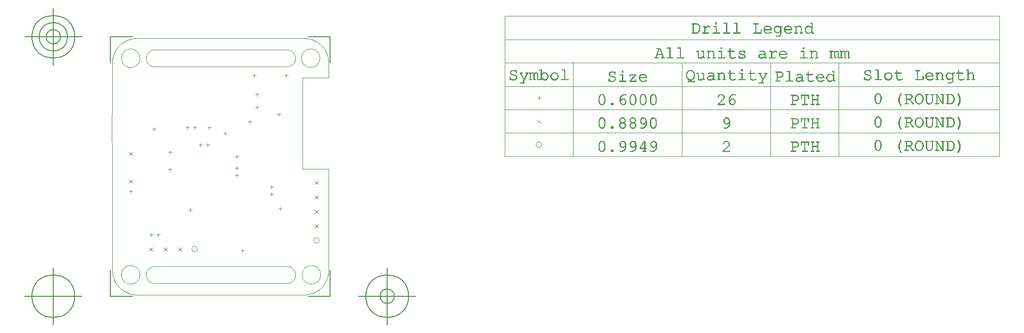
<source format=gbr>
G04 Generated by Ultiboard 14.1 *
%FSLAX34Y34*%
%MOMM*%

%ADD10C,0.0001*%
%ADD11C,0.0100*%
%ADD12C,0.0010*%
%ADD13C,0.1270*%
%ADD14C,0.1000*%


G04 ColorRGB 000000 for the following layer *
%LNDrill Symbols-Copper Top-Copper Bottom*%
%LPD*%
G54D11*
X106680Y169720D02*
X106680Y175720D01*
X103680Y172720D02*
X109680Y172720D01*
X324660Y320040D02*
X330660Y320040D01*
X327660Y317040D02*
X327660Y323040D01*
X365760Y304340D02*
X365760Y310340D01*
X362760Y307340D02*
X368760Y307340D01*
X327660Y339900D02*
X327660Y345900D01*
X324660Y342900D02*
X330660Y342900D01*
X350060Y167640D02*
X356060Y167640D01*
X353060Y164640D02*
X353060Y170640D01*
X207820Y139700D02*
X213820Y139700D01*
X210820Y136700D02*
X210820Y142700D01*
X147320Y278940D02*
X147320Y284940D01*
X144320Y281940D02*
X150320Y281940D01*
X172260Y210820D02*
X178260Y210820D01*
X175260Y207820D02*
X175260Y213820D01*
X375460Y375920D02*
X381460Y375920D01*
X378460Y372920D02*
X378460Y378920D01*
X319580Y375920D02*
X325580Y375920D01*
X322580Y372920D02*
X322580Y378920D01*
X314960Y291640D02*
X314960Y297640D01*
X311960Y294640D02*
X317960Y294640D01*
X172260Y241300D02*
X178260Y241300D01*
X175260Y238300D02*
X175260Y244300D01*
X365300Y142240D02*
X371300Y142240D01*
X368300Y139240D02*
X368300Y145240D01*
X289100Y200660D02*
X295100Y200660D01*
X292100Y197660D02*
X292100Y203660D01*
X268780Y274320D02*
X274780Y274320D01*
X271780Y271320D02*
X271780Y277320D01*
X289100Y233680D02*
X295100Y233680D01*
X292100Y230680D02*
X292100Y236680D01*
X289100Y213360D02*
X295100Y213360D01*
X292100Y210360D02*
X292100Y216360D01*
X299260Y68580D02*
X305260Y68580D01*
X302260Y65580D02*
X302260Y71580D01*
X142240Y93520D02*
X142240Y99520D01*
X139240Y96520D02*
X145240Y96520D01*
X154940Y93520D02*
X154940Y99520D01*
X151940Y96520D02*
X157940Y96520D01*
X205740Y281480D02*
X205740Y287480D01*
X202740Y284480D02*
X208740Y284480D01*
X218440Y281480D02*
X218440Y287480D01*
X215440Y284480D02*
X221440Y284480D01*
X240840Y284480D02*
X246840Y284480D01*
X243840Y281480D02*
X243840Y287480D01*
X241300Y251000D02*
X241300Y257000D01*
X238300Y254000D02*
X244300Y254000D01*
X228600Y251000D02*
X228600Y257000D01*
X225600Y254000D02*
X231600Y254000D01*
X353060Y177340D02*
X353060Y183340D01*
X350060Y180340D02*
X356060Y180340D01*
X103537Y241903D02*
X109823Y235617D01*
X103537Y235617D02*
X109823Y241903D01*
X103537Y186934D02*
X109823Y193220D01*
X103537Y193220D02*
X109823Y186934D01*
X428657Y191103D02*
X434943Y184817D01*
X428657Y184817D02*
X434943Y191103D01*
X428657Y134017D02*
X434943Y140303D01*
X428657Y140303D02*
X434943Y134017D01*
X428657Y108617D02*
X434943Y114903D01*
X428657Y114903D02*
X434943Y108617D01*
X428657Y159417D02*
X434943Y165703D01*
X428657Y165703D02*
X434943Y159417D01*
X426825Y86360D02*
G75*
D01*
G02X426825Y86360I4975J0*
G01*
X139097Y67977D02*
X145383Y74263D01*
X139097Y74263D02*
X145383Y67977D01*
X189897Y67977D02*
X196183Y74263D01*
X189897Y74263D02*
X196183Y67977D01*
X164497Y67977D02*
X170783Y74263D01*
X164497Y74263D02*
X170783Y67977D01*
X213465Y71120D02*
G75*
D01*
G02X213465Y71120I4975J0*
G01*
X815799Y254485D02*
G75*
D01*
G02X815799Y254485I4975J0*
G01*
X817631Y298628D02*
X823917Y292342D01*
X817631Y292342D02*
X823917Y298628D01*
X817774Y336485D02*
X823774Y336485D01*
X820774Y333485D02*
X820774Y339485D01*
G54D12*
G36*
X1419378Y256499D02*
X1419378Y256499D01*
X1419137Y257869D01*
X1419341Y249982D01*
X1419378Y256499D01*
D02*
G37*
X1419137Y257869D01*
X1419341Y249982D01*
X1419378Y256499D01*
G36*
X1419378Y256499D01*
X1419341Y249982D01*
X1419459Y251863D01*
X1419378Y256499D01*
D02*
G37*
X1419341Y249982D01*
X1419459Y251863D01*
X1419378Y256499D01*
G36*
X1419378Y256499D01*
X1419459Y251863D01*
X1419459Y254910D01*
X1419378Y256499D01*
D02*
G37*
X1419459Y251863D01*
X1419459Y254910D01*
X1419378Y256499D01*
G36*
X1418836Y258795D02*
X1418836Y258795D01*
X1419341Y249982D01*
X1419137Y257869D01*
X1418836Y258795D01*
D02*
G37*
X1419341Y249982D01*
X1419137Y257869D01*
X1418836Y258795D01*
G36*
X1419341Y249982D02*
X1419341Y249982D01*
X1418836Y258795D01*
X1418404Y259817D01*
X1419341Y249982D01*
D02*
G37*
X1418836Y258795D01*
X1418404Y259817D01*
X1419341Y249982D01*
G36*
X1418404Y259817D02*
X1418404Y259817D01*
X1418396Y246839D01*
X1419341Y249982D01*
X1418404Y259817D01*
D02*
G37*
X1418396Y246839D01*
X1419341Y249982D01*
X1418404Y259817D01*
G36*
X1418396Y246839D02*
X1418396Y246839D01*
X1418404Y259817D01*
X1418228Y254749D01*
X1418396Y246839D01*
D02*
G37*
X1418404Y259817D01*
X1418228Y254749D01*
X1418396Y246839D01*
G36*
X1418228Y254749D02*
X1418228Y254749D01*
X1418228Y252039D01*
X1418396Y246839D01*
X1418228Y254749D01*
D02*
G37*
X1418228Y252039D01*
X1418396Y246839D01*
X1418228Y254749D01*
G36*
X1416632Y260388D02*
X1416632Y260388D01*
X1416723Y262075D01*
X1416211Y260864D01*
X1416632Y260388D01*
D02*
G37*
X1416723Y262075D01*
X1416211Y260864D01*
X1416632Y260388D01*
G36*
X1416723Y262075D02*
X1416723Y262075D01*
X1416632Y260388D01*
X1417216Y259343D01*
X1416723Y262075D01*
D02*
G37*
X1416632Y260388D01*
X1417216Y259343D01*
X1416723Y262075D01*
G36*
X1417216Y259343D02*
X1417216Y259343D01*
X1417467Y261384D01*
X1416723Y262075D01*
X1417216Y259343D01*
D02*
G37*
X1417467Y261384D01*
X1416723Y262075D01*
X1417216Y259343D01*
G36*
X1417467Y261384D02*
X1417467Y261384D01*
X1417216Y259343D01*
X1417738Y257993D01*
X1417467Y261384D01*
D02*
G37*
X1417216Y259343D01*
X1417738Y257993D01*
X1417467Y261384D01*
G36*
X1417738Y257993D02*
X1417738Y257993D01*
X1417921Y260744D01*
X1417467Y261384D01*
X1417738Y257993D01*
D02*
G37*
X1417921Y260744D01*
X1417467Y261384D01*
X1417738Y257993D01*
G36*
X1417921Y260744D02*
X1417921Y260744D01*
X1417738Y257993D01*
X1418106Y256431D01*
X1417921Y260744D01*
D02*
G37*
X1417738Y257993D01*
X1418106Y256431D01*
X1417921Y260744D01*
G36*
X1418106Y256431D02*
X1418106Y256431D01*
X1418404Y259817D01*
X1417921Y260744D01*
X1418106Y256431D01*
D02*
G37*
X1418404Y259817D01*
X1417921Y260744D01*
X1418106Y256431D01*
G36*
X1418404Y259817D02*
X1418404Y259817D01*
X1418106Y256431D01*
X1418228Y254749D01*
X1418404Y259817D01*
D02*
G37*
X1418106Y256431D01*
X1418228Y254749D01*
X1418404Y259817D01*
G36*
X1414793Y261652D02*
X1414793Y261652D01*
X1414852Y262917D01*
X1413805Y261780D01*
X1414793Y261652D01*
D02*
G37*
X1414852Y262917D01*
X1413805Y261780D01*
X1414793Y261652D01*
G36*
X1414852Y262917D02*
X1414852Y262917D01*
X1414793Y261652D01*
X1415680Y261267D01*
X1414852Y262917D01*
D02*
G37*
X1414793Y261652D01*
X1415680Y261267D01*
X1414852Y262917D01*
G36*
X1415680Y261267D02*
X1415680Y261267D01*
X1415841Y262593D01*
X1414852Y262917D01*
X1415680Y261267D01*
D02*
G37*
X1415841Y262593D01*
X1414852Y262917D01*
X1415680Y261267D01*
G36*
X1415841Y262593D02*
X1415841Y262593D01*
X1415680Y261267D01*
X1416211Y260864D01*
X1415841Y262593D01*
D02*
G37*
X1415680Y261267D01*
X1416211Y260864D01*
X1415841Y262593D01*
G36*
X1416211Y260864D02*
X1416211Y260864D01*
X1416723Y262075D01*
X1415841Y262593D01*
X1416211Y260864D01*
D02*
G37*
X1416723Y262075D01*
X1415841Y262593D01*
X1416211Y260864D01*
G36*
X1410055Y258572D02*
X1410055Y258572D01*
X1410055Y261209D01*
X1409469Y256111D01*
X1410055Y258572D01*
D02*
G37*
X1410055Y261209D01*
X1409469Y256111D01*
X1410055Y258572D01*
G36*
X1410055Y261209D02*
X1410055Y261209D01*
X1410055Y258572D01*
X1410567Y259671D01*
X1410055Y261209D01*
D02*
G37*
X1410055Y258572D01*
X1410567Y259671D01*
X1410055Y261209D01*
G36*
X1410567Y259671D02*
X1410567Y259671D01*
X1410843Y262003D01*
X1410055Y261209D01*
X1410567Y259671D01*
D02*
G37*
X1410843Y262003D01*
X1410055Y261209D01*
X1410567Y259671D01*
G36*
X1410843Y262003D02*
X1410843Y262003D01*
X1410567Y259671D01*
X1411209Y260593D01*
X1410843Y262003D01*
D02*
G37*
X1410567Y259671D01*
X1411209Y260593D01*
X1410843Y262003D01*
G36*
X1411209Y260593D02*
X1411209Y260593D01*
X1412710Y262912D01*
X1410843Y262003D01*
X1411209Y260593D01*
D02*
G37*
X1412710Y262912D01*
X1410843Y262003D01*
X1411209Y260593D01*
G36*
X1412710Y262912D02*
X1412710Y262912D01*
X1411209Y260593D01*
X1412828Y261648D01*
X1412710Y262912D01*
D02*
G37*
X1411209Y260593D01*
X1412828Y261648D01*
X1412710Y262912D01*
G36*
X1412828Y261648D02*
X1412828Y261648D01*
X1413790Y263025D01*
X1412710Y262912D01*
X1412828Y261648D01*
D02*
G37*
X1413790Y263025D01*
X1412710Y262912D01*
X1412828Y261648D01*
G36*
X1413790Y263025D02*
X1413790Y263025D01*
X1412828Y261648D01*
X1413805Y261780D01*
X1413790Y263025D01*
D02*
G37*
X1412828Y261648D01*
X1413805Y261780D01*
X1413790Y263025D01*
G36*
X1413805Y261780D02*
X1413805Y261780D01*
X1414852Y262917D01*
X1413790Y263025D01*
X1413805Y261780D01*
D02*
G37*
X1414852Y262917D01*
X1413790Y263025D01*
X1413805Y261780D01*
G36*
X1409228Y259947D02*
X1409228Y259947D01*
X1408283Y256798D01*
X1408502Y248919D01*
X1409228Y259947D01*
D02*
G37*
X1408283Y256798D01*
X1408502Y248919D01*
X1409228Y259947D01*
G36*
X1409228Y259947D01*
X1408502Y248919D01*
X1408793Y247981D01*
X1409228Y259947D01*
D02*
G37*
X1408502Y248919D01*
X1408793Y247981D01*
X1409228Y259947D01*
G36*
X1409228Y259947D01*
X1408793Y247981D01*
X1409227Y246956D01*
X1409228Y259947D01*
D02*
G37*
X1408793Y247981D01*
X1409227Y246956D01*
X1409228Y259947D01*
G36*
X1409228Y259947D01*
X1409227Y246956D01*
X1409395Y252039D01*
X1409228Y259947D01*
D02*
G37*
X1409227Y246956D01*
X1409395Y252039D01*
X1409228Y259947D01*
G36*
X1409228Y259947D01*
X1409395Y252039D01*
X1409395Y254749D01*
X1409228Y259947D01*
D02*
G37*
X1409395Y252039D01*
X1409395Y254749D01*
X1409228Y259947D01*
G36*
X1409228Y259947D01*
X1409395Y254749D01*
X1409469Y256111D01*
X1409228Y259947D01*
D02*
G37*
X1409395Y254749D01*
X1409469Y256111D01*
X1409228Y259947D01*
G36*
X1409228Y259947D01*
X1409469Y256111D01*
X1410055Y261209D01*
X1409228Y259947D01*
D02*
G37*
X1409469Y256111D01*
X1410055Y261209D01*
X1409228Y259947D01*
G36*
X1418155Y250676D02*
X1418155Y250676D01*
X1418396Y246839D01*
X1418228Y252039D01*
X1418155Y250676D01*
D02*
G37*
X1418396Y246839D01*
X1418228Y252039D01*
X1418155Y250676D01*
G36*
X1418396Y246839D02*
X1418396Y246839D01*
X1418155Y250676D01*
X1417569Y248211D01*
X1418396Y246839D01*
D02*
G37*
X1418155Y250676D01*
X1417569Y248211D01*
X1418396Y246839D01*
G36*
X1417569Y248211D02*
X1417569Y248211D01*
X1417569Y245579D01*
X1418396Y246839D01*
X1417569Y248211D01*
D02*
G37*
X1417569Y245579D01*
X1418396Y246839D01*
X1417569Y248211D01*
G36*
X1417569Y245579D02*
X1417569Y245579D01*
X1417569Y248211D01*
X1417056Y247110D01*
X1417569Y245579D01*
D02*
G37*
X1417569Y248211D01*
X1417056Y247110D01*
X1417569Y245579D01*
G36*
X1417056Y247110D02*
X1417056Y247110D01*
X1416781Y244784D01*
X1417569Y245579D01*
X1417056Y247110D01*
D02*
G37*
X1416781Y244784D01*
X1417569Y245579D01*
X1417056Y247110D01*
G36*
X1416781Y244784D02*
X1416781Y244784D01*
X1417056Y247110D01*
X1416416Y246183D01*
X1416781Y244784D01*
D02*
G37*
X1417056Y247110D01*
X1416416Y246183D01*
X1416781Y244784D01*
G36*
X1416416Y246183D02*
X1416416Y246183D01*
X1414913Y243876D01*
X1416781Y244784D01*
X1416416Y246183D01*
D02*
G37*
X1414913Y243876D01*
X1416781Y244784D01*
X1416416Y246183D01*
G36*
X1414913Y243876D02*
X1414913Y243876D01*
X1416416Y246183D01*
X1414804Y245125D01*
X1414913Y243876D01*
D02*
G37*
X1416416Y246183D01*
X1414804Y245125D01*
X1414913Y243876D01*
G36*
X1414804Y245125D02*
X1414804Y245125D01*
X1413834Y244993D01*
X1414913Y243876D01*
X1414804Y245125D01*
D02*
G37*
X1413834Y244993D01*
X1414913Y243876D01*
X1414804Y245125D01*
G36*
X1413834Y244993D02*
X1413834Y244993D01*
X1413834Y243763D01*
X1414913Y243876D01*
X1413834Y244993D01*
D02*
G37*
X1413834Y243763D01*
X1414913Y243876D01*
X1413834Y244993D01*
G36*
X1413834Y243763D02*
X1413834Y243763D01*
X1413834Y244993D01*
X1412834Y245125D01*
X1413834Y243763D01*
D02*
G37*
X1413834Y244993D01*
X1412834Y245125D01*
X1413834Y243763D01*
G36*
X1412834Y245125D02*
X1412834Y245125D01*
X1412781Y243871D01*
X1413834Y243763D01*
X1412834Y245125D01*
D02*
G37*
X1412781Y243871D01*
X1413834Y243763D01*
X1412834Y245125D01*
G36*
X1412781Y243871D02*
X1412781Y243871D01*
X1412834Y245125D01*
X1411944Y245520D01*
X1412781Y243871D01*
D02*
G37*
X1412834Y245125D01*
X1411944Y245520D01*
X1412781Y243871D01*
G36*
X1411944Y245520D02*
X1411944Y245520D01*
X1411790Y244195D01*
X1412781Y243871D01*
X1411944Y245520D01*
D02*
G37*
X1411790Y244195D01*
X1412781Y243871D01*
X1411944Y245520D01*
G36*
X1411790Y244195D02*
X1411790Y244195D01*
X1411944Y245520D01*
X1411417Y245919D01*
X1411790Y244195D01*
D02*
G37*
X1411944Y245520D01*
X1411417Y245919D01*
X1411790Y244195D01*
G36*
X1411417Y245919D02*
X1411417Y245919D01*
X1411007Y246384D01*
X1411790Y244195D01*
X1411417Y245919D01*
D02*
G37*
X1411007Y246384D01*
X1411790Y244195D01*
X1411417Y245919D01*
G36*
X1411007Y246384D02*
X1411007Y246384D01*
X1410902Y244713D01*
X1411790Y244195D01*
X1411007Y246384D01*
D02*
G37*
X1410902Y244713D01*
X1411790Y244195D01*
X1411007Y246384D01*
G36*
X1410902Y244713D02*
X1410902Y244713D01*
X1411007Y246384D01*
X1410412Y247432D01*
X1410902Y244713D01*
D02*
G37*
X1411007Y246384D01*
X1410412Y247432D01*
X1410902Y244713D01*
G36*
X1410412Y247432D02*
X1410412Y247432D01*
X1410157Y245403D01*
X1410902Y244713D01*
X1410412Y247432D01*
D02*
G37*
X1410157Y245403D01*
X1410902Y244713D01*
X1410412Y247432D01*
G36*
X1410157Y245403D02*
X1410157Y245403D01*
X1410412Y247432D01*
X1409886Y248787D01*
X1410157Y245403D01*
D02*
G37*
X1410412Y247432D01*
X1409886Y248787D01*
X1410157Y245403D01*
G36*
X1409886Y248787D02*
X1409886Y248787D01*
X1409712Y246033D01*
X1410157Y245403D01*
X1409886Y248787D01*
D02*
G37*
X1409712Y246033D01*
X1410157Y245403D01*
X1409886Y248787D01*
G36*
X1409712Y246033D02*
X1409712Y246033D01*
X1409886Y248787D01*
X1409518Y250354D01*
X1409712Y246033D01*
D02*
G37*
X1409886Y248787D01*
X1409518Y250354D01*
X1409712Y246033D01*
G36*
X1409518Y250354D02*
X1409518Y250354D01*
X1409395Y252039D01*
X1409712Y246033D01*
X1409518Y250354D01*
D02*
G37*
X1409395Y252039D01*
X1409712Y246033D01*
X1409518Y250354D01*
G36*
X1408249Y250285D02*
X1408249Y250285D01*
X1408502Y248919D01*
X1408283Y256798D01*
X1408249Y250285D01*
D02*
G37*
X1408502Y248919D01*
X1408283Y256798D01*
X1408249Y250285D01*
G36*
X1408249Y250285D01*
X1408283Y256798D01*
X1408165Y254910D01*
X1408249Y250285D01*
D02*
G37*
X1408283Y256798D01*
X1408165Y254910D01*
X1408249Y250285D01*
G36*
X1408249Y250285D01*
X1408165Y254910D01*
X1408165Y251863D01*
X1408249Y250285D01*
D02*
G37*
X1408165Y254910D01*
X1408165Y251863D01*
X1408249Y250285D01*
G36*
X1409395Y252039D02*
X1409395Y252039D01*
X1409227Y246956D01*
X1409712Y246033D01*
X1409395Y252039D01*
D02*
G37*
X1409227Y246956D01*
X1409712Y246033D01*
X1409395Y252039D01*
G36*
X1454584Y262216D02*
X1454584Y262216D01*
X1454447Y262410D01*
X1454527Y261663D01*
X1454584Y262216D01*
D02*
G37*
X1454447Y262410D01*
X1454527Y261663D01*
X1454584Y262216D01*
G36*
X1454584Y262216D01*
X1454527Y261663D01*
X1454604Y261831D01*
X1454584Y262216D01*
D02*
G37*
X1454527Y261663D01*
X1454604Y261831D01*
X1454584Y262216D01*
G36*
X1454584Y262216D01*
X1454604Y261831D01*
X1454630Y261985D01*
X1454584Y262216D01*
D02*
G37*
X1454604Y261831D01*
X1454630Y261985D01*
X1454584Y262216D01*
G36*
X1454527Y261663D02*
X1454527Y261663D01*
X1454447Y262410D01*
X1454243Y262542D01*
X1454527Y261663D01*
D02*
G37*
X1454447Y262410D01*
X1454243Y262542D01*
X1454527Y261663D01*
G36*
X1454527Y261663D01*
X1454243Y262542D01*
X1454000Y262586D01*
X1454527Y261663D01*
D02*
G37*
X1454243Y262542D01*
X1454000Y262586D01*
X1454527Y261663D01*
G36*
X1454527Y261663D01*
X1454000Y262586D01*
X1453802Y262545D01*
X1454527Y261663D01*
D02*
G37*
X1454000Y262586D01*
X1453802Y262545D01*
X1454527Y261663D01*
G36*
X1454527Y261663D01*
X1453802Y262545D01*
X1453619Y262424D01*
X1454527Y261663D01*
D02*
G37*
X1453802Y262545D01*
X1453619Y262424D01*
X1454527Y261663D01*
G36*
X1454527Y261663D01*
X1453619Y262424D01*
X1453147Y258843D01*
X1454527Y261663D01*
D02*
G37*
X1453619Y262424D01*
X1453147Y258843D01*
X1454527Y261663D01*
G36*
X1451711Y253899D02*
X1451711Y253899D01*
X1451803Y259436D01*
X1451539Y251497D01*
X1451711Y253899D01*
D02*
G37*
X1451803Y259436D01*
X1451539Y251497D01*
X1451711Y253899D01*
G36*
X1451803Y259436D02*
X1451803Y259436D01*
X1451711Y253899D01*
X1452227Y256301D01*
X1451803Y259436D01*
D02*
G37*
X1451711Y253899D01*
X1452227Y256301D01*
X1451803Y259436D01*
G36*
X1452227Y256301D02*
X1452227Y256301D01*
X1452879Y261421D01*
X1451803Y259436D01*
X1452227Y256301D01*
D02*
G37*
X1452879Y261421D01*
X1451803Y259436D01*
X1452227Y256301D01*
G36*
X1452879Y261421D02*
X1452879Y261421D01*
X1452227Y256301D01*
X1453147Y258843D01*
X1452879Y261421D01*
D02*
G37*
X1452227Y256301D01*
X1453147Y258843D01*
X1452879Y261421D01*
G36*
X1453147Y258843D02*
X1453147Y258843D01*
X1453619Y262424D01*
X1452879Y261421D01*
X1453147Y258843D01*
D02*
G37*
X1453619Y262424D01*
X1452879Y261421D01*
X1453147Y258843D01*
G36*
X1451803Y259436D02*
X1451803Y259436D01*
X1450806Y245747D01*
X1451539Y251497D01*
X1451803Y259436D01*
D02*
G37*
X1450806Y245747D01*
X1451539Y251497D01*
X1451803Y259436D01*
G36*
X1450806Y245747D02*
X1450806Y245747D01*
X1451803Y259436D01*
X1450759Y257107D01*
X1450806Y245747D01*
D02*
G37*
X1451803Y259436D01*
X1450759Y257107D01*
X1450806Y245747D01*
G36*
X1450759Y257107D02*
X1450759Y257107D01*
X1450147Y247747D01*
X1450806Y245747D01*
X1450759Y257107D01*
D02*
G37*
X1450147Y247747D01*
X1450806Y245747D01*
X1450759Y257107D01*
G36*
X1450147Y247747D02*
X1450147Y247747D01*
X1450759Y257107D01*
X1450118Y255071D01*
X1450147Y247747D01*
D02*
G37*
X1450759Y257107D01*
X1450118Y255071D01*
X1450147Y247747D01*
G36*
X1450118Y255071D02*
X1450118Y255071D01*
X1449796Y249614D01*
X1450147Y247747D01*
X1450118Y255071D01*
D02*
G37*
X1449796Y249614D01*
X1450147Y247747D01*
X1450118Y255071D01*
G36*
X1449796Y249614D02*
X1449796Y249614D01*
X1450118Y255071D01*
X1449788Y253233D01*
X1449796Y249614D01*
D02*
G37*
X1450118Y255071D01*
X1449788Y253233D01*
X1449796Y249614D01*
G36*
X1449788Y253233D02*
X1449788Y253233D01*
X1449679Y251497D01*
X1449796Y249614D01*
X1449788Y253233D01*
D02*
G37*
X1449679Y251497D01*
X1449796Y249614D01*
X1449788Y253233D01*
G36*
X1454447Y240577D02*
X1454447Y240577D01*
X1454527Y241331D01*
X1454243Y240439D01*
X1454447Y240577D01*
D02*
G37*
X1454527Y241331D01*
X1454243Y240439D01*
X1454447Y240577D01*
G36*
X1454527Y241331D02*
X1454527Y241331D01*
X1454447Y240577D01*
X1454584Y240776D01*
X1454527Y241331D01*
D02*
G37*
X1454447Y240577D01*
X1454584Y240776D01*
X1454527Y241331D01*
G36*
X1454584Y240776D02*
X1454584Y240776D01*
X1454604Y241162D01*
X1454527Y241331D01*
X1454584Y240776D01*
D02*
G37*
X1454604Y241162D01*
X1454527Y241331D01*
X1454584Y240776D01*
G36*
X1454604Y241162D02*
X1454604Y241162D01*
X1454584Y240776D01*
X1454630Y241009D01*
X1454604Y241162D01*
D02*
G37*
X1454584Y240776D01*
X1454630Y241009D01*
X1454604Y241162D01*
G36*
X1454527Y241331D02*
X1454527Y241331D01*
X1453147Y244140D01*
X1453619Y240555D01*
X1454527Y241331D01*
D02*
G37*
X1453147Y244140D01*
X1453619Y240555D01*
X1454527Y241331D01*
G36*
X1454527Y241331D01*
X1453619Y240555D01*
X1453802Y240434D01*
X1454527Y241331D01*
D02*
G37*
X1453619Y240555D01*
X1453802Y240434D01*
X1454527Y241331D01*
G36*
X1454527Y241331D01*
X1453802Y240434D01*
X1454000Y240393D01*
X1454527Y241331D01*
D02*
G37*
X1453802Y240434D01*
X1454000Y240393D01*
X1454527Y241331D01*
G36*
X1454527Y241331D01*
X1454000Y240393D01*
X1454243Y240439D01*
X1454527Y241331D01*
D02*
G37*
X1454000Y240393D01*
X1454243Y240439D01*
X1454527Y241331D01*
G36*
X1453147Y244140D02*
X1453147Y244140D01*
X1452905Y241532D01*
X1453619Y240555D01*
X1453147Y244140D01*
D02*
G37*
X1452905Y241532D01*
X1453619Y240555D01*
X1453147Y244140D01*
G36*
X1452905Y241532D02*
X1452905Y241532D01*
X1453147Y244140D01*
X1452227Y246677D01*
X1452905Y241532D01*
D02*
G37*
X1453147Y244140D01*
X1452227Y246677D01*
X1452905Y241532D01*
G36*
X1452227Y246677D02*
X1452227Y246677D01*
X1451846Y243470D01*
X1452905Y241532D01*
X1452227Y246677D01*
D02*
G37*
X1451846Y243470D01*
X1452905Y241532D01*
X1452227Y246677D01*
G36*
X1451846Y243470D02*
X1451846Y243470D01*
X1452227Y246677D01*
X1451711Y249083D01*
X1451846Y243470D01*
D02*
G37*
X1452227Y246677D01*
X1451711Y249083D01*
X1451846Y243470D01*
G36*
X1451711Y249083D02*
X1451711Y249083D01*
X1451539Y251497D01*
X1451846Y243470D01*
X1451711Y249083D01*
D02*
G37*
X1451539Y251497D01*
X1451846Y243470D01*
X1451711Y249083D01*
G36*
X1451846Y243470D02*
X1451846Y243470D01*
X1451539Y251497D01*
X1450806Y245747D01*
X1451846Y243470D01*
D02*
G37*
X1451539Y251497D01*
X1450806Y245747D01*
X1451846Y243470D01*
G36*
X1473721Y257487D02*
X1473721Y257487D01*
X1473576Y255314D01*
X1473819Y256594D01*
X1473721Y257487D01*
D02*
G37*
X1473576Y255314D01*
X1473819Y256594D01*
X1473721Y257487D01*
G36*
X1473576Y255314D02*
X1473576Y255314D01*
X1473721Y257487D01*
X1472933Y259131D01*
X1473576Y255314D01*
D02*
G37*
X1473721Y257487D01*
X1472933Y259131D01*
X1473576Y255314D01*
G36*
X1472933Y259131D02*
X1472933Y259131D01*
X1472845Y254111D01*
X1473576Y255314D01*
X1472933Y259131D01*
D02*
G37*
X1472845Y254111D01*
X1473576Y255314D01*
X1472933Y259131D01*
G36*
X1472845Y254111D02*
X1472845Y254111D01*
X1472933Y259131D01*
X1472589Y256653D01*
X1472845Y254111D01*
D02*
G37*
X1472933Y259131D01*
X1472589Y256653D01*
X1472845Y254111D01*
G36*
X1472589Y256653D02*
X1472589Y256653D01*
X1472440Y255840D01*
X1472845Y254111D01*
X1472589Y256653D01*
D02*
G37*
X1472440Y255840D01*
X1472845Y254111D01*
X1472589Y256653D01*
G36*
X1471351Y258997D02*
X1471351Y258997D01*
X1471412Y260521D01*
X1470699Y259484D01*
X1471351Y258997D01*
D02*
G37*
X1471412Y260521D01*
X1470699Y259484D01*
X1471351Y258997D01*
G36*
X1471412Y260521D02*
X1471412Y260521D01*
X1471351Y258997D01*
X1471892Y258433D01*
X1471412Y260521D01*
D02*
G37*
X1471351Y258997D01*
X1471892Y258433D01*
X1471412Y260521D01*
G36*
X1471892Y258433D02*
X1471892Y258433D01*
X1472244Y259883D01*
X1471412Y260521D01*
X1471892Y258433D01*
D02*
G37*
X1472244Y259883D01*
X1471412Y260521D01*
X1471892Y258433D01*
G36*
X1472244Y259883D02*
X1472244Y259883D01*
X1471892Y258433D01*
X1472511Y257261D01*
X1472244Y259883D01*
D02*
G37*
X1471892Y258433D01*
X1472511Y257261D01*
X1472244Y259883D01*
G36*
X1472511Y257261D02*
X1472511Y257261D01*
X1472933Y259131D01*
X1472244Y259883D01*
X1472511Y257261D01*
D02*
G37*
X1472933Y259131D01*
X1472244Y259883D01*
X1472511Y257261D01*
G36*
X1472933Y259131D02*
X1472933Y259131D01*
X1472511Y257261D01*
X1472589Y256653D01*
X1472933Y259131D01*
D02*
G37*
X1472511Y257261D01*
X1472589Y256653D01*
X1472933Y259131D01*
G36*
X1468341Y260110D02*
X1468341Y260110D01*
X1468370Y261340D01*
X1463814Y260110D01*
X1468341Y260110D01*
D02*
G37*
X1468370Y261340D01*
X1463814Y260110D01*
X1468341Y260110D01*
G36*
X1468370Y261340D02*
X1468370Y261340D01*
X1468341Y260110D01*
X1469193Y260040D01*
X1468370Y261340D01*
D02*
G37*
X1468341Y260110D01*
X1469193Y260040D01*
X1468370Y261340D01*
G36*
X1469193Y260040D02*
X1469193Y260040D01*
X1469475Y261249D01*
X1468370Y261340D01*
X1469193Y260040D01*
D02*
G37*
X1469475Y261249D01*
X1468370Y261340D01*
X1469193Y260040D01*
G36*
X1469475Y261249D02*
X1469475Y261249D01*
X1469193Y260040D01*
X1470699Y259484D01*
X1469475Y261249D01*
D02*
G37*
X1469193Y260040D01*
X1470699Y259484D01*
X1469475Y261249D01*
G36*
X1470699Y259484D02*
X1470699Y259484D01*
X1471412Y260521D01*
X1469475Y261249D01*
X1470699Y259484D01*
D02*
G37*
X1471412Y260521D01*
X1469475Y261249D01*
X1470699Y259484D01*
G36*
X1467169Y253079D02*
X1467169Y253079D01*
X1467725Y251848D01*
X1468705Y253225D01*
X1467169Y253079D01*
D02*
G37*
X1467725Y251848D01*
X1468705Y253225D01*
X1467169Y253079D01*
G36*
X1467725Y251848D02*
X1467725Y251848D01*
X1467169Y253079D01*
X1463814Y253079D01*
X1467725Y251848D01*
D02*
G37*
X1467169Y253079D01*
X1463814Y253079D01*
X1467725Y251848D01*
G36*
X1463814Y253079D02*
X1463814Y253079D01*
X1463814Y251848D01*
X1467725Y251848D01*
X1463814Y253079D01*
D02*
G37*
X1463814Y251848D01*
X1467725Y251848D01*
X1463814Y253079D01*
G36*
X1463814Y251848D02*
X1463814Y251848D01*
X1463814Y260110D01*
X1463814Y251848D01*
D02*
G37*
X1463814Y260110D01*
X1463814Y251848D01*
G36*
X1463814Y260110D02*
X1463814Y260110D01*
X1463814Y245432D01*
X1463814Y251848D01*
X1463814Y260110D01*
D02*
G37*
X1463814Y245432D01*
X1463814Y251848D01*
X1463814Y260110D01*
G36*
X1463814Y245432D02*
X1463814Y245432D01*
X1463814Y260110D01*
X1462584Y260110D01*
X1463814Y245432D01*
D02*
G37*
X1463814Y260110D01*
X1462584Y260110D01*
X1463814Y245432D01*
G36*
X1462584Y260110D02*
X1462584Y260110D01*
X1462584Y245432D01*
X1463814Y245432D01*
X1462584Y260110D01*
D02*
G37*
X1462584Y245432D01*
X1463814Y245432D01*
X1462584Y260110D01*
G36*
X1460156Y260474D02*
X1460156Y260474D01*
X1460156Y260976D01*
X1460108Y260725D01*
X1460156Y260474D01*
D02*
G37*
X1460156Y260976D01*
X1460108Y260725D01*
X1460156Y260474D01*
G36*
X1460156Y260976D02*
X1460156Y260976D01*
X1460156Y260474D01*
X1460299Y260278D01*
X1460156Y260976D01*
D02*
G37*
X1460156Y260474D01*
X1460299Y260278D01*
X1460156Y260976D01*
G36*
X1460299Y260278D02*
X1460299Y260278D01*
X1460299Y261172D01*
X1460156Y260976D01*
X1460299Y260278D01*
D02*
G37*
X1460299Y261172D01*
X1460156Y260976D01*
X1460299Y260278D01*
G36*
X1460299Y261172D02*
X1460299Y261172D01*
X1460299Y260278D01*
X1460551Y260152D01*
X1460299Y261172D01*
D02*
G37*
X1460299Y260278D01*
X1460551Y260152D01*
X1460299Y261172D01*
G36*
X1460551Y260152D02*
X1460551Y260152D01*
X1460551Y261298D01*
X1460299Y261172D01*
X1460551Y260152D01*
D02*
G37*
X1460551Y261298D01*
X1460299Y261172D01*
X1460551Y260152D01*
G36*
X1460551Y261298D02*
X1460551Y261298D01*
X1460551Y260152D01*
X1460929Y260110D01*
X1460551Y261298D01*
D02*
G37*
X1460551Y260152D01*
X1460929Y260110D01*
X1460551Y261298D01*
G36*
X1460929Y260110D02*
X1460929Y260110D01*
X1460929Y261340D01*
X1460551Y261298D01*
X1460929Y260110D01*
D02*
G37*
X1460929Y261340D01*
X1460551Y261298D01*
X1460929Y260110D01*
G36*
X1460929Y261340D02*
X1460929Y261340D01*
X1460929Y260110D01*
X1462584Y260110D01*
X1460929Y261340D01*
D02*
G37*
X1460929Y260110D01*
X1462584Y260110D01*
X1460929Y261340D01*
G36*
X1462584Y260110D02*
X1462584Y260110D01*
X1468370Y261340D01*
X1460929Y261340D01*
X1462584Y260110D01*
D02*
G37*
X1468370Y261340D01*
X1460929Y261340D01*
X1462584Y260110D01*
G36*
X1468370Y261340D02*
X1468370Y261340D01*
X1462584Y260110D01*
X1463814Y260110D01*
X1468370Y261340D01*
D02*
G37*
X1462584Y260110D01*
X1463814Y260110D01*
X1468370Y261340D01*
G36*
X1472276Y253553D02*
X1472276Y253553D01*
X1472845Y254111D01*
X1472440Y255840D01*
X1472276Y253553D01*
D02*
G37*
X1472845Y254111D01*
X1472440Y255840D01*
X1472276Y253553D01*
G36*
X1472276Y253553D01*
X1472440Y255840D01*
X1471995Y255042D01*
X1472276Y253553D01*
D02*
G37*
X1472440Y255840D01*
X1471995Y255042D01*
X1472276Y253553D01*
G36*
X1472276Y253553D01*
X1471995Y255042D01*
X1471223Y254302D01*
X1472276Y253553D01*
D02*
G37*
X1471995Y255042D01*
X1471223Y254302D01*
X1472276Y253553D01*
G36*
X1472276Y253553D01*
X1471223Y254302D01*
X1470646Y252583D01*
X1472276Y253553D01*
D02*
G37*
X1471223Y254302D01*
X1470646Y252583D01*
X1472276Y253553D01*
G36*
X1469258Y250918D02*
X1469258Y250918D01*
X1468705Y253225D01*
X1467725Y251848D01*
X1469258Y250918D01*
D02*
G37*
X1468705Y253225D01*
X1467725Y251848D01*
X1469258Y250918D01*
G36*
X1468705Y253225D02*
X1468705Y253225D01*
X1469258Y250918D01*
X1469586Y252171D01*
X1468705Y253225D01*
D02*
G37*
X1469258Y250918D01*
X1469586Y252171D01*
X1468705Y253225D01*
G36*
X1469586Y252171D02*
X1469586Y252171D01*
X1470091Y253665D01*
X1468705Y253225D01*
X1469586Y252171D01*
D02*
G37*
X1470091Y253665D01*
X1468705Y253225D01*
X1469586Y252171D01*
G36*
X1470091Y253665D02*
X1470091Y253665D01*
X1469586Y252171D01*
X1470646Y252583D01*
X1470091Y253665D01*
D02*
G37*
X1469586Y252171D01*
X1470646Y252583D01*
X1470091Y253665D01*
G36*
X1470646Y252583D02*
X1470646Y252583D01*
X1471223Y254302D01*
X1470091Y253665D01*
X1470646Y252583D01*
D02*
G37*
X1471223Y254302D01*
X1470091Y253665D01*
X1470646Y252583D01*
G36*
X1476555Y245068D02*
X1476555Y245068D01*
X1476555Y244575D01*
X1476602Y244817D01*
X1476555Y245068D01*
D02*
G37*
X1476555Y244575D01*
X1476602Y244817D01*
X1476555Y245068D01*
G36*
X1476555Y244575D02*
X1476555Y244575D01*
X1476555Y245068D01*
X1476412Y245264D01*
X1476555Y244575D01*
D02*
G37*
X1476555Y245068D01*
X1476412Y245264D01*
X1476555Y244575D01*
G36*
X1476412Y245264D02*
X1476412Y245264D01*
X1476412Y244378D01*
X1476555Y244575D01*
X1476412Y245264D01*
D02*
G37*
X1476412Y244378D01*
X1476555Y244575D01*
X1476412Y245264D01*
G36*
X1476412Y244378D02*
X1476412Y244378D01*
X1476412Y245264D01*
X1476159Y245390D01*
X1476412Y244378D01*
D02*
G37*
X1476412Y245264D01*
X1476159Y245390D01*
X1476412Y244378D01*
G36*
X1476159Y245390D02*
X1476159Y245390D01*
X1476159Y244246D01*
X1476412Y244378D01*
X1476159Y245390D01*
D02*
G37*
X1476159Y244246D01*
X1476412Y244378D01*
X1476159Y245390D01*
G36*
X1476159Y244246D02*
X1476159Y244246D01*
X1476159Y245390D01*
X1475782Y245432D01*
X1476159Y244246D01*
D02*
G37*
X1476159Y245390D01*
X1475782Y245432D01*
X1476159Y244246D01*
G36*
X1475782Y245432D02*
X1475782Y245432D01*
X1475782Y244202D01*
X1476159Y244246D01*
X1475782Y245432D01*
D02*
G37*
X1475782Y244202D01*
X1476159Y244246D01*
X1475782Y245432D01*
G36*
X1475782Y244202D02*
X1475782Y244202D01*
X1475782Y245432D01*
X1474845Y245432D01*
X1475782Y244202D01*
D02*
G37*
X1475782Y245432D01*
X1474845Y245432D01*
X1475782Y244202D01*
G36*
X1474845Y245432D02*
X1474845Y245432D01*
X1474141Y244202D01*
X1475782Y244202D01*
X1474845Y245432D01*
D02*
G37*
X1474141Y244202D01*
X1475782Y244202D01*
X1474845Y245432D01*
G36*
X1474141Y244202D02*
X1474141Y244202D01*
X1474845Y245432D01*
X1473061Y248377D01*
X1474141Y244202D01*
D02*
G37*
X1474845Y245432D01*
X1473061Y248377D01*
X1474141Y244202D01*
G36*
X1473061Y248377D02*
X1473061Y248377D01*
X1472114Y247615D01*
X1474141Y244202D01*
X1473061Y248377D01*
D02*
G37*
X1472114Y247615D01*
X1474141Y244202D01*
X1473061Y248377D01*
G36*
X1472114Y247615D02*
X1472114Y247615D01*
X1473061Y248377D01*
X1471842Y250120D01*
X1472114Y247615D01*
D02*
G37*
X1473061Y248377D01*
X1471842Y250120D01*
X1472114Y247615D01*
G36*
X1471842Y250120D02*
X1471842Y250120D01*
X1470809Y251204D01*
X1472114Y247615D01*
X1471842Y250120D01*
D02*
G37*
X1470809Y251204D01*
X1472114Y247615D01*
X1471842Y250120D01*
G36*
X1470604Y249680D02*
X1470604Y249680D01*
X1472114Y247615D01*
X1470809Y251204D01*
X1470604Y249680D01*
D02*
G37*
X1472114Y247615D01*
X1470809Y251204D01*
X1470604Y249680D01*
G36*
X1470604Y249680D01*
X1470809Y251204D01*
X1469586Y252171D01*
X1470604Y249680D01*
D02*
G37*
X1470809Y251204D01*
X1469586Y252171D01*
X1470604Y249680D01*
G36*
X1470604Y249680D01*
X1469586Y252171D01*
X1469258Y250918D01*
X1470604Y249680D01*
D02*
G37*
X1469586Y252171D01*
X1469258Y250918D01*
X1470604Y249680D01*
G36*
X1466872Y245068D02*
X1466872Y245068D01*
X1466872Y244575D01*
X1466920Y244817D01*
X1466872Y245068D01*
D02*
G37*
X1466872Y244575D01*
X1466920Y244817D01*
X1466872Y245068D01*
G36*
X1466872Y244575D02*
X1466872Y244575D01*
X1466872Y245068D01*
X1466729Y245264D01*
X1466872Y244575D01*
D02*
G37*
X1466872Y245068D01*
X1466729Y245264D01*
X1466872Y244575D01*
G36*
X1466729Y245264D02*
X1466729Y245264D01*
X1466729Y244378D01*
X1466872Y244575D01*
X1466729Y245264D01*
D02*
G37*
X1466729Y244378D01*
X1466872Y244575D01*
X1466729Y245264D01*
G36*
X1466729Y244378D02*
X1466729Y244378D01*
X1466729Y245264D01*
X1466473Y245390D01*
X1466729Y244378D01*
D02*
G37*
X1466729Y245264D01*
X1466473Y245390D01*
X1466729Y244378D01*
G36*
X1466473Y245390D02*
X1466473Y245390D01*
X1466473Y244246D01*
X1466729Y244378D01*
X1466473Y245390D01*
D02*
G37*
X1466473Y244246D01*
X1466729Y244378D01*
X1466473Y245390D01*
G36*
X1466473Y244246D02*
X1466473Y244246D01*
X1466473Y245390D01*
X1466085Y245432D01*
X1466473Y244246D01*
D02*
G37*
X1466473Y245390D01*
X1466085Y245432D01*
X1466473Y244246D01*
G36*
X1466085Y245432D02*
X1466085Y245432D01*
X1466085Y244202D01*
X1466473Y244246D01*
X1466085Y245432D01*
D02*
G37*
X1466085Y244202D01*
X1466473Y244246D01*
X1466085Y245432D01*
G36*
X1466085Y244202D02*
X1466085Y244202D01*
X1466085Y245432D01*
X1463814Y245432D01*
X1466085Y244202D01*
D02*
G37*
X1466085Y245432D01*
X1463814Y245432D01*
X1466085Y244202D01*
G36*
X1463814Y245432D02*
X1463814Y245432D01*
X1462584Y245432D01*
X1466085Y244202D01*
X1463814Y245432D01*
D02*
G37*
X1462584Y245432D01*
X1466085Y244202D01*
X1463814Y245432D01*
G36*
X1460156Y244575D02*
X1460156Y244575D01*
X1460156Y245068D01*
X1460108Y244817D01*
X1460156Y244575D01*
D02*
G37*
X1460156Y245068D01*
X1460108Y244817D01*
X1460156Y244575D01*
G36*
X1460156Y245068D02*
X1460156Y245068D01*
X1460156Y244575D01*
X1460299Y244378D01*
X1460156Y245068D01*
D02*
G37*
X1460156Y244575D01*
X1460299Y244378D01*
X1460156Y245068D01*
G36*
X1460299Y244378D02*
X1460299Y244378D01*
X1460299Y245264D01*
X1460156Y245068D01*
X1460299Y244378D01*
D02*
G37*
X1460299Y245264D01*
X1460156Y245068D01*
X1460299Y244378D01*
G36*
X1460299Y245264D02*
X1460299Y245264D01*
X1460299Y244378D01*
X1460551Y244246D01*
X1460299Y245264D01*
D02*
G37*
X1460299Y244378D01*
X1460551Y244246D01*
X1460299Y245264D01*
G36*
X1460551Y244246D02*
X1460551Y244246D01*
X1460551Y245390D01*
X1460299Y245264D01*
X1460551Y244246D01*
D02*
G37*
X1460551Y245390D01*
X1460299Y245264D01*
X1460551Y244246D01*
G36*
X1460551Y245390D02*
X1460551Y245390D01*
X1460551Y244246D01*
X1460929Y244202D01*
X1460551Y245390D01*
D02*
G37*
X1460551Y244246D01*
X1460929Y244202D01*
X1460551Y245390D01*
G36*
X1460929Y244202D02*
X1460929Y244202D01*
X1460929Y245432D01*
X1460551Y245390D01*
X1460929Y244202D01*
D02*
G37*
X1460929Y245432D01*
X1460551Y245390D01*
X1460929Y244202D01*
G36*
X1460929Y245432D02*
X1460929Y245432D01*
X1460929Y244202D01*
X1466085Y244202D01*
X1460929Y245432D01*
D02*
G37*
X1460929Y244202D01*
X1466085Y244202D01*
X1460929Y245432D01*
G36*
X1466085Y244202D02*
X1466085Y244202D01*
X1462584Y245432D01*
X1460929Y245432D01*
X1466085Y244202D01*
D02*
G37*
X1462584Y245432D01*
X1460929Y245432D01*
X1466085Y244202D01*
G36*
X1481785Y245140D02*
X1481785Y245140D01*
X1482496Y246172D01*
X1481502Y247124D01*
X1481785Y245140D01*
D02*
G37*
X1482496Y246172D01*
X1481502Y247124D01*
X1481785Y245140D01*
G36*
X1482496Y246172D02*
X1482496Y246172D01*
X1481785Y245140D01*
X1484403Y243877D01*
X1482496Y246172D01*
D02*
G37*
X1481785Y245140D01*
X1484403Y243877D01*
X1482496Y246172D01*
G36*
X1484403Y243877D02*
X1484403Y243877D01*
X1484668Y245085D01*
X1482496Y246172D01*
X1484403Y243877D01*
D02*
G37*
X1484668Y245085D01*
X1482496Y246172D01*
X1484403Y243877D01*
G36*
X1484668Y245085D02*
X1484668Y245085D01*
X1484403Y243877D01*
X1485846Y243719D01*
X1484668Y245085D01*
D02*
G37*
X1484403Y243877D01*
X1485846Y243719D01*
X1484668Y245085D01*
G36*
X1485846Y243719D02*
X1485846Y243719D01*
X1485846Y244949D01*
X1484668Y245085D01*
X1485846Y243719D01*
D02*
G37*
X1485846Y244949D01*
X1484668Y245085D01*
X1485846Y243719D01*
G36*
X1485846Y244949D02*
X1485846Y244949D01*
X1485846Y243719D01*
X1486833Y243792D01*
X1485846Y244949D01*
D02*
G37*
X1485846Y243719D01*
X1486833Y243792D01*
X1485846Y244949D01*
G36*
X1486833Y243792D02*
X1486833Y243792D01*
X1487166Y245098D01*
X1485846Y244949D01*
X1486833Y243792D01*
D02*
G37*
X1487166Y245098D01*
X1485846Y244949D01*
X1486833Y243792D01*
G36*
X1487166Y245098D02*
X1487166Y245098D01*
X1486833Y243792D01*
X1488712Y244378D01*
X1487166Y245098D01*
D02*
G37*
X1486833Y243792D01*
X1488712Y244378D01*
X1487166Y245098D01*
G36*
X1488712Y244378D02*
X1488712Y244378D01*
X1489422Y246288D01*
X1487166Y245098D01*
X1488712Y244378D01*
D02*
G37*
X1489422Y246288D01*
X1487166Y245098D01*
X1488712Y244378D01*
G36*
X1489422Y246288D02*
X1489422Y246288D01*
X1488712Y244378D01*
X1489603Y244890D01*
X1489422Y246288D01*
D02*
G37*
X1488712Y244378D01*
X1489603Y244890D01*
X1489422Y246288D01*
G36*
X1489603Y244890D02*
X1489603Y244890D01*
X1490357Y247329D01*
X1489422Y246288D01*
X1489603Y244890D01*
D02*
G37*
X1490357Y247329D01*
X1489422Y246288D01*
X1489603Y244890D01*
G36*
X1490357Y247329D02*
X1490357Y247329D01*
X1489603Y244890D01*
X1490431Y245534D01*
X1490357Y247329D01*
D02*
G37*
X1489603Y244890D01*
X1490431Y245534D01*
X1490357Y247329D01*
G36*
X1490431Y245534D02*
X1490431Y245534D01*
X1491120Y248559D01*
X1490357Y247329D01*
X1490431Y245534D01*
D02*
G37*
X1491120Y248559D01*
X1490357Y247329D01*
X1490431Y245534D01*
G36*
X1491120Y248559D02*
X1491120Y248559D01*
X1490431Y245534D01*
X1491804Y247171D01*
X1491120Y248559D01*
D02*
G37*
X1490431Y245534D01*
X1491804Y247171D01*
X1491120Y248559D01*
G36*
X1491804Y247171D02*
X1491804Y247171D01*
X1491991Y251258D01*
X1491120Y248559D01*
X1491804Y247171D01*
D02*
G37*
X1491991Y251258D01*
X1491120Y248559D01*
X1491804Y247171D01*
G36*
X1491991Y251258D02*
X1491991Y251258D01*
X1491804Y247171D01*
X1492349Y248164D01*
X1491991Y251258D01*
D02*
G37*
X1491804Y247171D01*
X1492349Y248164D01*
X1491991Y251258D01*
G36*
X1492349Y248164D02*
X1492349Y248164D01*
X1492100Y252727D01*
X1491991Y251258D01*
X1492349Y248164D01*
D02*
G37*
X1492100Y252727D01*
X1491991Y251258D01*
X1492349Y248164D01*
G36*
X1492100Y252727D02*
X1492100Y252727D01*
X1492349Y248164D01*
X1492342Y257298D01*
X1492100Y252727D01*
D02*
G37*
X1492349Y248164D01*
X1492342Y257298D01*
X1492100Y252727D01*
G36*
X1492342Y257298D02*
X1492342Y257298D01*
X1491991Y254190D01*
X1492100Y252727D01*
X1492342Y257298D01*
D02*
G37*
X1491991Y254190D01*
X1492100Y252727D01*
X1492342Y257298D01*
G36*
X1491991Y254190D02*
X1491991Y254190D01*
X1492342Y257298D01*
X1491794Y258287D01*
X1491991Y254190D01*
D02*
G37*
X1492342Y257298D01*
X1491794Y258287D01*
X1491991Y254190D01*
G36*
X1491794Y258287D02*
X1491794Y258287D01*
X1491120Y256886D01*
X1491991Y254190D01*
X1491794Y258287D01*
D02*
G37*
X1491120Y256886D01*
X1491991Y254190D01*
X1491794Y258287D01*
G36*
X1491120Y256886D02*
X1491120Y256886D01*
X1491794Y258287D01*
X1490421Y259920D01*
X1491120Y256886D01*
D02*
G37*
X1491794Y258287D01*
X1490421Y259920D01*
X1491120Y256886D01*
G36*
X1490421Y259920D02*
X1490421Y259920D01*
X1490357Y258118D01*
X1491120Y256886D01*
X1490421Y259920D01*
D02*
G37*
X1490357Y258118D01*
X1491120Y256886D01*
X1490421Y259920D01*
G36*
X1490357Y258118D02*
X1490357Y258118D01*
X1490421Y259920D01*
X1489596Y260564D01*
X1490357Y258118D01*
D02*
G37*
X1490421Y259920D01*
X1489596Y260564D01*
X1490357Y258118D01*
G36*
X1489596Y260564D02*
X1489596Y260564D01*
X1489422Y259162D01*
X1490357Y258118D01*
X1489596Y260564D01*
D02*
G37*
X1489422Y259162D01*
X1490357Y258118D01*
X1489596Y260564D01*
G36*
X1489422Y259162D02*
X1489422Y259162D01*
X1489596Y260564D01*
X1488707Y261077D01*
X1489422Y259162D01*
D02*
G37*
X1489596Y260564D01*
X1488707Y261077D01*
X1489422Y259162D01*
G36*
X1488707Y261077D02*
X1488707Y261077D01*
X1487166Y260356D01*
X1489422Y259162D01*
X1488707Y261077D01*
D02*
G37*
X1487166Y260356D01*
X1489422Y259162D01*
X1488707Y261077D01*
G36*
X1487166Y260356D02*
X1487166Y260356D01*
X1488707Y261077D01*
X1486832Y261663D01*
X1487166Y260356D01*
D02*
G37*
X1488707Y261077D01*
X1486832Y261663D01*
X1487166Y260356D01*
G36*
X1486832Y261663D02*
X1486832Y261663D01*
X1485846Y261736D01*
X1487166Y260356D01*
X1486832Y261663D01*
D02*
G37*
X1485846Y261736D01*
X1487166Y260356D01*
X1486832Y261663D01*
G36*
X1481414Y258228D02*
X1481414Y258228D01*
X1481785Y260319D01*
X1480610Y257030D01*
X1481414Y258228D01*
D02*
G37*
X1481785Y260319D01*
X1480610Y257030D01*
X1481414Y258228D01*
G36*
X1481785Y260319D02*
X1481785Y260319D01*
X1481414Y258228D01*
X1482381Y259224D01*
X1481785Y260319D01*
D02*
G37*
X1481414Y258228D01*
X1482381Y259224D01*
X1481785Y260319D01*
G36*
X1482381Y259224D02*
X1482381Y259224D01*
X1484403Y261579D01*
X1481785Y260319D01*
X1482381Y259224D01*
D02*
G37*
X1484403Y261579D01*
X1481785Y260319D01*
X1482381Y259224D01*
G36*
X1484403Y261579D02*
X1484403Y261579D01*
X1482381Y259224D01*
X1484596Y260363D01*
X1484403Y261579D01*
D02*
G37*
X1482381Y259224D01*
X1484596Y260363D01*
X1484403Y261579D01*
G36*
X1484596Y260363D02*
X1484596Y260363D01*
X1485846Y261736D01*
X1484403Y261579D01*
X1484596Y260363D01*
D02*
G37*
X1485846Y261736D01*
X1484403Y261579D01*
X1484596Y260363D01*
G36*
X1485846Y261736D02*
X1485846Y261736D01*
X1484596Y260363D01*
X1485846Y260506D01*
X1485846Y261736D01*
D02*
G37*
X1484596Y260363D01*
X1485846Y260506D01*
X1485846Y261736D01*
G36*
X1485846Y260506D02*
X1485846Y260506D01*
X1487166Y260356D01*
X1485846Y261736D01*
X1485846Y260506D01*
D02*
G37*
X1487166Y260356D01*
X1485846Y261736D01*
X1485846Y260506D01*
G36*
X1479619Y247598D02*
X1479619Y247598D01*
X1478487Y254621D01*
X1478487Y250839D01*
X1479619Y247598D01*
D02*
G37*
X1478487Y254621D01*
X1478487Y250839D01*
X1479619Y247598D01*
G36*
X1478487Y254621D02*
X1478487Y254621D01*
X1479619Y247598D01*
X1479576Y252727D01*
X1478487Y254621D01*
D02*
G37*
X1479619Y247598D01*
X1479576Y252727D01*
X1478487Y254621D01*
G36*
X1479576Y252727D02*
X1479576Y252727D01*
X1479619Y257866D01*
X1478487Y254621D01*
X1479576Y252727D01*
D02*
G37*
X1479619Y257866D01*
X1478487Y254621D01*
X1479576Y252727D01*
G36*
X1479619Y257866D02*
X1479619Y257866D01*
X1479576Y252727D01*
X1479691Y254279D01*
X1479619Y257866D01*
D02*
G37*
X1479576Y252727D01*
X1479691Y254279D01*
X1479619Y257866D01*
G36*
X1479691Y254279D02*
X1479691Y254279D01*
X1480609Y259216D01*
X1479619Y257866D01*
X1479691Y254279D01*
D02*
G37*
X1480609Y259216D01*
X1479619Y257866D01*
X1479691Y254279D01*
G36*
X1480609Y259216D02*
X1480609Y259216D01*
X1479691Y254279D01*
X1480610Y257030D01*
X1480609Y259216D01*
D02*
G37*
X1479691Y254279D01*
X1480610Y257030D01*
X1480609Y259216D01*
G36*
X1480610Y257030D02*
X1480610Y257030D01*
X1481785Y260319D01*
X1480609Y259216D01*
X1480610Y257030D01*
D02*
G37*
X1481785Y260319D01*
X1480609Y259216D01*
X1480610Y257030D01*
G36*
X1492349Y248164D02*
X1492349Y248164D01*
X1492781Y256226D01*
X1492342Y257298D01*
X1492349Y248164D01*
D02*
G37*
X1492781Y256226D01*
X1492342Y257298D01*
X1492349Y248164D01*
G36*
X1492781Y256226D02*
X1492781Y256226D01*
X1492349Y248164D01*
X1492785Y249238D01*
X1492781Y256226D01*
D02*
G37*
X1492349Y248164D01*
X1492785Y249238D01*
X1492781Y256226D01*
G36*
X1492785Y249238D02*
X1492785Y249238D01*
X1493283Y253941D01*
X1492781Y256226D01*
X1492785Y249238D01*
D02*
G37*
X1493283Y253941D01*
X1492781Y256226D01*
X1492785Y249238D01*
G36*
X1493283Y253941D02*
X1493283Y253941D01*
X1492785Y249238D01*
X1493283Y251519D01*
X1493283Y253941D01*
D02*
G37*
X1492785Y249238D01*
X1493283Y251519D01*
X1493283Y253941D01*
G36*
X1493283Y251519D02*
X1493283Y251519D01*
X1493346Y252727D01*
X1493283Y253941D01*
X1493283Y251519D01*
D02*
G37*
X1493346Y252727D01*
X1493283Y253941D01*
X1493283Y251519D01*
G36*
X1479619Y247598D02*
X1479619Y247598D01*
X1479696Y251092D01*
X1479576Y252727D01*
X1479619Y247598D01*
D02*
G37*
X1479696Y251092D01*
X1479576Y252727D01*
X1479619Y247598D01*
G36*
X1479696Y251092D02*
X1479696Y251092D01*
X1479619Y247598D01*
X1480609Y246245D01*
X1479696Y251092D01*
D02*
G37*
X1479619Y247598D01*
X1480609Y246245D01*
X1479696Y251092D01*
G36*
X1480609Y246245D02*
X1480609Y246245D01*
X1480660Y248290D01*
X1479696Y251092D01*
X1480609Y246245D01*
D02*
G37*
X1480660Y248290D01*
X1479696Y251092D01*
X1480609Y246245D01*
G36*
X1480660Y248290D02*
X1480660Y248290D01*
X1480609Y246245D01*
X1481785Y245140D01*
X1480660Y248290D01*
D02*
G37*
X1480609Y246245D01*
X1481785Y245140D01*
X1480660Y248290D01*
G36*
X1481785Y245140D02*
X1481785Y245140D01*
X1481502Y247124D01*
X1480660Y248290D01*
X1481785Y245140D01*
D02*
G37*
X1481502Y247124D01*
X1480660Y248290D01*
X1481785Y245140D01*
G36*
X1478487Y250839D02*
X1478487Y250839D01*
X1478487Y254621D01*
X1478346Y252727D01*
X1478487Y250839D01*
D02*
G37*
X1478487Y254621D01*
X1478346Y252727D01*
X1478487Y250839D01*
G36*
X1501402Y260110D02*
X1501402Y260110D01*
X1501402Y261340D01*
X1499132Y260110D01*
X1501402Y260110D01*
D02*
G37*
X1501402Y261340D01*
X1499132Y260110D01*
X1501402Y260110D01*
G36*
X1501402Y261340D02*
X1501402Y261340D01*
X1501402Y260110D01*
X1501779Y260152D01*
X1501402Y261340D01*
D02*
G37*
X1501402Y260110D01*
X1501779Y260152D01*
X1501402Y261340D01*
G36*
X1501779Y260152D02*
X1501779Y260152D01*
X1501779Y261298D01*
X1501402Y261340D01*
X1501779Y260152D01*
D02*
G37*
X1501779Y261298D01*
X1501402Y261340D01*
X1501779Y260152D01*
G36*
X1501779Y261298D02*
X1501779Y261298D01*
X1501779Y260152D01*
X1502032Y260278D01*
X1501779Y261298D01*
D02*
G37*
X1501779Y260152D01*
X1502032Y260278D01*
X1501779Y261298D01*
G36*
X1502032Y260278D02*
X1502032Y260278D01*
X1502032Y261172D01*
X1501779Y261298D01*
X1502032Y260278D01*
D02*
G37*
X1502032Y261172D01*
X1501779Y261298D01*
X1502032Y260278D01*
G36*
X1502032Y261172D02*
X1502032Y261172D01*
X1502032Y260278D01*
X1502175Y260474D01*
X1502032Y261172D01*
D02*
G37*
X1502032Y260278D01*
X1502175Y260474D01*
X1502032Y261172D01*
G36*
X1502175Y260474D02*
X1502175Y260474D01*
X1502175Y260976D01*
X1502032Y261172D01*
X1502175Y260474D01*
D02*
G37*
X1502175Y260976D01*
X1502032Y261172D01*
X1502175Y260474D01*
G36*
X1502175Y260976D02*
X1502175Y260976D01*
X1502175Y260474D01*
X1502222Y260725D01*
X1502175Y260976D01*
D02*
G37*
X1502175Y260474D01*
X1502222Y260725D01*
X1502175Y260976D01*
G36*
X1500523Y246370D02*
X1500523Y246370D01*
X1500963Y244436D01*
X1501251Y245748D01*
X1500523Y246370D01*
D02*
G37*
X1500963Y244436D01*
X1501251Y245748D01*
X1500523Y246370D01*
G36*
X1500963Y244436D02*
X1500963Y244436D01*
X1500523Y246370D01*
X1499914Y247119D01*
X1500963Y244436D01*
D02*
G37*
X1500523Y246370D01*
X1499914Y247119D01*
X1500963Y244436D01*
G36*
X1499914Y247119D02*
X1499914Y247119D01*
X1499784Y245339D01*
X1500963Y244436D01*
X1499914Y247119D01*
D02*
G37*
X1499784Y245339D01*
X1500963Y244436D01*
X1499914Y247119D01*
G36*
X1499784Y245339D02*
X1499784Y245339D01*
X1499914Y247119D01*
X1499219Y248847D01*
X1499784Y245339D01*
D02*
G37*
X1499914Y247119D01*
X1499219Y248847D01*
X1499784Y245339D01*
G36*
X1499219Y248847D02*
X1499219Y248847D01*
X1498795Y246611D01*
X1499784Y245339D01*
X1499219Y248847D01*
D02*
G37*
X1498795Y246611D01*
X1499784Y245339D01*
X1499219Y248847D01*
G36*
X1498795Y246611D02*
X1498795Y246611D01*
X1499219Y248847D01*
X1499132Y249827D01*
X1498795Y246611D01*
D02*
G37*
X1499219Y248847D01*
X1499132Y249827D01*
X1498795Y246611D01*
G36*
X1499132Y249827D02*
X1499132Y249827D01*
X1499132Y260110D01*
X1498795Y246611D01*
X1499132Y249827D01*
D02*
G37*
X1499132Y260110D01*
X1498795Y246611D01*
X1499132Y249827D01*
G36*
X1499132Y260110D02*
X1499132Y260110D01*
X1501402Y261340D01*
X1497901Y260110D01*
X1499132Y260110D01*
D02*
G37*
X1501402Y261340D01*
X1497901Y260110D01*
X1499132Y260110D01*
G36*
X1499132Y260110D01*
X1497901Y260110D01*
X1498125Y248144D01*
X1499132Y260110D01*
D02*
G37*
X1497901Y260110D01*
X1498125Y248144D01*
X1499132Y260110D01*
G36*
X1499132Y260110D01*
X1498125Y248144D01*
X1498795Y246611D01*
X1499132Y260110D01*
D02*
G37*
X1498125Y248144D01*
X1498795Y246611D01*
X1499132Y260110D01*
G36*
X1496088Y260474D02*
X1496088Y260474D01*
X1496092Y260982D01*
X1496041Y260725D01*
X1496088Y260474D01*
D02*
G37*
X1496092Y260982D01*
X1496041Y260725D01*
X1496088Y260474D01*
G36*
X1496092Y260982D02*
X1496092Y260982D01*
X1496088Y260474D01*
X1496231Y260278D01*
X1496092Y260982D01*
D02*
G37*
X1496088Y260474D01*
X1496231Y260278D01*
X1496092Y260982D01*
G36*
X1496231Y260278D02*
X1496231Y260278D01*
X1496246Y261194D01*
X1496092Y260982D01*
X1496231Y260278D01*
D02*
G37*
X1496246Y261194D01*
X1496092Y260982D01*
X1496231Y260278D01*
G36*
X1496246Y261194D02*
X1496246Y261194D01*
X1496231Y260278D01*
X1496484Y260152D01*
X1496246Y261194D01*
D02*
G37*
X1496231Y260278D01*
X1496484Y260152D01*
X1496246Y261194D01*
G36*
X1496484Y260152D02*
X1496484Y260152D01*
X1496488Y261304D01*
X1496246Y261194D01*
X1496484Y260152D01*
D02*
G37*
X1496488Y261304D01*
X1496246Y261194D01*
X1496484Y260152D01*
G36*
X1496488Y261304D02*
X1496488Y261304D01*
X1496484Y260152D01*
X1496861Y260110D01*
X1496488Y261304D01*
D02*
G37*
X1496484Y260152D01*
X1496861Y260110D01*
X1496488Y261304D01*
G36*
X1496861Y260110D02*
X1496861Y260110D01*
X1496861Y261340D01*
X1496488Y261304D01*
X1496861Y260110D01*
D02*
G37*
X1496861Y261340D01*
X1496488Y261304D01*
X1496861Y260110D01*
G36*
X1496861Y261340D02*
X1496861Y261340D01*
X1496861Y260110D01*
X1497901Y260110D01*
X1496861Y261340D01*
D02*
G37*
X1496861Y260110D01*
X1497901Y260110D01*
X1496861Y261340D01*
G36*
X1497901Y260110D02*
X1497901Y260110D01*
X1501402Y261340D01*
X1496861Y261340D01*
X1497901Y260110D01*
D02*
G37*
X1501402Y261340D01*
X1496861Y261340D01*
X1497901Y260110D01*
G36*
X1510821Y260110D02*
X1510821Y260110D01*
X1510821Y261340D01*
X1509781Y260110D01*
X1510821Y260110D01*
D02*
G37*
X1510821Y261340D01*
X1509781Y260110D01*
X1510821Y260110D01*
G36*
X1510821Y261340D02*
X1510821Y261340D01*
X1510821Y260110D01*
X1511198Y260152D01*
X1510821Y261340D01*
D02*
G37*
X1510821Y260110D01*
X1511198Y260152D01*
X1510821Y261340D01*
G36*
X1511198Y260152D02*
X1511198Y260152D01*
X1511198Y261298D01*
X1510821Y261340D01*
X1511198Y260152D01*
D02*
G37*
X1511198Y261298D01*
X1510821Y261340D01*
X1511198Y260152D01*
G36*
X1511198Y261298D02*
X1511198Y261298D01*
X1511198Y260152D01*
X1511451Y260278D01*
X1511198Y261298D01*
D02*
G37*
X1511198Y260152D01*
X1511451Y260278D01*
X1511198Y261298D01*
G36*
X1511451Y260278D02*
X1511451Y260278D01*
X1511451Y261172D01*
X1511198Y261298D01*
X1511451Y260278D01*
D02*
G37*
X1511451Y261172D01*
X1511198Y261298D01*
X1511451Y260278D01*
G36*
X1511451Y261172D02*
X1511451Y261172D01*
X1511451Y260278D01*
X1511594Y260474D01*
X1511451Y261172D01*
D02*
G37*
X1511451Y260278D01*
X1511594Y260474D01*
X1511451Y261172D01*
G36*
X1511594Y260474D02*
X1511594Y260474D01*
X1511594Y260976D01*
X1511451Y261172D01*
X1511594Y260474D01*
D02*
G37*
X1511594Y260976D01*
X1511451Y261172D01*
X1511594Y260474D01*
G36*
X1511594Y260976D02*
X1511594Y260976D01*
X1511594Y260474D01*
X1511641Y260725D01*
X1511594Y260976D01*
D02*
G37*
X1511594Y260474D01*
X1511641Y260725D01*
X1511594Y260976D01*
G36*
X1509781Y260110D02*
X1509781Y260110D01*
X1510821Y261340D01*
X1508551Y260110D01*
X1509781Y260110D01*
D02*
G37*
X1510821Y261340D01*
X1508551Y260110D01*
X1509781Y260110D01*
G36*
X1509781Y260110D01*
X1508551Y260110D01*
X1508809Y246407D01*
X1509781Y260110D01*
D02*
G37*
X1508551Y260110D01*
X1508809Y246407D01*
X1509781Y260110D01*
G36*
X1509781Y260110D01*
X1508809Y246407D01*
X1509673Y248583D01*
X1509781Y260110D01*
D02*
G37*
X1508809Y246407D01*
X1509673Y248583D01*
X1509781Y260110D01*
G36*
X1509781Y260110D01*
X1509673Y248583D01*
X1509781Y249827D01*
X1509781Y260110D01*
D02*
G37*
X1509673Y248583D01*
X1509781Y249827D01*
X1509781Y260110D01*
G36*
X1505507Y260474D02*
X1505507Y260474D01*
X1505507Y260976D01*
X1505460Y260725D01*
X1505507Y260474D01*
D02*
G37*
X1505507Y260976D01*
X1505460Y260725D01*
X1505507Y260474D01*
G36*
X1505507Y260976D02*
X1505507Y260976D01*
X1505507Y260474D01*
X1505650Y260278D01*
X1505507Y260976D01*
D02*
G37*
X1505507Y260474D01*
X1505650Y260278D01*
X1505507Y260976D01*
G36*
X1505650Y260278D02*
X1505650Y260278D01*
X1505650Y261172D01*
X1505507Y260976D01*
X1505650Y260278D01*
D02*
G37*
X1505650Y261172D01*
X1505507Y260976D01*
X1505650Y260278D01*
G36*
X1505650Y261172D02*
X1505650Y261172D01*
X1505650Y260278D01*
X1505903Y260152D01*
X1505650Y261172D01*
D02*
G37*
X1505650Y260278D01*
X1505903Y260152D01*
X1505650Y261172D01*
G36*
X1505903Y260152D02*
X1505903Y260152D01*
X1505903Y261298D01*
X1505650Y261172D01*
X1505903Y260152D01*
D02*
G37*
X1505903Y261298D01*
X1505650Y261172D01*
X1505903Y260152D01*
G36*
X1505903Y261298D02*
X1505903Y261298D01*
X1505903Y260152D01*
X1506280Y260110D01*
X1505903Y261298D01*
D02*
G37*
X1505903Y260152D01*
X1506280Y260110D01*
X1505903Y261298D01*
G36*
X1506280Y260110D02*
X1506280Y260110D01*
X1506280Y261340D01*
X1505903Y261298D01*
X1506280Y260110D01*
D02*
G37*
X1506280Y261340D01*
X1505903Y261298D01*
X1506280Y260110D01*
G36*
X1506280Y261340D02*
X1506280Y261340D01*
X1506280Y260110D01*
X1508551Y260110D01*
X1506280Y261340D01*
D02*
G37*
X1506280Y260110D01*
X1508551Y260110D01*
X1506280Y261340D01*
G36*
X1508551Y260110D02*
X1508551Y260110D01*
X1510821Y261340D01*
X1506280Y261340D01*
X1508551Y260110D01*
D02*
G37*
X1510821Y261340D01*
X1506280Y261340D01*
X1508551Y260110D01*
G36*
X1508551Y249827D02*
X1508551Y249827D01*
X1508809Y246407D01*
X1508551Y260110D01*
X1508551Y249827D01*
D02*
G37*
X1508809Y246407D01*
X1508551Y260110D01*
X1508551Y249827D01*
G36*
X1508809Y246407D02*
X1508809Y246407D01*
X1508551Y249827D01*
X1508362Y248450D01*
X1508809Y246407D01*
D02*
G37*
X1508551Y249827D01*
X1508362Y248450D01*
X1508809Y246407D01*
G36*
X1508362Y248450D02*
X1508362Y248450D01*
X1508053Y245476D01*
X1508809Y246407D01*
X1508362Y248450D01*
D02*
G37*
X1508053Y245476D01*
X1508809Y246407D01*
X1508362Y248450D01*
G36*
X1508053Y245476D02*
X1508053Y245476D01*
X1508362Y248450D01*
X1507796Y247219D01*
X1508053Y245476D01*
D02*
G37*
X1508362Y248450D01*
X1507796Y247219D01*
X1508053Y245476D01*
G36*
X1507796Y247219D02*
X1507796Y247219D01*
X1507143Y244707D01*
X1508053Y245476D01*
X1507796Y247219D01*
D02*
G37*
X1507143Y244707D01*
X1508053Y245476D01*
X1507796Y247219D01*
G36*
X1507143Y244707D02*
X1507143Y244707D01*
X1507796Y247219D01*
X1506980Y246212D01*
X1507143Y244707D01*
D02*
G37*
X1507796Y247219D01*
X1506980Y246212D01*
X1507143Y244707D01*
G36*
X1506980Y246212D02*
X1506980Y246212D01*
X1506038Y245506D01*
X1507143Y244707D01*
X1506980Y246212D01*
D02*
G37*
X1506038Y245506D01*
X1507143Y244707D01*
X1506980Y246212D01*
G36*
X1506038Y245506D02*
X1506038Y245506D01*
X1505056Y243828D01*
X1507143Y244707D01*
X1506038Y245506D01*
D02*
G37*
X1505056Y243828D01*
X1507143Y244707D01*
X1506038Y245506D01*
G36*
X1505056Y243828D02*
X1505056Y243828D01*
X1506038Y245506D01*
X1504982Y245088D01*
X1505056Y243828D01*
D02*
G37*
X1506038Y245506D01*
X1504982Y245088D01*
X1505056Y243828D01*
G36*
X1504982Y245088D02*
X1504982Y245088D01*
X1503878Y243719D01*
X1505056Y243828D01*
X1504982Y245088D01*
D02*
G37*
X1503878Y243719D01*
X1505056Y243828D01*
X1504982Y245088D01*
G36*
X1503878Y243719D02*
X1503878Y243719D01*
X1504982Y245088D01*
X1503819Y244949D01*
X1503878Y243719D01*
D02*
G37*
X1504982Y245088D01*
X1503819Y244949D01*
X1503878Y243719D01*
G36*
X1503819Y244949D02*
X1503819Y244949D01*
X1502899Y245038D01*
X1503878Y243719D01*
X1503819Y244949D01*
D02*
G37*
X1502899Y245038D01*
X1503878Y243719D01*
X1503819Y244949D01*
G36*
X1502329Y243898D02*
X1502329Y243898D01*
X1503878Y243719D01*
X1502899Y245038D01*
X1502329Y243898D01*
D02*
G37*
X1503878Y243719D01*
X1502899Y245038D01*
X1502329Y243898D01*
G36*
X1502329Y243898D01*
X1502899Y245038D01*
X1501251Y245748D01*
X1502329Y243898D01*
D02*
G37*
X1502899Y245038D01*
X1501251Y245748D01*
X1502329Y243898D01*
G36*
X1502329Y243898D01*
X1501251Y245748D01*
X1500963Y244436D01*
X1502329Y243898D01*
D02*
G37*
X1501251Y245748D01*
X1500963Y244436D01*
X1502329Y243898D01*
G36*
X1498125Y248144D02*
X1498125Y248144D01*
X1497901Y260110D01*
X1497901Y249827D01*
X1498125Y248144D01*
D02*
G37*
X1497901Y260110D01*
X1497901Y249827D01*
X1498125Y248144D01*
G36*
X1528897Y260110D02*
X1528897Y260110D01*
X1528897Y261340D01*
X1527857Y260110D01*
X1528897Y260110D01*
D02*
G37*
X1528897Y261340D01*
X1527857Y260110D01*
X1528897Y260110D01*
G36*
X1528897Y261340D02*
X1528897Y261340D01*
X1528897Y260110D01*
X1529274Y260152D01*
X1528897Y261340D01*
D02*
G37*
X1528897Y260110D01*
X1529274Y260152D01*
X1528897Y261340D01*
G36*
X1529274Y260152D02*
X1529274Y260152D01*
X1529274Y261298D01*
X1528897Y261340D01*
X1529274Y260152D01*
D02*
G37*
X1529274Y261298D01*
X1528897Y261340D01*
X1529274Y260152D01*
G36*
X1529274Y261298D02*
X1529274Y261298D01*
X1529274Y260152D01*
X1529527Y260278D01*
X1529274Y261298D01*
D02*
G37*
X1529274Y260152D01*
X1529527Y260278D01*
X1529274Y261298D01*
G36*
X1529527Y260278D02*
X1529527Y260278D01*
X1529527Y261172D01*
X1529274Y261298D01*
X1529527Y260278D01*
D02*
G37*
X1529527Y261172D01*
X1529274Y261298D01*
X1529527Y260278D01*
G36*
X1529527Y261172D02*
X1529527Y261172D01*
X1529527Y260278D01*
X1529670Y260474D01*
X1529527Y261172D01*
D02*
G37*
X1529527Y260278D01*
X1529670Y260474D01*
X1529527Y261172D01*
G36*
X1529670Y260474D02*
X1529670Y260474D01*
X1529670Y260976D01*
X1529527Y261172D01*
X1529670Y260474D01*
D02*
G37*
X1529670Y260976D01*
X1529527Y261172D01*
X1529670Y260474D01*
G36*
X1529670Y260976D02*
X1529670Y260976D01*
X1529670Y260474D01*
X1529718Y260725D01*
X1529670Y260976D01*
D02*
G37*
X1529670Y260474D01*
X1529718Y260725D01*
X1529670Y260976D01*
G36*
X1514165Y244575D02*
X1514165Y244575D01*
X1514165Y245068D01*
X1514117Y244817D01*
X1514165Y244575D01*
D02*
G37*
X1514165Y245068D01*
X1514117Y244817D01*
X1514165Y244575D01*
G36*
X1514165Y245068D02*
X1514165Y245068D01*
X1514165Y244575D01*
X1514307Y244378D01*
X1514165Y245068D01*
D02*
G37*
X1514165Y244575D01*
X1514307Y244378D01*
X1514165Y245068D01*
G36*
X1514307Y244378D02*
X1514307Y244378D01*
X1514307Y245264D01*
X1514165Y245068D01*
X1514307Y244378D01*
D02*
G37*
X1514307Y245264D01*
X1514165Y245068D01*
X1514307Y244378D01*
G36*
X1514307Y245264D02*
X1514307Y245264D01*
X1514307Y244378D01*
X1514564Y244246D01*
X1514307Y245264D01*
D02*
G37*
X1514307Y244378D01*
X1514564Y244246D01*
X1514307Y245264D01*
G36*
X1514564Y244246D02*
X1514564Y244246D01*
X1514564Y245390D01*
X1514307Y245264D01*
X1514564Y244246D01*
D02*
G37*
X1514564Y245390D01*
X1514307Y245264D01*
X1514564Y244246D01*
G36*
X1514564Y245390D02*
X1514564Y245390D01*
X1514564Y244246D01*
X1514952Y244202D01*
X1514564Y245390D01*
D02*
G37*
X1514564Y244246D01*
X1514952Y244202D01*
X1514564Y245390D01*
G36*
X1514952Y244202D02*
X1514952Y244202D01*
X1514952Y245432D01*
X1514564Y245390D01*
X1514952Y244202D01*
D02*
G37*
X1514952Y245432D01*
X1514564Y245390D01*
X1514952Y244202D01*
G36*
X1514952Y245432D02*
X1514952Y245432D01*
X1514952Y244202D01*
X1519478Y244202D01*
X1514952Y245432D01*
D02*
G37*
X1514952Y244202D01*
X1519478Y244202D01*
X1514952Y245432D01*
G36*
X1519478Y244202D02*
X1519478Y244202D01*
X1515977Y245432D01*
X1514952Y245432D01*
X1519478Y244202D01*
D02*
G37*
X1515977Y245432D01*
X1514952Y245432D01*
X1519478Y244202D01*
G36*
X1515977Y245432D02*
X1515977Y245432D01*
X1519478Y244202D01*
X1517208Y245432D01*
X1515977Y245432D01*
D02*
G37*
X1519478Y244202D01*
X1517208Y245432D01*
X1515977Y245432D01*
G36*
X1517208Y245432D02*
X1517208Y245432D01*
X1515977Y260110D01*
X1515977Y245432D01*
X1517208Y245432D01*
D02*
G37*
X1515977Y260110D01*
X1515977Y245432D01*
X1517208Y245432D01*
G36*
X1515977Y260110D02*
X1515977Y260110D01*
X1517208Y245432D01*
X1517208Y259539D01*
X1515977Y260110D01*
D02*
G37*
X1517208Y245432D01*
X1517208Y259539D01*
X1515977Y260110D01*
G36*
X1517208Y259539D02*
X1517208Y259539D01*
X1517545Y261340D01*
X1515977Y260110D01*
X1517208Y259539D01*
D02*
G37*
X1517545Y261340D01*
X1515977Y260110D01*
X1517208Y259539D01*
G36*
X1517545Y261340D02*
X1517545Y261340D01*
X1517208Y259539D01*
X1526275Y244202D01*
X1517545Y261340D01*
D02*
G37*
X1517208Y259539D01*
X1526275Y244202D01*
X1517545Y261340D01*
G36*
X1526275Y244202D02*
X1526275Y244202D01*
X1526627Y245974D01*
X1517545Y261340D01*
X1526275Y244202D01*
D02*
G37*
X1526627Y245974D01*
X1517545Y261340D01*
X1526275Y244202D01*
G36*
X1526627Y245974D02*
X1526627Y245974D01*
X1526275Y244202D01*
X1527857Y244202D01*
X1526627Y245974D01*
D02*
G37*
X1526275Y244202D01*
X1527857Y244202D01*
X1526627Y245974D01*
G36*
X1527857Y244202D02*
X1527857Y244202D01*
X1526627Y260110D01*
X1526627Y245974D01*
X1527857Y244202D01*
D02*
G37*
X1526627Y260110D01*
X1526627Y245974D01*
X1527857Y244202D01*
G36*
X1526627Y260110D02*
X1526627Y260110D01*
X1527857Y244202D01*
X1527857Y260110D01*
X1526627Y260110D01*
D02*
G37*
X1527857Y244202D01*
X1527857Y260110D01*
X1526627Y260110D01*
G36*
X1527857Y260110D02*
X1527857Y260110D01*
X1528897Y261340D01*
X1526627Y260110D01*
X1527857Y260110D01*
D02*
G37*
X1528897Y261340D01*
X1526627Y260110D01*
X1527857Y260110D01*
G36*
X1524356Y261340D02*
X1524356Y261340D01*
X1523970Y261298D01*
X1523979Y260152D01*
X1524356Y261340D01*
D02*
G37*
X1523970Y261298D01*
X1523979Y260152D01*
X1524356Y261340D01*
G36*
X1524356Y261340D01*
X1523979Y260152D01*
X1524356Y260110D01*
X1524356Y261340D01*
D02*
G37*
X1523979Y260152D01*
X1524356Y260110D01*
X1524356Y261340D01*
G36*
X1524356Y261340D01*
X1524356Y260110D01*
X1526627Y260110D01*
X1524356Y261340D01*
D02*
G37*
X1524356Y260110D01*
X1526627Y260110D01*
X1524356Y261340D01*
G36*
X1524356Y261340D01*
X1526627Y260110D01*
X1528897Y261340D01*
X1524356Y261340D01*
D02*
G37*
X1526627Y260110D01*
X1528897Y261340D01*
X1524356Y261340D01*
G36*
X1523970Y261298D02*
X1523970Y261298D01*
X1523726Y260278D01*
X1523979Y260152D01*
X1523970Y261298D01*
D02*
G37*
X1523726Y260278D01*
X1523979Y260152D01*
X1523970Y261298D01*
G36*
X1523726Y260278D02*
X1523726Y260278D01*
X1523970Y261298D01*
X1523719Y261172D01*
X1523726Y260278D01*
D02*
G37*
X1523970Y261298D01*
X1523719Y261172D01*
X1523726Y260278D01*
G36*
X1523719Y261172D02*
X1523719Y261172D01*
X1523584Y260474D01*
X1523726Y260278D01*
X1523719Y261172D01*
D02*
G37*
X1523584Y260474D01*
X1523726Y260278D01*
X1523719Y261172D01*
G36*
X1523584Y260474D02*
X1523584Y260474D01*
X1523719Y261172D01*
X1523582Y260976D01*
X1523584Y260474D01*
D02*
G37*
X1523719Y261172D01*
X1523582Y260976D01*
X1523584Y260474D01*
G36*
X1523582Y260976D02*
X1523582Y260976D01*
X1523536Y260725D01*
X1523584Y260474D01*
X1523582Y260976D01*
D02*
G37*
X1523536Y260725D01*
X1523584Y260474D01*
X1523582Y260976D01*
G36*
X1513549Y260474D02*
X1513549Y260474D01*
X1513549Y260976D01*
X1513502Y260725D01*
X1513549Y260474D01*
D02*
G37*
X1513549Y260976D01*
X1513502Y260725D01*
X1513549Y260474D01*
G36*
X1513549Y260976D02*
X1513549Y260976D01*
X1513549Y260474D01*
X1513692Y260278D01*
X1513549Y260976D01*
D02*
G37*
X1513549Y260474D01*
X1513692Y260278D01*
X1513549Y260976D01*
G36*
X1513692Y260278D02*
X1513692Y260278D01*
X1513692Y261172D01*
X1513549Y260976D01*
X1513692Y260278D01*
D02*
G37*
X1513692Y261172D01*
X1513549Y260976D01*
X1513692Y260278D01*
G36*
X1513692Y261172D02*
X1513692Y261172D01*
X1513692Y260278D01*
X1513945Y260152D01*
X1513692Y261172D01*
D02*
G37*
X1513692Y260278D01*
X1513945Y260152D01*
X1513692Y261172D01*
G36*
X1513945Y260152D02*
X1513945Y260152D01*
X1513945Y261298D01*
X1513692Y261172D01*
X1513945Y260152D01*
D02*
G37*
X1513945Y261298D01*
X1513692Y261172D01*
X1513945Y260152D01*
G36*
X1513945Y261298D02*
X1513945Y261298D01*
X1513945Y260152D01*
X1514322Y260110D01*
X1513945Y261298D01*
D02*
G37*
X1513945Y260152D01*
X1514322Y260110D01*
X1513945Y261298D01*
G36*
X1514322Y260110D02*
X1514322Y260110D01*
X1514322Y261340D01*
X1513945Y261298D01*
X1514322Y260110D01*
D02*
G37*
X1514322Y261340D01*
X1513945Y261298D01*
X1514322Y260110D01*
G36*
X1514322Y261340D02*
X1514322Y261340D01*
X1514322Y260110D01*
X1515977Y260110D01*
X1514322Y261340D01*
D02*
G37*
X1514322Y260110D01*
X1515977Y260110D01*
X1514322Y261340D01*
G36*
X1515977Y260110D02*
X1515977Y260110D01*
X1517545Y261340D01*
X1514322Y261340D01*
X1515977Y260110D01*
D02*
G37*
X1517545Y261340D01*
X1514322Y261340D01*
X1515977Y260110D01*
G36*
X1519478Y244202D02*
X1519478Y244202D01*
X1519478Y245432D01*
X1517208Y245432D01*
X1519478Y244202D01*
D02*
G37*
X1519478Y245432D01*
X1517208Y245432D01*
X1519478Y244202D01*
G36*
X1519478Y245432D02*
X1519478Y245432D01*
X1519478Y244202D01*
X1519867Y244246D01*
X1519478Y245432D01*
D02*
G37*
X1519478Y244202D01*
X1519867Y244246D01*
X1519478Y245432D01*
G36*
X1519867Y244246D02*
X1519867Y244246D01*
X1519867Y245390D01*
X1519478Y245432D01*
X1519867Y244246D01*
D02*
G37*
X1519867Y245390D01*
X1519478Y245432D01*
X1519867Y244246D01*
G36*
X1519867Y245390D02*
X1519867Y245390D01*
X1519867Y244246D01*
X1520123Y244378D01*
X1519867Y245390D01*
D02*
G37*
X1519867Y244246D01*
X1520123Y244378D01*
X1519867Y245390D01*
G36*
X1520123Y244378D02*
X1520123Y244378D01*
X1520123Y245264D01*
X1519867Y245390D01*
X1520123Y244378D01*
D02*
G37*
X1520123Y245264D01*
X1519867Y245390D01*
X1520123Y244378D01*
G36*
X1520123Y245264D02*
X1520123Y245264D01*
X1520123Y244378D01*
X1520266Y244575D01*
X1520123Y245264D01*
D02*
G37*
X1520123Y244378D01*
X1520266Y244575D01*
X1520123Y245264D01*
G36*
X1520266Y244575D02*
X1520266Y244575D01*
X1520266Y245068D01*
X1520123Y245264D01*
X1520266Y244575D01*
D02*
G37*
X1520266Y245068D01*
X1520123Y245264D01*
X1520266Y244575D01*
G36*
X1520266Y245068D02*
X1520266Y245068D01*
X1520266Y244575D01*
X1520313Y244817D01*
X1520266Y245068D01*
D02*
G37*
X1520266Y244575D01*
X1520313Y244817D01*
X1520266Y245068D01*
G36*
X1544469Y258396D02*
X1544469Y258396D01*
X1544551Y260007D01*
X1543817Y259013D01*
X1544469Y258396D01*
D02*
G37*
X1544551Y260007D01*
X1543817Y259013D01*
X1544469Y258396D01*
G36*
X1544551Y260007D02*
X1544551Y260007D01*
X1544469Y258396D01*
X1545325Y257191D01*
X1544551Y260007D01*
D02*
G37*
X1544469Y258396D01*
X1545325Y257191D01*
X1544551Y260007D01*
G36*
X1545325Y257191D02*
X1545325Y257191D01*
X1545377Y259231D01*
X1544551Y260007D01*
X1545325Y257191D01*
D02*
G37*
X1545377Y259231D01*
X1544551Y260007D01*
X1545325Y257191D01*
G36*
X1545377Y259231D02*
X1545377Y259231D01*
X1545325Y257191D01*
X1545963Y255921D01*
X1545377Y259231D01*
D02*
G37*
X1545325Y257191D01*
X1545963Y255921D01*
X1545377Y259231D01*
G36*
X1545963Y255921D02*
X1545963Y255921D01*
X1546395Y257799D01*
X1545377Y259231D01*
X1545963Y255921D01*
D02*
G37*
X1546395Y257799D01*
X1545377Y259231D01*
X1545963Y255921D01*
G36*
X1546395Y257799D02*
X1546395Y257799D01*
X1545963Y255921D01*
X1546237Y254965D01*
X1546395Y257799D01*
D02*
G37*
X1545963Y255921D01*
X1546237Y254965D01*
X1546395Y257799D01*
G36*
X1546237Y254965D02*
X1546237Y254965D01*
X1546329Y253884D01*
X1546395Y257799D01*
X1546237Y254965D01*
D02*
G37*
X1546329Y253884D01*
X1546395Y257799D01*
X1546237Y254965D01*
G36*
X1541850Y259976D02*
X1541850Y259976D01*
X1542072Y261179D01*
X1540704Y260110D01*
X1541850Y259976D01*
D02*
G37*
X1542072Y261179D01*
X1540704Y260110D01*
X1541850Y259976D01*
G36*
X1542072Y261179D02*
X1542072Y261179D01*
X1541850Y259976D01*
X1542916Y259575D01*
X1542072Y261179D01*
D02*
G37*
X1541850Y259976D01*
X1542916Y259575D01*
X1542072Y261179D01*
G36*
X1542916Y259575D02*
X1542916Y259575D01*
X1543421Y260696D01*
X1542072Y261179D01*
X1542916Y259575D01*
D02*
G37*
X1543421Y260696D01*
X1542072Y261179D01*
X1542916Y259575D01*
G36*
X1543421Y260696D02*
X1543421Y260696D01*
X1542916Y259575D01*
X1543817Y259013D01*
X1543421Y260696D01*
D02*
G37*
X1542916Y259575D01*
X1543817Y259013D01*
X1543421Y260696D01*
G36*
X1543817Y259013D02*
X1543817Y259013D01*
X1544551Y260007D01*
X1543421Y260696D01*
X1543817Y259013D01*
D02*
G37*
X1544551Y260007D01*
X1543421Y260696D01*
X1543817Y259013D01*
G36*
X1533193Y244575D02*
X1533193Y244575D01*
X1533193Y245068D01*
X1533145Y244817D01*
X1533193Y244575D01*
D02*
G37*
X1533193Y245068D01*
X1533145Y244817D01*
X1533193Y244575D01*
G36*
X1533193Y245068D02*
X1533193Y245068D01*
X1533193Y244575D01*
X1533336Y244378D01*
X1533193Y245068D01*
D02*
G37*
X1533193Y244575D01*
X1533336Y244378D01*
X1533193Y245068D01*
G36*
X1533336Y244378D02*
X1533336Y244378D01*
X1533336Y245264D01*
X1533193Y245068D01*
X1533336Y244378D01*
D02*
G37*
X1533336Y245264D01*
X1533193Y245068D01*
X1533336Y244378D01*
G36*
X1533336Y245264D02*
X1533336Y245264D01*
X1533336Y244378D01*
X1533588Y244246D01*
X1533336Y245264D01*
D02*
G37*
X1533336Y244378D01*
X1533588Y244246D01*
X1533336Y245264D01*
G36*
X1533588Y244246D02*
X1533588Y244246D01*
X1533588Y245390D01*
X1533336Y245264D01*
X1533588Y244246D01*
D02*
G37*
X1533588Y245390D01*
X1533336Y245264D01*
X1533588Y244246D01*
G36*
X1533588Y245390D02*
X1533588Y245390D01*
X1533588Y244246D01*
X1533966Y244202D01*
X1533588Y245390D01*
D02*
G37*
X1533588Y244246D01*
X1533966Y244202D01*
X1533588Y245390D01*
G36*
X1533966Y244202D02*
X1533966Y244202D01*
X1533966Y245432D01*
X1533588Y245390D01*
X1533966Y244202D01*
D02*
G37*
X1533966Y245432D01*
X1533588Y245390D01*
X1533966Y244202D01*
G36*
X1533966Y245432D02*
X1533966Y245432D01*
X1533966Y244202D01*
X1540587Y244202D01*
X1533966Y245432D01*
D02*
G37*
X1533966Y244202D01*
X1540587Y244202D01*
X1533966Y245432D01*
G36*
X1540587Y244202D02*
X1540587Y244202D01*
X1535006Y245432D01*
X1533966Y245432D01*
X1540587Y244202D01*
D02*
G37*
X1535006Y245432D01*
X1533966Y245432D01*
X1540587Y244202D01*
G36*
X1535006Y245432D02*
X1535006Y245432D01*
X1540587Y244202D01*
X1536236Y245432D01*
X1535006Y245432D01*
D02*
G37*
X1540587Y244202D01*
X1536236Y245432D01*
X1535006Y245432D01*
G36*
X1536236Y245432D02*
X1536236Y245432D01*
X1535006Y260110D01*
X1535006Y245432D01*
X1536236Y245432D01*
D02*
G37*
X1535006Y260110D01*
X1535006Y245432D01*
X1536236Y245432D01*
G36*
X1535006Y260110D02*
X1535006Y260110D01*
X1536236Y245432D01*
X1536236Y260110D01*
X1535006Y260110D01*
D02*
G37*
X1536236Y245432D01*
X1536236Y260110D01*
X1535006Y260110D01*
G36*
X1536236Y260110D02*
X1536236Y260110D01*
X1540587Y261340D01*
X1535006Y260110D01*
X1536236Y260110D01*
D02*
G37*
X1540587Y261340D01*
X1535006Y260110D01*
X1536236Y260110D01*
G36*
X1540587Y261340D02*
X1540587Y261340D01*
X1536236Y260110D01*
X1540704Y260110D01*
X1540587Y261340D01*
D02*
G37*
X1536236Y260110D01*
X1540704Y260110D01*
X1540587Y261340D01*
G36*
X1540704Y260110D02*
X1540704Y260110D01*
X1542072Y261179D01*
X1540587Y261340D01*
X1540704Y260110D01*
D02*
G37*
X1542072Y261179D01*
X1540587Y261340D01*
X1540704Y260110D01*
G36*
X1533193Y260474D02*
X1533193Y260474D01*
X1533193Y260976D01*
X1533145Y260725D01*
X1533193Y260474D01*
D02*
G37*
X1533193Y260976D01*
X1533145Y260725D01*
X1533193Y260474D01*
G36*
X1533193Y260976D02*
X1533193Y260976D01*
X1533193Y260474D01*
X1533336Y260278D01*
X1533193Y260976D01*
D02*
G37*
X1533193Y260474D01*
X1533336Y260278D01*
X1533193Y260976D01*
G36*
X1533336Y260278D02*
X1533336Y260278D01*
X1533336Y261172D01*
X1533193Y260976D01*
X1533336Y260278D01*
D02*
G37*
X1533336Y261172D01*
X1533193Y260976D01*
X1533336Y260278D01*
G36*
X1533336Y261172D02*
X1533336Y261172D01*
X1533336Y260278D01*
X1533588Y260152D01*
X1533336Y261172D01*
D02*
G37*
X1533336Y260278D01*
X1533588Y260152D01*
X1533336Y261172D01*
G36*
X1533588Y260152D02*
X1533588Y260152D01*
X1533588Y261298D01*
X1533336Y261172D01*
X1533588Y260152D01*
D02*
G37*
X1533588Y261298D01*
X1533336Y261172D01*
X1533588Y260152D01*
G36*
X1533588Y261298D02*
X1533588Y261298D01*
X1533588Y260152D01*
X1533966Y260110D01*
X1533588Y261298D01*
D02*
G37*
X1533588Y260152D01*
X1533966Y260110D01*
X1533588Y261298D01*
G36*
X1533966Y260110D02*
X1533966Y260110D01*
X1533966Y261340D01*
X1533588Y261298D01*
X1533966Y260110D01*
D02*
G37*
X1533966Y261340D01*
X1533588Y261298D01*
X1533966Y260110D01*
G36*
X1533966Y261340D02*
X1533966Y261340D01*
X1533966Y260110D01*
X1535006Y260110D01*
X1533966Y261340D01*
D02*
G37*
X1533966Y260110D01*
X1535006Y260110D01*
X1533966Y261340D01*
G36*
X1535006Y260110D02*
X1535006Y260110D01*
X1540587Y261340D01*
X1533966Y261340D01*
X1535006Y260110D01*
D02*
G37*
X1540587Y261340D01*
X1533966Y261340D01*
X1535006Y260110D01*
G36*
X1546724Y248259D02*
X1546724Y248259D01*
X1547135Y256287D01*
X1546395Y257799D01*
X1546724Y248259D01*
D02*
G37*
X1547135Y256287D01*
X1546395Y257799D01*
X1546724Y248259D01*
G36*
X1547135Y256287D02*
X1547135Y256287D01*
X1546724Y248259D01*
X1547351Y250061D01*
X1547135Y256287D01*
D02*
G37*
X1546724Y248259D01*
X1547351Y250061D01*
X1547135Y256287D01*
G36*
X1547351Y250061D02*
X1547351Y250061D01*
X1547453Y255056D01*
X1547135Y256287D01*
X1547351Y250061D01*
D02*
G37*
X1547453Y255056D01*
X1547135Y256287D01*
X1547351Y250061D01*
G36*
X1547453Y255056D02*
X1547453Y255056D01*
X1547351Y250061D01*
X1547559Y251922D01*
X1547453Y255056D01*
D02*
G37*
X1547351Y250061D01*
X1547559Y251922D01*
X1547453Y255056D01*
G36*
X1547559Y251922D02*
X1547559Y251922D01*
X1547559Y253621D01*
X1547453Y255056D01*
X1547559Y251922D01*
D02*
G37*
X1547559Y253621D01*
X1547453Y255056D01*
X1547559Y251922D01*
G36*
X1546329Y253884D02*
X1546329Y253884D01*
X1546724Y248259D01*
X1546395Y257799D01*
X1546329Y253884D01*
D02*
G37*
X1546724Y248259D01*
X1546395Y257799D01*
X1546329Y253884D01*
G36*
X1546724Y248259D02*
X1546724Y248259D01*
X1546329Y253884D01*
X1546329Y251658D01*
X1546724Y248259D01*
D02*
G37*
X1546329Y253884D01*
X1546329Y251658D01*
X1546724Y248259D01*
G36*
X1546329Y251658D02*
X1546329Y251658D01*
X1546237Y247402D01*
X1546724Y248259D01*
X1546329Y251658D01*
D02*
G37*
X1546237Y247402D01*
X1546724Y248259D01*
X1546329Y251658D01*
G36*
X1546237Y247402D02*
X1546237Y247402D01*
X1546329Y251658D01*
X1546159Y250272D01*
X1546237Y247402D01*
D02*
G37*
X1546329Y251658D01*
X1546159Y250272D01*
X1546237Y247402D01*
G36*
X1546159Y250272D02*
X1546159Y250272D01*
X1545648Y248867D01*
X1546237Y247402D01*
X1546159Y250272D01*
D02*
G37*
X1545648Y248867D01*
X1546237Y247402D01*
X1546159Y250272D01*
G36*
X1545648Y248867D02*
X1545648Y248867D01*
X1544846Y245856D01*
X1546237Y247402D01*
X1545648Y248867D01*
D02*
G37*
X1544846Y245856D01*
X1546237Y247402D01*
X1545648Y248867D01*
G36*
X1544846Y245856D02*
X1544846Y245856D01*
X1545648Y248867D01*
X1544798Y247554D01*
X1544846Y245856D01*
D02*
G37*
X1545648Y248867D01*
X1544798Y247554D01*
X1544846Y245856D01*
G36*
X1544798Y247554D02*
X1544798Y247554D01*
X1543941Y245169D01*
X1544846Y245856D01*
X1544798Y247554D01*
D02*
G37*
X1543941Y245169D01*
X1544846Y245856D01*
X1544798Y247554D01*
G36*
X1543941Y245169D02*
X1543941Y245169D01*
X1544798Y247554D01*
X1543612Y246443D01*
X1543941Y245169D01*
D02*
G37*
X1544798Y247554D01*
X1543612Y246443D01*
X1543941Y245169D01*
G36*
X1543612Y246443D02*
X1543612Y246443D01*
X1543188Y244746D01*
X1543941Y245169D01*
X1543612Y246443D01*
D02*
G37*
X1543188Y244746D01*
X1543941Y245169D01*
X1543612Y246443D01*
G36*
X1543188Y244746D02*
X1543188Y244746D01*
X1543612Y246443D01*
X1542922Y246001D01*
X1543188Y244746D01*
D02*
G37*
X1543612Y246443D01*
X1542922Y246001D01*
X1543188Y244746D01*
G36*
X1542922Y246001D02*
X1542922Y246001D01*
X1541510Y244262D01*
X1543188Y244746D01*
X1542922Y246001D01*
D02*
G37*
X1541510Y244262D01*
X1543188Y244746D01*
X1542922Y246001D01*
G36*
X1541510Y244262D02*
X1541510Y244262D01*
X1542922Y246001D01*
X1541468Y245495D01*
X1541510Y244262D01*
D02*
G37*
X1542922Y246001D01*
X1541468Y245495D01*
X1541510Y244262D01*
G36*
X1541468Y245495D02*
X1541468Y245495D01*
X1540704Y245432D01*
X1541510Y244262D01*
X1541468Y245495D01*
D02*
G37*
X1540704Y245432D01*
X1541510Y244262D01*
X1541468Y245495D01*
G36*
X1540704Y245432D02*
X1540704Y245432D01*
X1536236Y245432D01*
X1540587Y244202D01*
X1540704Y245432D01*
D02*
G37*
X1536236Y245432D01*
X1540587Y244202D01*
X1540704Y245432D01*
G36*
X1540704Y245432D01*
X1540587Y244202D01*
X1541510Y244262D01*
X1540704Y245432D01*
D02*
G37*
X1540587Y244202D01*
X1541510Y244262D01*
X1540704Y245432D01*
G36*
X1554254Y240569D02*
X1554254Y240569D01*
X1554726Y244140D01*
X1554071Y240437D01*
X1554254Y240569D01*
D02*
G37*
X1554726Y244140D01*
X1554071Y240437D01*
X1554254Y240569D01*
G36*
X1554726Y244140D02*
X1554726Y244140D01*
X1554254Y240569D01*
X1554993Y241563D01*
X1554726Y244140D01*
D02*
G37*
X1554254Y240569D01*
X1554993Y241563D01*
X1554726Y244140D01*
G36*
X1554993Y241563D02*
X1554993Y241563D01*
X1555645Y246677D01*
X1554726Y244140D01*
X1554993Y241563D01*
D02*
G37*
X1555645Y246677D01*
X1554726Y244140D01*
X1554993Y241563D01*
G36*
X1555645Y246677D02*
X1555645Y246677D01*
X1554993Y241563D01*
X1556070Y243550D01*
X1555645Y246677D01*
D02*
G37*
X1554993Y241563D01*
X1556070Y243550D01*
X1555645Y246677D01*
G36*
X1556070Y243550D02*
X1556070Y243550D01*
X1556162Y249080D01*
X1555645Y246677D01*
X1556070Y243550D01*
D02*
G37*
X1556162Y249080D01*
X1555645Y246677D01*
X1556070Y243550D01*
G36*
X1556162Y249080D02*
X1556162Y249080D01*
X1556070Y243550D01*
X1557114Y245883D01*
X1556162Y249080D01*
D02*
G37*
X1556070Y243550D01*
X1557114Y245883D01*
X1556162Y249080D01*
G36*
X1557114Y245883D02*
X1557114Y245883D01*
X1556334Y251482D01*
X1556162Y249080D01*
X1557114Y245883D01*
D02*
G37*
X1556334Y251482D01*
X1556162Y249080D01*
X1557114Y245883D01*
G36*
X1556334Y251482D02*
X1556334Y251482D01*
X1557114Y245883D01*
X1557066Y257232D01*
X1556334Y251482D01*
D02*
G37*
X1557114Y245883D01*
X1557066Y257232D01*
X1556334Y251482D01*
G36*
X1557066Y257232D02*
X1557066Y257232D01*
X1556162Y253895D01*
X1556334Y251482D01*
X1557066Y257232D01*
D02*
G37*
X1556162Y253895D01*
X1556334Y251482D01*
X1557066Y257232D01*
G36*
X1556162Y253895D02*
X1556162Y253895D01*
X1557066Y257232D01*
X1556026Y259509D01*
X1556162Y253895D01*
D02*
G37*
X1557066Y257232D01*
X1556026Y259509D01*
X1556162Y253895D01*
G36*
X1556026Y259509D02*
X1556026Y259509D01*
X1555645Y256301D01*
X1556162Y253895D01*
X1556026Y259509D01*
D02*
G37*
X1555645Y256301D01*
X1556162Y253895D01*
X1556026Y259509D01*
G36*
X1555645Y256301D02*
X1555645Y256301D01*
X1556026Y259509D01*
X1554968Y261447D01*
X1555645Y256301D01*
D02*
G37*
X1556026Y259509D01*
X1554968Y261447D01*
X1555645Y256301D01*
G36*
X1554968Y261447D02*
X1554968Y261447D01*
X1554726Y258843D01*
X1555645Y256301D01*
X1554968Y261447D01*
D02*
G37*
X1554726Y258843D01*
X1555645Y256301D01*
X1554968Y261447D01*
G36*
X1554726Y258843D02*
X1554726Y258843D01*
X1554968Y261447D01*
X1554254Y262424D01*
X1554726Y258843D01*
D02*
G37*
X1554968Y261447D01*
X1554254Y262424D01*
X1554726Y258843D01*
G36*
X1554254Y262424D02*
X1554254Y262424D01*
X1554071Y262545D01*
X1554726Y258843D01*
X1554254Y262424D01*
D02*
G37*
X1554071Y262545D01*
X1554726Y258843D01*
X1554254Y262424D01*
G36*
X1554726Y258843D02*
X1554726Y258843D01*
X1554071Y262545D01*
X1553873Y262586D01*
X1554726Y258843D01*
D02*
G37*
X1554071Y262545D01*
X1553873Y262586D01*
X1554726Y258843D01*
G36*
X1554726Y258843D01*
X1553873Y262586D01*
X1553629Y262542D01*
X1554726Y258843D01*
D02*
G37*
X1553873Y262586D01*
X1553629Y262542D01*
X1554726Y258843D01*
G36*
X1554726Y258843D01*
X1553629Y262542D01*
X1553426Y262410D01*
X1554726Y258843D01*
D02*
G37*
X1553629Y262542D01*
X1553426Y262410D01*
X1554726Y258843D01*
G36*
X1554726Y258843D01*
X1553426Y262410D01*
X1553346Y261663D01*
X1554726Y258843D01*
D02*
G37*
X1553426Y262410D01*
X1553346Y261663D01*
X1554726Y258843D01*
G36*
X1553289Y262216D02*
X1553289Y262216D01*
X1553243Y261985D01*
X1553269Y261831D01*
X1553289Y262216D01*
D02*
G37*
X1553243Y261985D01*
X1553269Y261831D01*
X1553289Y262216D01*
G36*
X1553289Y262216D01*
X1553269Y261831D01*
X1553346Y261663D01*
X1553289Y262216D01*
D02*
G37*
X1553269Y261831D01*
X1553346Y261663D01*
X1553289Y262216D01*
G36*
X1553289Y262216D01*
X1553346Y261663D01*
X1553426Y262410D01*
X1553289Y262216D01*
D02*
G37*
X1553346Y261663D01*
X1553426Y262410D01*
X1553289Y262216D01*
G36*
X1557114Y245883D02*
X1557114Y245883D01*
X1557725Y255232D01*
X1557066Y257232D01*
X1557114Y245883D01*
D02*
G37*
X1557725Y255232D01*
X1557066Y257232D01*
X1557114Y245883D01*
G36*
X1557725Y255232D02*
X1557725Y255232D01*
X1557114Y245883D01*
X1557755Y247915D01*
X1557725Y255232D01*
D02*
G37*
X1557114Y245883D01*
X1557755Y247915D01*
X1557725Y255232D01*
G36*
X1557755Y247915D02*
X1557755Y247915D01*
X1558077Y253364D01*
X1557725Y255232D01*
X1557755Y247915D01*
D02*
G37*
X1558077Y253364D01*
X1557725Y255232D01*
X1557755Y247915D01*
G36*
X1558077Y253364D02*
X1558077Y253364D01*
X1557755Y247915D01*
X1558084Y249748D01*
X1558077Y253364D01*
D02*
G37*
X1557755Y247915D01*
X1558084Y249748D01*
X1558077Y253364D01*
G36*
X1558084Y249748D02*
X1558084Y249748D01*
X1558194Y251482D01*
X1558077Y253364D01*
X1558084Y249748D01*
D02*
G37*
X1558194Y251482D01*
X1558077Y253364D01*
X1558084Y249748D01*
G36*
X1554726Y244140D02*
X1554726Y244140D01*
X1553346Y241331D01*
X1553426Y240577D01*
X1554726Y244140D01*
D02*
G37*
X1553346Y241331D01*
X1553426Y240577D01*
X1554726Y244140D01*
G36*
X1554726Y244140D01*
X1553426Y240577D01*
X1553629Y240439D01*
X1554726Y244140D01*
D02*
G37*
X1553426Y240577D01*
X1553629Y240439D01*
X1554726Y244140D01*
G36*
X1554726Y244140D01*
X1553629Y240439D01*
X1553873Y240393D01*
X1554726Y244140D01*
D02*
G37*
X1553629Y240439D01*
X1553873Y240393D01*
X1554726Y244140D01*
G36*
X1554726Y244140D01*
X1553873Y240393D01*
X1554071Y240437D01*
X1554726Y244140D01*
D02*
G37*
X1553873Y240393D01*
X1554071Y240437D01*
X1554726Y244140D01*
G36*
X1553289Y240776D02*
X1553289Y240776D01*
X1553426Y240577D01*
X1553346Y241331D01*
X1553289Y240776D01*
D02*
G37*
X1553426Y240577D01*
X1553346Y241331D01*
X1553289Y240776D01*
G36*
X1553289Y240776D01*
X1553346Y241331D01*
X1553269Y241162D01*
X1553289Y240776D01*
D02*
G37*
X1553346Y241331D01*
X1553269Y241162D01*
X1553289Y240776D01*
G36*
X1553289Y240776D01*
X1553269Y241162D01*
X1553243Y241009D01*
X1553289Y240776D01*
D02*
G37*
X1553269Y241162D01*
X1553243Y241009D01*
X1553289Y240776D01*
G36*
X936342Y254815D02*
X936342Y254815D01*
X936100Y256184D01*
X936304Y248297D01*
X936342Y254815D01*
D02*
G37*
X936100Y256184D01*
X936304Y248297D01*
X936342Y254815D01*
G36*
X936342Y254815D01*
X936304Y248297D01*
X936422Y250178D01*
X936342Y254815D01*
D02*
G37*
X936304Y248297D01*
X936422Y250178D01*
X936342Y254815D01*
G36*
X936342Y254815D01*
X936422Y250178D01*
X936422Y253225D01*
X936342Y254815D01*
D02*
G37*
X936422Y250178D01*
X936422Y253225D01*
X936342Y254815D01*
G36*
X935800Y257111D02*
X935800Y257111D01*
X936304Y248297D01*
X936100Y256184D01*
X935800Y257111D01*
D02*
G37*
X936304Y248297D01*
X936100Y256184D01*
X935800Y257111D01*
G36*
X936304Y248297D02*
X936304Y248297D01*
X935800Y257111D01*
X935368Y258132D01*
X936304Y248297D01*
D02*
G37*
X935800Y257111D01*
X935368Y258132D01*
X936304Y248297D01*
G36*
X935368Y258132D02*
X935368Y258132D01*
X935359Y245155D01*
X936304Y248297D01*
X935368Y258132D01*
D02*
G37*
X935359Y245155D01*
X936304Y248297D01*
X935368Y258132D01*
G36*
X935359Y245155D02*
X935359Y245155D01*
X935368Y258132D01*
X935192Y253064D01*
X935359Y245155D01*
D02*
G37*
X935368Y258132D01*
X935192Y253064D01*
X935359Y245155D01*
G36*
X935192Y253064D02*
X935192Y253064D01*
X935192Y250354D01*
X935359Y245155D01*
X935192Y253064D01*
D02*
G37*
X935192Y250354D01*
X935359Y245155D01*
X935192Y253064D01*
G36*
X933595Y258704D02*
X933595Y258704D01*
X933687Y260390D01*
X933174Y259180D01*
X933595Y258704D01*
D02*
G37*
X933687Y260390D01*
X933174Y259180D01*
X933595Y258704D01*
G36*
X933687Y260390D02*
X933687Y260390D01*
X933595Y258704D01*
X934179Y257658D01*
X933687Y260390D01*
D02*
G37*
X933595Y258704D01*
X934179Y257658D01*
X933687Y260390D01*
G36*
X934179Y257658D02*
X934179Y257658D01*
X934430Y259700D01*
X933687Y260390D01*
X934179Y257658D01*
D02*
G37*
X934430Y259700D01*
X933687Y260390D01*
X934179Y257658D01*
G36*
X934430Y259700D02*
X934430Y259700D01*
X934179Y257658D01*
X934701Y256309D01*
X934430Y259700D01*
D02*
G37*
X934179Y257658D01*
X934701Y256309D01*
X934430Y259700D01*
G36*
X934701Y256309D02*
X934701Y256309D01*
X934884Y259059D01*
X934430Y259700D01*
X934701Y256309D01*
D02*
G37*
X934884Y259059D01*
X934430Y259700D01*
X934701Y256309D01*
G36*
X934884Y259059D02*
X934884Y259059D01*
X934701Y256309D01*
X935069Y254747D01*
X934884Y259059D01*
D02*
G37*
X934701Y256309D01*
X935069Y254747D01*
X934884Y259059D01*
G36*
X935069Y254747D02*
X935069Y254747D01*
X935368Y258132D01*
X934884Y259059D01*
X935069Y254747D01*
D02*
G37*
X935368Y258132D01*
X934884Y259059D01*
X935069Y254747D01*
G36*
X935368Y258132D02*
X935368Y258132D01*
X935069Y254747D01*
X935192Y253064D01*
X935368Y258132D01*
D02*
G37*
X935069Y254747D01*
X935192Y253064D01*
X935368Y258132D01*
G36*
X931757Y259967D02*
X931757Y259967D01*
X931815Y261232D01*
X930768Y260095D01*
X931757Y259967D01*
D02*
G37*
X931815Y261232D01*
X930768Y260095D01*
X931757Y259967D01*
G36*
X931815Y261232D02*
X931815Y261232D01*
X931757Y259967D01*
X932643Y259583D01*
X931815Y261232D01*
D02*
G37*
X931757Y259967D01*
X932643Y259583D01*
X931815Y261232D01*
G36*
X932643Y259583D02*
X932643Y259583D01*
X932804Y260908D01*
X931815Y261232D01*
X932643Y259583D01*
D02*
G37*
X932804Y260908D01*
X931815Y261232D01*
X932643Y259583D01*
G36*
X932804Y260908D02*
X932804Y260908D01*
X932643Y259583D01*
X933174Y259180D01*
X932804Y260908D01*
D02*
G37*
X932643Y259583D01*
X933174Y259180D01*
X932804Y260908D01*
G36*
X933174Y259180D02*
X933174Y259180D01*
X933687Y260390D01*
X932804Y260908D01*
X933174Y259180D01*
D02*
G37*
X933687Y260390D01*
X932804Y260908D01*
X933174Y259180D01*
G36*
X927018Y256887D02*
X927018Y256887D01*
X927018Y259524D01*
X926432Y254426D01*
X927018Y256887D01*
D02*
G37*
X927018Y259524D01*
X926432Y254426D01*
X927018Y256887D01*
G36*
X927018Y259524D02*
X927018Y259524D01*
X927018Y256887D01*
X927531Y257986D01*
X927018Y259524D01*
D02*
G37*
X927018Y256887D01*
X927531Y257986D01*
X927018Y259524D01*
G36*
X927531Y257986D02*
X927531Y257986D01*
X927806Y260319D01*
X927018Y259524D01*
X927531Y257986D01*
D02*
G37*
X927806Y260319D01*
X927018Y259524D01*
X927531Y257986D01*
G36*
X927806Y260319D02*
X927806Y260319D01*
X927531Y257986D01*
X928172Y258909D01*
X927806Y260319D01*
D02*
G37*
X927531Y257986D01*
X928172Y258909D01*
X927806Y260319D01*
G36*
X928172Y258909D02*
X928172Y258909D01*
X929674Y261227D01*
X927806Y260319D01*
X928172Y258909D01*
D02*
G37*
X929674Y261227D01*
X927806Y260319D01*
X928172Y258909D01*
G36*
X929674Y261227D02*
X929674Y261227D01*
X928172Y258909D01*
X929791Y259964D01*
X929674Y261227D01*
D02*
G37*
X928172Y258909D01*
X929791Y259964D01*
X929674Y261227D01*
G36*
X929791Y259964D02*
X929791Y259964D01*
X930753Y261340D01*
X929674Y261227D01*
X929791Y259964D01*
D02*
G37*
X930753Y261340D01*
X929674Y261227D01*
X929791Y259964D01*
G36*
X930753Y261340D02*
X930753Y261340D01*
X929791Y259964D01*
X930768Y260095D01*
X930753Y261340D01*
D02*
G37*
X929791Y259964D01*
X930768Y260095D01*
X930753Y261340D01*
G36*
X930768Y260095D02*
X930768Y260095D01*
X931815Y261232D01*
X930753Y261340D01*
X930768Y260095D01*
D02*
G37*
X931815Y261232D01*
X930753Y261340D01*
X930768Y260095D01*
G36*
X926191Y258262D02*
X926191Y258262D01*
X925246Y255113D01*
X925465Y247234D01*
X926191Y258262D01*
D02*
G37*
X925246Y255113D01*
X925465Y247234D01*
X926191Y258262D01*
G36*
X926191Y258262D01*
X925465Y247234D01*
X925756Y246297D01*
X926191Y258262D01*
D02*
G37*
X925465Y247234D01*
X925756Y246297D01*
X926191Y258262D01*
G36*
X926191Y258262D01*
X925756Y246297D01*
X926190Y245271D01*
X926191Y258262D01*
D02*
G37*
X925756Y246297D01*
X926190Y245271D01*
X926191Y258262D01*
G36*
X926191Y258262D01*
X926190Y245271D01*
X926359Y250354D01*
X926191Y258262D01*
D02*
G37*
X926190Y245271D01*
X926359Y250354D01*
X926191Y258262D01*
G36*
X926191Y258262D01*
X926359Y250354D01*
X926359Y253064D01*
X926191Y258262D01*
D02*
G37*
X926359Y250354D01*
X926359Y253064D01*
X926191Y258262D01*
G36*
X926191Y258262D01*
X926359Y253064D01*
X926432Y254426D01*
X926191Y258262D01*
D02*
G37*
X926359Y253064D01*
X926432Y254426D01*
X926191Y258262D01*
G36*
X926191Y258262D01*
X926432Y254426D01*
X927018Y259524D01*
X926191Y258262D01*
D02*
G37*
X926432Y254426D01*
X927018Y259524D01*
X926191Y258262D01*
G36*
X935118Y248991D02*
X935118Y248991D01*
X935359Y245155D01*
X935192Y250354D01*
X935118Y248991D01*
D02*
G37*
X935359Y245155D01*
X935192Y250354D01*
X935118Y248991D01*
G36*
X935359Y245155D02*
X935359Y245155D01*
X935118Y248991D01*
X934533Y246527D01*
X935359Y245155D01*
D02*
G37*
X935118Y248991D01*
X934533Y246527D01*
X935359Y245155D01*
G36*
X934533Y246527D02*
X934533Y246527D01*
X934533Y243894D01*
X935359Y245155D01*
X934533Y246527D01*
D02*
G37*
X934533Y243894D01*
X935359Y245155D01*
X934533Y246527D01*
G36*
X934533Y243894D02*
X934533Y243894D01*
X934533Y246527D01*
X934020Y245425D01*
X934533Y243894D01*
D02*
G37*
X934533Y246527D01*
X934020Y245425D01*
X934533Y243894D01*
G36*
X934020Y245425D02*
X934020Y245425D01*
X933744Y243100D01*
X934533Y243894D01*
X934020Y245425D01*
D02*
G37*
X933744Y243100D01*
X934533Y243894D01*
X934020Y245425D01*
G36*
X933744Y243100D02*
X933744Y243100D01*
X934020Y245425D01*
X933379Y244499D01*
X933744Y243100D01*
D02*
G37*
X934020Y245425D01*
X933379Y244499D01*
X933744Y243100D01*
G36*
X933379Y244499D02*
X933379Y244499D01*
X931877Y242192D01*
X933744Y243100D01*
X933379Y244499D01*
D02*
G37*
X931877Y242192D01*
X933744Y243100D01*
X933379Y244499D01*
G36*
X931877Y242192D02*
X931877Y242192D01*
X933379Y244499D01*
X931768Y243441D01*
X931877Y242192D01*
D02*
G37*
X933379Y244499D01*
X931768Y243441D01*
X931877Y242192D01*
G36*
X931768Y243441D02*
X931768Y243441D01*
X930797Y243308D01*
X931877Y242192D01*
X931768Y243441D01*
D02*
G37*
X930797Y243308D01*
X931877Y242192D01*
X931768Y243441D01*
G36*
X930797Y243308D02*
X930797Y243308D01*
X930797Y242078D01*
X931877Y242192D01*
X930797Y243308D01*
D02*
G37*
X930797Y242078D01*
X931877Y242192D01*
X930797Y243308D01*
G36*
X930797Y242078D02*
X930797Y242078D01*
X930797Y243308D01*
X929797Y243440D01*
X930797Y242078D01*
D02*
G37*
X930797Y243308D01*
X929797Y243440D01*
X930797Y242078D01*
G36*
X929797Y243440D02*
X929797Y243440D01*
X929744Y242186D01*
X930797Y242078D01*
X929797Y243440D01*
D02*
G37*
X929744Y242186D01*
X930797Y242078D01*
X929797Y243440D01*
G36*
X929744Y242186D02*
X929744Y242186D01*
X929797Y243440D01*
X928908Y243836D01*
X929744Y242186D01*
D02*
G37*
X929797Y243440D01*
X928908Y243836D01*
X929744Y242186D01*
G36*
X928908Y243836D02*
X928908Y243836D01*
X928754Y242510D01*
X929744Y242186D01*
X928908Y243836D01*
D02*
G37*
X928754Y242510D01*
X929744Y242186D01*
X928908Y243836D01*
G36*
X928754Y242510D02*
X928754Y242510D01*
X928908Y243836D01*
X928380Y244235D01*
X928754Y242510D01*
D02*
G37*
X928908Y243836D01*
X928380Y244235D01*
X928754Y242510D01*
G36*
X928380Y244235D02*
X928380Y244235D01*
X927970Y244700D01*
X928754Y242510D01*
X928380Y244235D01*
D02*
G37*
X927970Y244700D01*
X928754Y242510D01*
X928380Y244235D01*
G36*
X927970Y244700D02*
X927970Y244700D01*
X927866Y243028D01*
X928754Y242510D01*
X927970Y244700D01*
D02*
G37*
X927866Y243028D01*
X928754Y242510D01*
X927970Y244700D01*
G36*
X927866Y243028D02*
X927866Y243028D01*
X927970Y244700D01*
X927375Y245747D01*
X927866Y243028D01*
D02*
G37*
X927970Y244700D01*
X927375Y245747D01*
X927866Y243028D01*
G36*
X927375Y245747D02*
X927375Y245747D01*
X927120Y243718D01*
X927866Y243028D01*
X927375Y245747D01*
D02*
G37*
X927120Y243718D01*
X927866Y243028D01*
X927375Y245747D01*
G36*
X927120Y243718D02*
X927120Y243718D01*
X927375Y245747D01*
X926849Y247102D01*
X927120Y243718D01*
D02*
G37*
X927375Y245747D01*
X926849Y247102D01*
X927120Y243718D01*
G36*
X926849Y247102D02*
X926849Y247102D01*
X926676Y244348D01*
X927120Y243718D01*
X926849Y247102D01*
D02*
G37*
X926676Y244348D01*
X927120Y243718D01*
X926849Y247102D01*
G36*
X926676Y244348D02*
X926676Y244348D01*
X926849Y247102D01*
X926481Y248670D01*
X926676Y244348D01*
D02*
G37*
X926849Y247102D01*
X926481Y248670D01*
X926676Y244348D01*
G36*
X926481Y248670D02*
X926481Y248670D01*
X926359Y250354D01*
X926676Y244348D01*
X926481Y248670D01*
D02*
G37*
X926359Y250354D01*
X926676Y244348D01*
X926481Y248670D01*
G36*
X925212Y248600D02*
X925212Y248600D01*
X925465Y247234D01*
X925246Y255113D01*
X925212Y248600D01*
D02*
G37*
X925465Y247234D01*
X925246Y255113D01*
X925212Y248600D01*
G36*
X925212Y248600D01*
X925246Y255113D01*
X925128Y253225D01*
X925212Y248600D01*
D02*
G37*
X925246Y255113D01*
X925128Y253225D01*
X925212Y248600D01*
G36*
X925212Y248600D01*
X925128Y253225D01*
X925128Y250178D01*
X925212Y248600D01*
D02*
G37*
X925128Y253225D01*
X925128Y250178D01*
X925212Y248600D01*
G36*
X926359Y250354D02*
X926359Y250354D01*
X926190Y245271D01*
X926676Y244348D01*
X926359Y250354D01*
D02*
G37*
X926190Y245271D01*
X926676Y244348D01*
X926359Y250354D01*
G36*
X948522Y246048D02*
X948522Y246048D01*
X947769Y245905D01*
X948522Y246048D01*
D02*
G37*
X947769Y245905D01*
X948522Y246048D01*
G36*
X948522Y246048D01*
X947769Y245905D01*
X947123Y245476D01*
X948522Y246048D01*
D02*
G37*
X947769Y245905D01*
X947123Y245476D01*
X948522Y246048D01*
G36*
X948522Y246048D01*
X947123Y245476D01*
X946678Y244835D01*
X948522Y246048D01*
D02*
G37*
X947123Y245476D01*
X946678Y244835D01*
X948522Y246048D01*
G36*
X948522Y246048D01*
X946678Y244835D01*
X946530Y244055D01*
X948522Y246048D01*
D02*
G37*
X946678Y244835D01*
X946530Y244055D01*
X948522Y246048D01*
G36*
X948522Y246048D01*
X946530Y244055D01*
X946676Y243295D01*
X948522Y246048D01*
D02*
G37*
X946530Y244055D01*
X946676Y243295D01*
X948522Y246048D01*
G36*
X948522Y246048D01*
X946676Y243295D01*
X947116Y242656D01*
X948522Y246048D01*
D02*
G37*
X946676Y243295D01*
X947116Y242656D01*
X948522Y246048D01*
G36*
X948522Y246048D01*
X947116Y242656D01*
X947760Y242223D01*
X948522Y246048D01*
D02*
G37*
X947116Y242656D01*
X947760Y242223D01*
X948522Y246048D01*
G36*
X948522Y246048D01*
X947760Y242223D01*
X948522Y242078D01*
X948522Y246048D01*
D02*
G37*
X947760Y242223D01*
X948522Y242078D01*
X948522Y246048D01*
G36*
X948522Y246048D01*
X948522Y242078D01*
X949049Y242078D01*
X948522Y246048D01*
D02*
G37*
X948522Y242078D01*
X949049Y242078D01*
X948522Y246048D01*
G36*
X948522Y246048D01*
X949049Y242078D01*
X949802Y242221D01*
X948522Y246048D01*
D02*
G37*
X949049Y242078D01*
X949802Y242221D01*
X948522Y246048D01*
G36*
X948522Y246048D01*
X949802Y242221D01*
X950448Y242649D01*
X948522Y246048D01*
D02*
G37*
X949802Y242221D01*
X950448Y242649D01*
X948522Y246048D01*
G36*
X948522Y246048D01*
X950448Y242649D01*
X950893Y243290D01*
X948522Y246048D01*
D02*
G37*
X950448Y242649D01*
X950893Y243290D01*
X948522Y246048D01*
G36*
X948522Y246048D01*
X950893Y243290D01*
X951041Y244070D01*
X948522Y246048D01*
D02*
G37*
X950893Y243290D01*
X951041Y244070D01*
X948522Y246048D01*
G36*
X948522Y246048D01*
X951041Y244070D01*
X950895Y244830D01*
X948522Y246048D01*
D02*
G37*
X951041Y244070D01*
X950895Y244830D01*
X948522Y246048D01*
G36*
X948522Y246048D01*
X950895Y244830D01*
X950455Y245469D01*
X948522Y246048D01*
D02*
G37*
X950895Y244830D01*
X950455Y245469D01*
X948522Y246048D01*
G36*
X948522Y246048D01*
X950455Y245469D01*
X949811Y245903D01*
X948522Y246048D01*
D02*
G37*
X950455Y245469D01*
X949811Y245903D01*
X948522Y246048D01*
G36*
X948522Y246048D01*
X949811Y245903D01*
X949049Y246048D01*
X948522Y246048D01*
D02*
G37*
X949811Y245903D01*
X949049Y246048D01*
X948522Y246048D01*
G36*
X967724Y260028D02*
X967724Y260028D01*
X967766Y261275D01*
X966979Y260095D01*
X967724Y260028D01*
D02*
G37*
X967766Y261275D01*
X966979Y260095D01*
X967724Y260028D01*
G36*
X967766Y261275D02*
X967766Y261275D01*
X967724Y260028D01*
X969068Y259490D01*
X967766Y261275D01*
D02*
G37*
X967724Y260028D01*
X969068Y259490D01*
X967766Y261275D01*
G36*
X969068Y259490D02*
X969068Y259490D01*
X969290Y260755D01*
X967766Y261275D01*
X969068Y259490D01*
D02*
G37*
X969290Y260755D01*
X967766Y261275D01*
X969068Y259490D01*
G36*
X969290Y260755D02*
X969290Y260755D01*
X969068Y259490D01*
X969667Y259019D01*
X969290Y260755D01*
D02*
G37*
X969068Y259490D01*
X969667Y259019D01*
X969290Y260755D01*
G36*
X969667Y259019D02*
X969667Y259019D01*
X969996Y260300D01*
X969290Y260755D01*
X969667Y259019D01*
D02*
G37*
X969996Y260300D01*
X969290Y260755D01*
X969667Y259019D01*
G36*
X969996Y260300D02*
X969996Y260300D01*
X969667Y259019D01*
X970218Y258362D01*
X969996Y260300D01*
D02*
G37*
X969667Y259019D01*
X970218Y258362D01*
X969996Y260300D01*
G36*
X970218Y258362D02*
X970218Y258362D01*
X970646Y259722D01*
X969996Y260300D01*
X970218Y258362D01*
D02*
G37*
X970646Y259722D01*
X969996Y260300D01*
X970218Y258362D01*
G36*
X970646Y259722D02*
X970646Y259722D01*
X970218Y258362D01*
X971182Y256337D01*
X970646Y259722D01*
D02*
G37*
X970218Y258362D01*
X971182Y256337D01*
X970646Y259722D01*
G36*
X971182Y256337D02*
X971182Y256337D01*
X971716Y258213D01*
X970646Y259722D01*
X971182Y256337D01*
D02*
G37*
X971716Y258213D01*
X970646Y259722D01*
X971182Y256337D01*
G36*
X971716Y258213D02*
X971716Y258213D01*
X971182Y256337D01*
X971593Y254968D01*
X971716Y258213D01*
D02*
G37*
X971182Y256337D01*
X971593Y254968D01*
X971716Y258213D01*
G36*
X971593Y254968D02*
X971593Y254968D01*
X971827Y252918D01*
X971716Y258213D01*
X971593Y254968D01*
D02*
G37*
X971827Y252918D01*
X971716Y258213D01*
X971593Y254968D01*
G36*
X971827Y252918D02*
X971827Y252918D01*
X971593Y254968D01*
X970791Y253537D01*
X971827Y252918D01*
D02*
G37*
X971593Y254968D01*
X970791Y253537D01*
X971827Y252918D01*
G36*
X970791Y253537D02*
X970791Y253537D01*
X970786Y251442D01*
X971827Y252918D01*
X970791Y253537D01*
D02*
G37*
X970786Y251442D01*
X971827Y252918D01*
X970791Y253537D01*
G36*
X970786Y251442D02*
X970786Y251442D01*
X970791Y253537D01*
X970202Y252639D01*
X970786Y251442D01*
D02*
G37*
X970791Y253537D01*
X970202Y252639D01*
X970786Y251442D01*
G36*
X970202Y252639D02*
X970202Y252639D01*
X969564Y250383D01*
X970786Y251442D01*
X970202Y252639D01*
D02*
G37*
X969564Y250383D01*
X970786Y251442D01*
X970202Y252639D01*
G36*
X969564Y250383D02*
X969564Y250383D01*
X970202Y252639D01*
X969431Y251819D01*
X969564Y250383D01*
D02*
G37*
X970202Y252639D01*
X969431Y251819D01*
X969564Y250383D01*
G36*
X969431Y251819D02*
X969431Y251819D01*
X968612Y251233D01*
X969564Y250383D01*
X969431Y251819D01*
D02*
G37*
X968612Y251233D01*
X969564Y250383D01*
X969431Y251819D01*
G36*
X964842Y259354D02*
X964842Y259354D01*
X965837Y261225D01*
X964225Y258777D01*
X964842Y259354D01*
D02*
G37*
X965837Y261225D01*
X964225Y258777D01*
X964842Y259354D01*
G36*
X965837Y261225D02*
X965837Y261225D01*
X964842Y259354D01*
X966219Y260013D01*
X965837Y261225D01*
D02*
G37*
X964842Y259354D01*
X966219Y260013D01*
X965837Y261225D01*
G36*
X966219Y260013D02*
X966219Y260013D01*
X966950Y261340D01*
X965837Y261225D01*
X966219Y260013D01*
D02*
G37*
X966950Y261340D01*
X965837Y261225D01*
X966219Y260013D01*
G36*
X966950Y261340D02*
X966950Y261340D01*
X966219Y260013D01*
X966979Y260095D01*
X966950Y261340D01*
D02*
G37*
X966219Y260013D01*
X966979Y260095D01*
X966950Y261340D01*
G36*
X966979Y260095D02*
X966979Y260095D01*
X967766Y261275D01*
X966950Y261340D01*
X966979Y260095D01*
D02*
G37*
X967766Y261275D01*
X966950Y261340D01*
X966979Y260095D01*
G36*
X963113Y256379D02*
X963113Y256379D01*
X963207Y259487D01*
X963038Y255393D01*
X963113Y256379D01*
D02*
G37*
X963207Y259487D01*
X963038Y255393D01*
X963113Y256379D01*
G36*
X963207Y259487D02*
X963207Y259487D01*
X963113Y256379D01*
X963706Y258071D01*
X963207Y259487D01*
D02*
G37*
X963113Y256379D01*
X963706Y258071D01*
X963207Y259487D01*
G36*
X963706Y258071D02*
X963706Y258071D01*
X963965Y260298D01*
X963207Y259487D01*
X963706Y258071D01*
D02*
G37*
X963965Y260298D01*
X963207Y259487D01*
X963706Y258071D01*
G36*
X963965Y260298D02*
X963965Y260298D01*
X963706Y258071D01*
X964225Y258777D01*
X963965Y260298D01*
D02*
G37*
X963706Y258071D01*
X964225Y258777D01*
X963965Y260298D01*
G36*
X964225Y258777D02*
X964225Y258777D01*
X965837Y261225D01*
X963965Y260298D01*
X964225Y258777D01*
D02*
G37*
X965837Y261225D01*
X963965Y260298D01*
X964225Y258777D01*
G36*
X962595Y258536D02*
X962595Y258536D01*
X961895Y256481D01*
X961984Y253861D01*
X962595Y258536D01*
D02*
G37*
X961895Y256481D01*
X961984Y253861D01*
X962595Y258536D01*
G36*
X962595Y258536D01*
X961984Y253861D01*
X962511Y252412D01*
X962595Y258536D01*
D02*
G37*
X961984Y253861D01*
X962511Y252412D01*
X962595Y258536D01*
G36*
X962595Y258536D01*
X962511Y252412D01*
X963337Y251169D01*
X962595Y258536D01*
D02*
G37*
X962511Y252412D01*
X963337Y251169D01*
X962595Y258536D01*
G36*
X962595Y258536D01*
X963337Y251169D01*
X963038Y255393D01*
X962595Y258536D01*
D02*
G37*
X963337Y251169D01*
X963038Y255393D01*
X962595Y258536D01*
G36*
X962595Y258536D01*
X963038Y255393D01*
X963207Y259487D01*
X962595Y258536D01*
D02*
G37*
X963038Y255393D01*
X963207Y259487D01*
X962595Y258536D01*
G36*
X973055Y253020D02*
X973055Y253020D01*
X972908Y249006D01*
X973117Y251394D01*
X973055Y253020D01*
D02*
G37*
X972908Y249006D01*
X973117Y251394D01*
X973055Y253020D01*
G36*
X972908Y249006D02*
X972908Y249006D01*
X973055Y253020D01*
X972564Y255964D01*
X972908Y249006D01*
D02*
G37*
X973055Y253020D01*
X972564Y255964D01*
X972908Y249006D01*
G36*
X972564Y255964D02*
X972564Y255964D01*
X972282Y247058D01*
X972908Y249006D01*
X972564Y255964D01*
D02*
G37*
X972282Y247058D01*
X972908Y249006D01*
X972564Y255964D01*
G36*
X972282Y247058D02*
X972282Y247058D01*
X972564Y255964D01*
X972135Y257283D01*
X972282Y247058D01*
D02*
G37*
X972564Y255964D01*
X972135Y257283D01*
X972282Y247058D01*
G36*
X972135Y257283D02*
X972135Y257283D01*
X971886Y251189D01*
X972282Y247058D01*
X972135Y257283D01*
D02*
G37*
X971886Y251189D01*
X972282Y247058D01*
X972135Y257283D01*
G36*
X971886Y251189D02*
X971886Y251189D01*
X972135Y257283D01*
X971871Y251929D01*
X971886Y251189D01*
D02*
G37*
X972135Y257283D01*
X971871Y251929D01*
X971886Y251189D01*
G36*
X972135Y257283D02*
X972135Y257283D01*
X971716Y258213D01*
X971827Y252918D01*
X972135Y257283D01*
D02*
G37*
X971716Y258213D01*
X971827Y252918D01*
X972135Y257283D01*
G36*
X972135Y257283D01*
X971827Y252918D01*
X971871Y251929D01*
X972135Y257283D01*
D02*
G37*
X971827Y252918D01*
X971871Y251929D01*
X972135Y257283D01*
G36*
X968237Y249746D02*
X968237Y249746D01*
X969564Y250383D01*
X968612Y251233D01*
X968237Y249746D01*
D02*
G37*
X969564Y250383D01*
X968612Y251233D01*
X968237Y249746D01*
G36*
X968237Y249746D01*
X968612Y251233D01*
X967764Y250881D01*
X968237Y249746D01*
D02*
G37*
X968612Y251233D01*
X967764Y250881D01*
X968237Y249746D01*
G36*
X968237Y249746D01*
X967764Y250881D01*
X966906Y250764D01*
X968237Y249746D01*
D02*
G37*
X967764Y250881D01*
X966906Y250764D01*
X968237Y249746D01*
G36*
X968237Y249746D01*
X966906Y250764D01*
X966876Y249534D01*
X968237Y249746D01*
D02*
G37*
X966906Y250764D01*
X966876Y249534D01*
X968237Y249746D01*
G36*
X964408Y250266D02*
X964408Y250266D01*
X964837Y251502D01*
X964225Y252075D01*
X964408Y250266D01*
D02*
G37*
X964837Y251502D01*
X964225Y252075D01*
X964408Y250266D01*
G36*
X964837Y251502D02*
X964837Y251502D01*
X964408Y250266D01*
X965622Y249717D01*
X964837Y251502D01*
D02*
G37*
X964408Y250266D01*
X965622Y249717D01*
X964837Y251502D01*
G36*
X965622Y249717D02*
X965622Y249717D01*
X966178Y250846D01*
X964837Y251502D01*
X965622Y249717D01*
D02*
G37*
X966178Y250846D01*
X964837Y251502D01*
X965622Y249717D01*
G36*
X966178Y250846D02*
X966178Y250846D01*
X965622Y249717D01*
X966876Y249534D01*
X966178Y250846D01*
D02*
G37*
X965622Y249717D01*
X966876Y249534D01*
X966178Y250846D01*
G36*
X966876Y249534D02*
X966876Y249534D01*
X966906Y250764D01*
X966178Y250846D01*
X966876Y249534D01*
D02*
G37*
X966906Y250764D01*
X966178Y250846D01*
X966876Y249534D01*
G36*
X963706Y252774D02*
X963706Y252774D01*
X963113Y254433D01*
X963337Y251169D01*
X963706Y252774D01*
D02*
G37*
X963113Y254433D01*
X963337Y251169D01*
X963706Y252774D01*
G36*
X963706Y252774D01*
X963337Y251169D01*
X964408Y250266D01*
X963706Y252774D01*
D02*
G37*
X963337Y251169D01*
X964408Y250266D01*
X963706Y252774D01*
G36*
X963706Y252774D01*
X964408Y250266D01*
X964225Y252075D01*
X963706Y252774D01*
D02*
G37*
X964408Y250266D01*
X964225Y252075D01*
X963706Y252774D01*
G36*
X971746Y249568D02*
X971746Y249568D01*
X970625Y246752D01*
X970648Y244788D01*
X971746Y249568D01*
D02*
G37*
X970625Y246752D01*
X970648Y244788D01*
X971746Y249568D01*
G36*
X971746Y249568D01*
X970648Y244788D01*
X971595Y245905D01*
X971746Y249568D01*
D02*
G37*
X970648Y244788D01*
X971595Y245905D01*
X971746Y249568D01*
G36*
X971746Y249568D01*
X971595Y245905D01*
X972282Y247058D01*
X971746Y249568D01*
D02*
G37*
X971595Y245905D01*
X972282Y247058D01*
X971746Y249568D01*
G36*
X971746Y249568D01*
X972282Y247058D01*
X971886Y251189D01*
X971746Y249568D01*
D02*
G37*
X972282Y247058D01*
X971886Y251189D01*
X971746Y249568D01*
G36*
X968224Y243001D02*
X968224Y243001D01*
X968469Y244573D01*
X966342Y242309D01*
X968224Y243001D01*
D02*
G37*
X968469Y244573D01*
X966342Y242309D01*
X968224Y243001D01*
G36*
X968469Y244573D02*
X968469Y244573D01*
X968224Y243001D01*
X969504Y243792D01*
X968469Y244573D01*
D02*
G37*
X968224Y243001D01*
X969504Y243792D01*
X968469Y244573D01*
G36*
X969504Y243792D02*
X969504Y243792D01*
X969645Y245557D01*
X968469Y244573D01*
X969504Y243792D01*
D02*
G37*
X969645Y245557D01*
X968469Y244573D01*
X969504Y243792D01*
G36*
X969645Y245557D02*
X969645Y245557D01*
X969504Y243792D01*
X970648Y244788D01*
X969645Y245557D01*
D02*
G37*
X969504Y243792D01*
X970648Y244788D01*
X969645Y245557D01*
G36*
X970648Y244788D02*
X970648Y244788D01*
X970625Y246752D01*
X969645Y245557D01*
X970648Y244788D01*
D02*
G37*
X970625Y246752D01*
X969645Y245557D01*
X970648Y244788D01*
G36*
X965789Y243449D02*
X965789Y243449D01*
X964284Y243308D01*
X964386Y242078D01*
X965789Y243449D01*
D02*
G37*
X964284Y243308D01*
X964386Y242078D01*
X965789Y243449D01*
G36*
X965789Y243449D01*
X964386Y242078D01*
X966342Y242309D01*
X965789Y243449D01*
D02*
G37*
X964386Y242078D01*
X966342Y242309D01*
X965789Y243449D01*
G36*
X965789Y243449D01*
X966342Y242309D01*
X968469Y244573D01*
X965789Y243449D01*
D02*
G37*
X966342Y242309D01*
X968469Y244573D01*
X965789Y243449D01*
G36*
X963580Y243378D02*
X963580Y243378D01*
X962965Y243587D01*
X963189Y242202D01*
X963580Y243378D01*
D02*
G37*
X962965Y243587D01*
X963189Y242202D01*
X963580Y243378D01*
G36*
X963580Y243378D01*
X963189Y242202D01*
X964386Y242078D01*
X963580Y243378D01*
D02*
G37*
X963189Y242202D01*
X964386Y242078D01*
X963580Y243378D01*
G36*
X963580Y243378D01*
X964386Y242078D01*
X964284Y243308D01*
X963580Y243378D01*
D02*
G37*
X964386Y242078D01*
X964284Y243308D01*
X963580Y243378D01*
G36*
X962669Y243707D02*
X962669Y243707D01*
X963189Y242202D01*
X962965Y243587D01*
X962669Y243707D01*
D02*
G37*
X963189Y242202D01*
X962965Y243587D01*
X962669Y243707D01*
G36*
X963189Y242202D02*
X963189Y242202D01*
X962669Y243707D01*
X962452Y243748D01*
X963189Y242202D01*
D02*
G37*
X962669Y243707D01*
X962452Y243748D01*
X963189Y242202D01*
G36*
X962452Y243748D02*
X962452Y243748D01*
X962233Y242576D01*
X963189Y242202D01*
X962452Y243748D01*
D02*
G37*
X962233Y242576D01*
X963189Y242202D01*
X962452Y243748D01*
G36*
X962233Y242576D02*
X962233Y242576D01*
X962452Y243748D01*
X962222Y243706D01*
X962233Y242576D01*
D02*
G37*
X962452Y243748D01*
X962222Y243706D01*
X962233Y242576D01*
G36*
X962222Y243706D02*
X962222Y243706D01*
X962028Y243579D01*
X962233Y242576D01*
X962222Y243706D01*
D02*
G37*
X962028Y243579D01*
X962233Y242576D01*
X962222Y243706D01*
G36*
X961947Y242839D02*
X961947Y242839D01*
X962233Y242576D01*
X962028Y243579D01*
X961947Y242839D01*
D02*
G37*
X962233Y242576D01*
X962028Y243579D01*
X961947Y242839D01*
G36*
X961947Y242839D01*
X962028Y243579D01*
X961896Y243391D01*
X961947Y242839D01*
D02*
G37*
X962028Y243579D01*
X961896Y243391D01*
X961947Y242839D01*
G36*
X961947Y242839D01*
X961896Y243391D01*
X961852Y243162D01*
X961947Y242839D01*
D02*
G37*
X961896Y243391D01*
X961852Y243162D01*
X961947Y242839D01*
G36*
X961984Y253861D02*
X961984Y253861D01*
X961895Y256481D01*
X961808Y255379D01*
X961984Y253861D01*
D02*
G37*
X961895Y256481D01*
X961808Y255379D01*
X961984Y253861D01*
G36*
X963038Y255393D02*
X963038Y255393D01*
X963337Y251169D01*
X963113Y254433D01*
X963038Y255393D01*
D02*
G37*
X963337Y251169D01*
X963113Y254433D01*
X963038Y255393D01*
G36*
X985727Y260028D02*
X985727Y260028D01*
X985769Y261275D01*
X984982Y260095D01*
X985727Y260028D01*
D02*
G37*
X985769Y261275D01*
X984982Y260095D01*
X985727Y260028D01*
G36*
X985769Y261275D02*
X985769Y261275D01*
X985727Y260028D01*
X987071Y259490D01*
X985769Y261275D01*
D02*
G37*
X985727Y260028D01*
X987071Y259490D01*
X985769Y261275D01*
G36*
X987071Y259490D02*
X987071Y259490D01*
X987293Y260755D01*
X985769Y261275D01*
X987071Y259490D01*
D02*
G37*
X987293Y260755D01*
X985769Y261275D01*
X987071Y259490D01*
G36*
X987293Y260755D02*
X987293Y260755D01*
X987071Y259490D01*
X987670Y259019D01*
X987293Y260755D01*
D02*
G37*
X987071Y259490D01*
X987670Y259019D01*
X987293Y260755D01*
G36*
X987670Y259019D02*
X987670Y259019D01*
X987999Y260300D01*
X987293Y260755D01*
X987670Y259019D01*
D02*
G37*
X987999Y260300D01*
X987293Y260755D01*
X987670Y259019D01*
G36*
X987999Y260300D02*
X987999Y260300D01*
X987670Y259019D01*
X988221Y258362D01*
X987999Y260300D01*
D02*
G37*
X987670Y259019D01*
X988221Y258362D01*
X987999Y260300D01*
G36*
X988221Y258362D02*
X988221Y258362D01*
X988649Y259722D01*
X987999Y260300D01*
X988221Y258362D01*
D02*
G37*
X988649Y259722D01*
X987999Y260300D01*
X988221Y258362D01*
G36*
X988649Y259722D02*
X988649Y259722D01*
X988221Y258362D01*
X989185Y256337D01*
X988649Y259722D01*
D02*
G37*
X988221Y258362D01*
X989185Y256337D01*
X988649Y259722D01*
G36*
X989185Y256337D02*
X989185Y256337D01*
X989719Y258213D01*
X988649Y259722D01*
X989185Y256337D01*
D02*
G37*
X989719Y258213D01*
X988649Y259722D01*
X989185Y256337D01*
G36*
X989719Y258213D02*
X989719Y258213D01*
X989185Y256337D01*
X989596Y254968D01*
X989719Y258213D01*
D02*
G37*
X989185Y256337D01*
X989596Y254968D01*
X989719Y258213D01*
G36*
X989596Y254968D02*
X989596Y254968D01*
X989830Y252918D01*
X989719Y258213D01*
X989596Y254968D01*
D02*
G37*
X989830Y252918D01*
X989719Y258213D01*
X989596Y254968D01*
G36*
X989830Y252918D02*
X989830Y252918D01*
X989596Y254968D01*
X988794Y253537D01*
X989830Y252918D01*
D02*
G37*
X989596Y254968D01*
X988794Y253537D01*
X989830Y252918D01*
G36*
X988794Y253537D02*
X988794Y253537D01*
X988789Y251442D01*
X989830Y252918D01*
X988794Y253537D01*
D02*
G37*
X988789Y251442D01*
X989830Y252918D01*
X988794Y253537D01*
G36*
X988789Y251442D02*
X988789Y251442D01*
X988794Y253537D01*
X988204Y252639D01*
X988789Y251442D01*
D02*
G37*
X988794Y253537D01*
X988204Y252639D01*
X988789Y251442D01*
G36*
X988204Y252639D02*
X988204Y252639D01*
X987567Y250383D01*
X988789Y251442D01*
X988204Y252639D01*
D02*
G37*
X987567Y250383D01*
X988789Y251442D01*
X988204Y252639D01*
G36*
X987567Y250383D02*
X987567Y250383D01*
X988204Y252639D01*
X987434Y251819D01*
X987567Y250383D01*
D02*
G37*
X988204Y252639D01*
X987434Y251819D01*
X987567Y250383D01*
G36*
X987434Y251819D02*
X987434Y251819D01*
X986615Y251233D01*
X987567Y250383D01*
X987434Y251819D01*
D02*
G37*
X986615Y251233D01*
X987567Y250383D01*
X987434Y251819D01*
G36*
X982845Y259354D02*
X982845Y259354D01*
X983840Y261225D01*
X982228Y258777D01*
X982845Y259354D01*
D02*
G37*
X983840Y261225D01*
X982228Y258777D01*
X982845Y259354D01*
G36*
X983840Y261225D02*
X983840Y261225D01*
X982845Y259354D01*
X984222Y260013D01*
X983840Y261225D01*
D02*
G37*
X982845Y259354D01*
X984222Y260013D01*
X983840Y261225D01*
G36*
X984222Y260013D02*
X984222Y260013D01*
X984952Y261340D01*
X983840Y261225D01*
X984222Y260013D01*
D02*
G37*
X984952Y261340D01*
X983840Y261225D01*
X984222Y260013D01*
G36*
X984952Y261340D02*
X984952Y261340D01*
X984222Y260013D01*
X984982Y260095D01*
X984952Y261340D01*
D02*
G37*
X984222Y260013D01*
X984982Y260095D01*
X984952Y261340D01*
G36*
X984982Y260095D02*
X984982Y260095D01*
X985769Y261275D01*
X984952Y261340D01*
X984982Y260095D01*
D02*
G37*
X985769Y261275D01*
X984952Y261340D01*
X984982Y260095D01*
G36*
X981116Y256379D02*
X981116Y256379D01*
X981210Y259487D01*
X981041Y255393D01*
X981116Y256379D01*
D02*
G37*
X981210Y259487D01*
X981041Y255393D01*
X981116Y256379D01*
G36*
X981210Y259487D02*
X981210Y259487D01*
X981116Y256379D01*
X981709Y258071D01*
X981210Y259487D01*
D02*
G37*
X981116Y256379D01*
X981709Y258071D01*
X981210Y259487D01*
G36*
X981709Y258071D02*
X981709Y258071D01*
X981968Y260298D01*
X981210Y259487D01*
X981709Y258071D01*
D02*
G37*
X981968Y260298D01*
X981210Y259487D01*
X981709Y258071D01*
G36*
X981968Y260298D02*
X981968Y260298D01*
X981709Y258071D01*
X982228Y258777D01*
X981968Y260298D01*
D02*
G37*
X981709Y258071D01*
X982228Y258777D01*
X981968Y260298D01*
G36*
X982228Y258777D02*
X982228Y258777D01*
X983840Y261225D01*
X981968Y260298D01*
X982228Y258777D01*
D02*
G37*
X983840Y261225D01*
X981968Y260298D01*
X982228Y258777D01*
G36*
X980598Y258536D02*
X980598Y258536D01*
X979898Y256481D01*
X979987Y253861D01*
X980598Y258536D01*
D02*
G37*
X979898Y256481D01*
X979987Y253861D01*
X980598Y258536D01*
G36*
X980598Y258536D01*
X979987Y253861D01*
X980514Y252412D01*
X980598Y258536D01*
D02*
G37*
X979987Y253861D01*
X980514Y252412D01*
X980598Y258536D01*
G36*
X980598Y258536D01*
X980514Y252412D01*
X981340Y251169D01*
X980598Y258536D01*
D02*
G37*
X980514Y252412D01*
X981340Y251169D01*
X980598Y258536D01*
G36*
X980598Y258536D01*
X981340Y251169D01*
X981041Y255393D01*
X980598Y258536D01*
D02*
G37*
X981340Y251169D01*
X981041Y255393D01*
X980598Y258536D01*
G36*
X980598Y258536D01*
X981041Y255393D01*
X981210Y259487D01*
X980598Y258536D01*
D02*
G37*
X981041Y255393D01*
X981210Y259487D01*
X980598Y258536D01*
G36*
X991058Y253020D02*
X991058Y253020D01*
X990911Y249006D01*
X991119Y251394D01*
X991058Y253020D01*
D02*
G37*
X990911Y249006D01*
X991119Y251394D01*
X991058Y253020D01*
G36*
X990911Y249006D02*
X990911Y249006D01*
X991058Y253020D01*
X990567Y255964D01*
X990911Y249006D01*
D02*
G37*
X991058Y253020D01*
X990567Y255964D01*
X990911Y249006D01*
G36*
X990567Y255964D02*
X990567Y255964D01*
X990285Y247058D01*
X990911Y249006D01*
X990567Y255964D01*
D02*
G37*
X990285Y247058D01*
X990911Y249006D01*
X990567Y255964D01*
G36*
X990285Y247058D02*
X990285Y247058D01*
X990567Y255964D01*
X990138Y257283D01*
X990285Y247058D01*
D02*
G37*
X990567Y255964D01*
X990138Y257283D01*
X990285Y247058D01*
G36*
X990138Y257283D02*
X990138Y257283D01*
X989889Y251189D01*
X990285Y247058D01*
X990138Y257283D01*
D02*
G37*
X989889Y251189D01*
X990285Y247058D01*
X990138Y257283D01*
G36*
X989889Y251189D02*
X989889Y251189D01*
X990138Y257283D01*
X989874Y251929D01*
X989889Y251189D01*
D02*
G37*
X990138Y257283D01*
X989874Y251929D01*
X989889Y251189D01*
G36*
X990138Y257283D02*
X990138Y257283D01*
X989719Y258213D01*
X989830Y252918D01*
X990138Y257283D01*
D02*
G37*
X989719Y258213D01*
X989830Y252918D01*
X990138Y257283D01*
G36*
X990138Y257283D01*
X989830Y252918D01*
X989874Y251929D01*
X990138Y257283D01*
D02*
G37*
X989830Y252918D01*
X989874Y251929D01*
X990138Y257283D01*
G36*
X986240Y249746D02*
X986240Y249746D01*
X987567Y250383D01*
X986615Y251233D01*
X986240Y249746D01*
D02*
G37*
X987567Y250383D01*
X986615Y251233D01*
X986240Y249746D01*
G36*
X986240Y249746D01*
X986615Y251233D01*
X985767Y250881D01*
X986240Y249746D01*
D02*
G37*
X986615Y251233D01*
X985767Y250881D01*
X986240Y249746D01*
G36*
X986240Y249746D01*
X985767Y250881D01*
X984909Y250764D01*
X986240Y249746D01*
D02*
G37*
X985767Y250881D01*
X984909Y250764D01*
X986240Y249746D01*
G36*
X986240Y249746D01*
X984909Y250764D01*
X984879Y249534D01*
X986240Y249746D01*
D02*
G37*
X984909Y250764D01*
X984879Y249534D01*
X986240Y249746D01*
G36*
X982411Y250266D02*
X982411Y250266D01*
X982840Y251502D01*
X982228Y252075D01*
X982411Y250266D01*
D02*
G37*
X982840Y251502D01*
X982228Y252075D01*
X982411Y250266D01*
G36*
X982840Y251502D02*
X982840Y251502D01*
X982411Y250266D01*
X983625Y249717D01*
X982840Y251502D01*
D02*
G37*
X982411Y250266D01*
X983625Y249717D01*
X982840Y251502D01*
G36*
X983625Y249717D02*
X983625Y249717D01*
X984181Y250846D01*
X982840Y251502D01*
X983625Y249717D01*
D02*
G37*
X984181Y250846D01*
X982840Y251502D01*
X983625Y249717D01*
G36*
X984181Y250846D02*
X984181Y250846D01*
X983625Y249717D01*
X984879Y249534D01*
X984181Y250846D01*
D02*
G37*
X983625Y249717D01*
X984879Y249534D01*
X984181Y250846D01*
G36*
X984879Y249534D02*
X984879Y249534D01*
X984909Y250764D01*
X984181Y250846D01*
X984879Y249534D01*
D02*
G37*
X984909Y250764D01*
X984181Y250846D01*
X984879Y249534D01*
G36*
X981709Y252774D02*
X981709Y252774D01*
X981116Y254433D01*
X981340Y251169D01*
X981709Y252774D01*
D02*
G37*
X981116Y254433D01*
X981340Y251169D01*
X981709Y252774D01*
G36*
X981709Y252774D01*
X981340Y251169D01*
X982411Y250266D01*
X981709Y252774D01*
D02*
G37*
X981340Y251169D01*
X982411Y250266D01*
X981709Y252774D01*
G36*
X981709Y252774D01*
X982411Y250266D01*
X982228Y252075D01*
X981709Y252774D01*
D02*
G37*
X982411Y250266D01*
X982228Y252075D01*
X981709Y252774D01*
G36*
X989749Y249568D02*
X989749Y249568D01*
X988628Y246752D01*
X988651Y244788D01*
X989749Y249568D01*
D02*
G37*
X988628Y246752D01*
X988651Y244788D01*
X989749Y249568D01*
G36*
X989749Y249568D01*
X988651Y244788D01*
X989598Y245905D01*
X989749Y249568D01*
D02*
G37*
X988651Y244788D01*
X989598Y245905D01*
X989749Y249568D01*
G36*
X989749Y249568D01*
X989598Y245905D01*
X990285Y247058D01*
X989749Y249568D01*
D02*
G37*
X989598Y245905D01*
X990285Y247058D01*
X989749Y249568D01*
G36*
X989749Y249568D01*
X990285Y247058D01*
X989889Y251189D01*
X989749Y249568D01*
D02*
G37*
X990285Y247058D01*
X989889Y251189D01*
X989749Y249568D01*
G36*
X986227Y243001D02*
X986227Y243001D01*
X986472Y244573D01*
X984345Y242309D01*
X986227Y243001D01*
D02*
G37*
X986472Y244573D01*
X984345Y242309D01*
X986227Y243001D01*
G36*
X986472Y244573D02*
X986472Y244573D01*
X986227Y243001D01*
X987507Y243792D01*
X986472Y244573D01*
D02*
G37*
X986227Y243001D01*
X987507Y243792D01*
X986472Y244573D01*
G36*
X987507Y243792D02*
X987507Y243792D01*
X987648Y245557D01*
X986472Y244573D01*
X987507Y243792D01*
D02*
G37*
X987648Y245557D01*
X986472Y244573D01*
X987507Y243792D01*
G36*
X987648Y245557D02*
X987648Y245557D01*
X987507Y243792D01*
X988651Y244788D01*
X987648Y245557D01*
D02*
G37*
X987507Y243792D01*
X988651Y244788D01*
X987648Y245557D01*
G36*
X988651Y244788D02*
X988651Y244788D01*
X988628Y246752D01*
X987648Y245557D01*
X988651Y244788D01*
D02*
G37*
X988628Y246752D01*
X987648Y245557D01*
X988651Y244788D01*
G36*
X983792Y243449D02*
X983792Y243449D01*
X982286Y243308D01*
X982389Y242078D01*
X983792Y243449D01*
D02*
G37*
X982286Y243308D01*
X982389Y242078D01*
X983792Y243449D01*
G36*
X983792Y243449D01*
X982389Y242078D01*
X984345Y242309D01*
X983792Y243449D01*
D02*
G37*
X982389Y242078D01*
X984345Y242309D01*
X983792Y243449D01*
G36*
X983792Y243449D01*
X984345Y242309D01*
X986472Y244573D01*
X983792Y243449D01*
D02*
G37*
X984345Y242309D01*
X986472Y244573D01*
X983792Y243449D01*
G36*
X981583Y243378D02*
X981583Y243378D01*
X980968Y243587D01*
X981191Y242202D01*
X981583Y243378D01*
D02*
G37*
X980968Y243587D01*
X981191Y242202D01*
X981583Y243378D01*
G36*
X981583Y243378D01*
X981191Y242202D01*
X982389Y242078D01*
X981583Y243378D01*
D02*
G37*
X981191Y242202D01*
X982389Y242078D01*
X981583Y243378D01*
G36*
X981583Y243378D01*
X982389Y242078D01*
X982286Y243308D01*
X981583Y243378D01*
D02*
G37*
X982389Y242078D01*
X982286Y243308D01*
X981583Y243378D01*
G36*
X980671Y243707D02*
X980671Y243707D01*
X981191Y242202D01*
X980968Y243587D01*
X980671Y243707D01*
D02*
G37*
X981191Y242202D01*
X980968Y243587D01*
X980671Y243707D01*
G36*
X981191Y242202D02*
X981191Y242202D01*
X980671Y243707D01*
X980455Y243748D01*
X981191Y242202D01*
D02*
G37*
X980671Y243707D01*
X980455Y243748D01*
X981191Y242202D01*
G36*
X980455Y243748D02*
X980455Y243748D01*
X980236Y242576D01*
X981191Y242202D01*
X980455Y243748D01*
D02*
G37*
X980236Y242576D01*
X981191Y242202D01*
X980455Y243748D01*
G36*
X980236Y242576D02*
X980236Y242576D01*
X980455Y243748D01*
X980225Y243706D01*
X980236Y242576D01*
D02*
G37*
X980455Y243748D01*
X980225Y243706D01*
X980236Y242576D01*
G36*
X980225Y243706D02*
X980225Y243706D01*
X980031Y243579D01*
X980236Y242576D01*
X980225Y243706D01*
D02*
G37*
X980031Y243579D01*
X980236Y242576D01*
X980225Y243706D01*
G36*
X979950Y242839D02*
X979950Y242839D01*
X980236Y242576D01*
X980031Y243579D01*
X979950Y242839D01*
D02*
G37*
X980236Y242576D01*
X980031Y243579D01*
X979950Y242839D01*
G36*
X979950Y242839D01*
X980031Y243579D01*
X979899Y243391D01*
X979950Y242839D01*
D02*
G37*
X980031Y243579D01*
X979899Y243391D01*
X979950Y242839D01*
G36*
X979950Y242839D01*
X979899Y243391D01*
X979855Y243162D01*
X979950Y242839D01*
D02*
G37*
X979899Y243391D01*
X979855Y243162D01*
X979950Y242839D01*
G36*
X979987Y253861D02*
X979987Y253861D01*
X979898Y256481D01*
X979811Y255379D01*
X979987Y253861D01*
D02*
G37*
X979898Y256481D01*
X979811Y255379D01*
X979987Y253861D01*
G36*
X981041Y255393D02*
X981041Y255393D01*
X981340Y251169D01*
X981116Y254433D01*
X981041Y255393D01*
D02*
G37*
X981340Y251169D01*
X981116Y254433D01*
X981041Y255393D01*
G36*
X1001992Y242891D02*
X1001992Y242891D01*
X1001992Y243383D01*
X1001945Y243132D01*
X1001992Y242891D01*
D02*
G37*
X1001992Y243383D01*
X1001945Y243132D01*
X1001992Y242891D01*
G36*
X1001992Y243383D02*
X1001992Y243383D01*
X1001992Y242891D01*
X1002135Y242693D01*
X1001992Y243383D01*
D02*
G37*
X1001992Y242891D01*
X1002135Y242693D01*
X1001992Y243383D01*
G36*
X1002135Y242693D02*
X1002135Y242693D01*
X1002135Y243579D01*
X1001992Y243383D01*
X1002135Y242693D01*
D02*
G37*
X1002135Y243579D01*
X1001992Y243383D01*
X1002135Y242693D01*
G36*
X1002135Y243579D02*
X1002135Y243579D01*
X1002135Y242693D01*
X1002391Y242561D01*
X1002135Y243579D01*
D02*
G37*
X1002135Y242693D01*
X1002391Y242561D01*
X1002135Y243579D01*
G36*
X1002391Y242561D02*
X1002391Y242561D01*
X1002391Y243706D01*
X1002135Y243579D01*
X1002391Y242561D01*
D02*
G37*
X1002391Y243706D01*
X1002135Y243579D01*
X1002391Y242561D01*
G36*
X1002391Y243706D02*
X1002391Y243706D01*
X1002391Y242561D01*
X1002780Y242517D01*
X1002391Y243706D01*
D02*
G37*
X1002391Y242561D01*
X1002780Y242517D01*
X1002391Y243706D01*
G36*
X1002780Y242517D02*
X1002780Y242517D01*
X1002780Y243748D01*
X1002391Y243706D01*
X1002780Y242517D01*
D02*
G37*
X1002780Y243748D01*
X1002391Y243706D01*
X1002780Y242517D01*
G36*
X1002780Y243748D02*
X1002780Y243748D01*
X1002780Y242517D01*
X1007350Y242517D01*
X1002780Y243748D01*
D02*
G37*
X1002780Y242517D01*
X1007350Y242517D01*
X1002780Y243748D01*
G36*
X1007350Y242517D02*
X1007350Y242517D01*
X1005079Y243748D01*
X1002780Y243748D01*
X1007350Y242517D01*
D02*
G37*
X1005079Y243748D01*
X1002780Y243748D01*
X1007350Y242517D01*
G36*
X1005079Y243748D02*
X1005079Y243748D01*
X1007350Y242517D01*
X1006325Y243748D01*
X1005079Y243748D01*
D02*
G37*
X1007350Y242517D01*
X1006325Y243748D01*
X1005079Y243748D01*
G36*
X1006325Y243748D02*
X1006325Y243748D01*
X1005079Y247659D01*
X1005079Y243748D01*
X1006325Y243748D01*
D02*
G37*
X1005079Y247659D01*
X1005079Y243748D01*
X1006325Y243748D01*
G36*
X1005079Y247659D02*
X1005079Y247659D01*
X1006325Y243748D01*
X1005079Y248889D01*
X1005079Y247659D01*
D02*
G37*
X1006325Y243748D01*
X1005079Y248889D01*
X1005079Y247659D01*
G36*
X1005079Y248889D02*
X1005079Y248889D01*
X998209Y248889D01*
X1005079Y247659D01*
X1005079Y248889D01*
D02*
G37*
X998209Y248889D01*
X1005079Y247659D01*
X1005079Y248889D01*
G36*
X1005079Y247659D02*
X1005079Y247659D01*
X996920Y249080D01*
X996920Y247659D01*
X1005079Y247659D01*
D02*
G37*
X996920Y249080D01*
X996920Y247659D01*
X1005079Y247659D01*
G36*
X996920Y249080D02*
X996920Y249080D01*
X1005079Y247659D01*
X998209Y248889D01*
X996920Y249080D01*
D02*
G37*
X1005079Y247659D01*
X998209Y248889D01*
X996920Y249080D01*
G36*
X998209Y248889D02*
X998209Y248889D01*
X1003761Y260901D01*
X996920Y249080D01*
X998209Y248889D01*
D02*
G37*
X1003761Y260901D01*
X996920Y249080D01*
X998209Y248889D01*
G36*
X1003761Y260901D02*
X1003761Y260901D01*
X998209Y248889D01*
X1004435Y259656D01*
X1003761Y260901D01*
D02*
G37*
X998209Y248889D01*
X1004435Y259656D01*
X1003761Y260901D01*
G36*
X1004435Y259656D02*
X1004435Y259656D01*
X1006325Y260901D01*
X1003761Y260901D01*
X1004435Y259656D01*
D02*
G37*
X1006325Y260901D01*
X1003761Y260901D01*
X1004435Y259656D01*
G36*
X1006325Y260901D02*
X1006325Y260901D01*
X1004435Y259656D01*
X1005079Y259656D01*
X1006325Y260901D01*
D02*
G37*
X1004435Y259656D01*
X1005079Y259656D01*
X1006325Y260901D01*
G36*
X1005079Y259656D02*
X1005079Y259656D01*
X1006325Y243748D01*
X1006325Y260901D01*
X1005079Y259656D01*
D02*
G37*
X1006325Y243748D01*
X1006325Y260901D01*
X1005079Y259656D01*
G36*
X1006325Y243748D02*
X1006325Y243748D01*
X1005079Y259656D01*
X1005079Y248889D01*
X1006325Y243748D01*
D02*
G37*
X1005079Y259656D01*
X1005079Y248889D01*
X1006325Y243748D01*
G36*
X1008137Y248525D02*
X1008137Y248525D01*
X1008137Y248032D01*
X1008185Y248274D01*
X1008137Y248525D01*
D02*
G37*
X1008137Y248032D01*
X1008185Y248274D01*
X1008137Y248525D01*
G36*
X1008137Y248032D02*
X1008137Y248032D01*
X1008137Y248525D01*
X1007994Y248721D01*
X1008137Y248032D01*
D02*
G37*
X1008137Y248525D01*
X1007994Y248721D01*
X1008137Y248032D01*
G36*
X1007994Y248721D02*
X1007994Y248721D01*
X1007994Y247835D01*
X1008137Y248032D01*
X1007994Y248721D01*
D02*
G37*
X1007994Y247835D01*
X1008137Y248032D01*
X1007994Y248721D01*
G36*
X1007994Y247835D02*
X1007994Y247835D01*
X1007994Y248721D01*
X1007738Y248847D01*
X1007994Y247835D01*
D02*
G37*
X1007994Y248721D01*
X1007738Y248847D01*
X1007994Y247835D01*
G36*
X1007738Y248847D02*
X1007738Y248847D01*
X1007738Y247703D01*
X1007994Y247835D01*
X1007738Y248847D01*
D02*
G37*
X1007738Y247703D01*
X1007994Y247835D01*
X1007738Y248847D01*
G36*
X1007738Y247703D02*
X1007738Y247703D01*
X1007738Y248847D01*
X1007350Y248889D01*
X1007738Y247703D01*
D02*
G37*
X1007738Y248847D01*
X1007350Y248889D01*
X1007738Y247703D01*
G36*
X1007350Y248889D02*
X1007350Y248889D01*
X1007350Y247659D01*
X1007738Y247703D01*
X1007350Y248889D01*
D02*
G37*
X1007350Y247659D01*
X1007738Y247703D01*
X1007350Y248889D01*
G36*
X1007350Y247659D02*
X1007350Y247659D01*
X1007350Y248889D01*
X1006325Y248889D01*
X1007350Y247659D01*
D02*
G37*
X1007350Y248889D01*
X1006325Y248889D01*
X1007350Y247659D01*
G36*
X1006325Y248889D02*
X1006325Y248889D01*
X1006325Y247659D01*
X1007350Y247659D01*
X1006325Y248889D01*
D02*
G37*
X1006325Y247659D01*
X1007350Y247659D01*
X1006325Y248889D01*
G36*
X1006325Y247659D02*
X1006325Y247659D01*
X1006325Y260901D01*
X1006325Y247659D01*
D02*
G37*
X1006325Y260901D01*
X1006325Y247659D01*
G36*
X1006325Y260901D02*
X1006325Y260901D01*
X1006325Y243748D01*
X1006325Y247659D01*
X1006325Y260901D01*
D02*
G37*
X1006325Y243748D01*
X1006325Y247659D01*
X1006325Y260901D01*
G36*
X1007350Y242517D02*
X1007350Y242517D01*
X1007350Y243748D01*
X1006325Y243748D01*
X1007350Y242517D01*
D02*
G37*
X1007350Y243748D01*
X1006325Y243748D01*
X1007350Y242517D01*
G36*
X1007350Y243748D02*
X1007350Y243748D01*
X1007350Y242517D01*
X1007738Y242561D01*
X1007350Y243748D01*
D02*
G37*
X1007350Y242517D01*
X1007738Y242561D01*
X1007350Y243748D01*
G36*
X1007738Y242561D02*
X1007738Y242561D01*
X1007738Y243706D01*
X1007350Y243748D01*
X1007738Y242561D01*
D02*
G37*
X1007738Y243706D01*
X1007350Y243748D01*
X1007738Y242561D01*
G36*
X1007738Y243706D02*
X1007738Y243706D01*
X1007738Y242561D01*
X1007994Y242693D01*
X1007738Y243706D01*
D02*
G37*
X1007738Y242561D01*
X1007994Y242693D01*
X1007738Y243706D01*
G36*
X1007994Y242693D02*
X1007994Y242693D01*
X1007994Y243579D01*
X1007738Y243706D01*
X1007994Y242693D01*
D02*
G37*
X1007994Y243579D01*
X1007738Y243706D01*
X1007994Y242693D01*
G36*
X1007994Y243579D02*
X1007994Y243579D01*
X1007994Y242693D01*
X1008137Y242891D01*
X1007994Y243579D01*
D02*
G37*
X1007994Y242693D01*
X1008137Y242891D01*
X1007994Y243579D01*
G36*
X1008137Y242891D02*
X1008137Y242891D01*
X1008137Y243383D01*
X1007994Y243579D01*
X1008137Y242891D01*
D02*
G37*
X1008137Y243383D01*
X1007994Y243579D01*
X1008137Y242891D01*
G36*
X1008137Y243383D02*
X1008137Y243383D01*
X1008137Y242891D01*
X1008185Y243132D01*
X1008137Y243383D01*
D02*
G37*
X1008137Y242891D01*
X1008185Y243132D01*
X1008137Y243383D01*
G36*
X1021732Y260028D02*
X1021732Y260028D01*
X1021775Y261275D01*
X1020988Y260095D01*
X1021732Y260028D01*
D02*
G37*
X1021775Y261275D01*
X1020988Y260095D01*
X1021732Y260028D01*
G36*
X1021775Y261275D02*
X1021775Y261275D01*
X1021732Y260028D01*
X1023076Y259490D01*
X1021775Y261275D01*
D02*
G37*
X1021732Y260028D01*
X1023076Y259490D01*
X1021775Y261275D01*
G36*
X1023076Y259490D02*
X1023076Y259490D01*
X1023298Y260755D01*
X1021775Y261275D01*
X1023076Y259490D01*
D02*
G37*
X1023298Y260755D01*
X1021775Y261275D01*
X1023076Y259490D01*
G36*
X1023298Y260755D02*
X1023298Y260755D01*
X1023076Y259490D01*
X1023676Y259019D01*
X1023298Y260755D01*
D02*
G37*
X1023076Y259490D01*
X1023676Y259019D01*
X1023298Y260755D01*
G36*
X1023676Y259019D02*
X1023676Y259019D01*
X1024005Y260300D01*
X1023298Y260755D01*
X1023676Y259019D01*
D02*
G37*
X1024005Y260300D01*
X1023298Y260755D01*
X1023676Y259019D01*
G36*
X1024005Y260300D02*
X1024005Y260300D01*
X1023676Y259019D01*
X1024227Y258362D01*
X1024005Y260300D01*
D02*
G37*
X1023676Y259019D01*
X1024227Y258362D01*
X1024005Y260300D01*
G36*
X1024227Y258362D02*
X1024227Y258362D01*
X1024655Y259722D01*
X1024005Y260300D01*
X1024227Y258362D01*
D02*
G37*
X1024655Y259722D01*
X1024005Y260300D01*
X1024227Y258362D01*
G36*
X1024655Y259722D02*
X1024655Y259722D01*
X1024227Y258362D01*
X1025190Y256337D01*
X1024655Y259722D01*
D02*
G37*
X1024227Y258362D01*
X1025190Y256337D01*
X1024655Y259722D01*
G36*
X1025190Y256337D02*
X1025190Y256337D01*
X1025725Y258213D01*
X1024655Y259722D01*
X1025190Y256337D01*
D02*
G37*
X1025725Y258213D01*
X1024655Y259722D01*
X1025190Y256337D01*
G36*
X1025725Y258213D02*
X1025725Y258213D01*
X1025190Y256337D01*
X1025602Y254968D01*
X1025725Y258213D01*
D02*
G37*
X1025190Y256337D01*
X1025602Y254968D01*
X1025725Y258213D01*
G36*
X1025602Y254968D02*
X1025602Y254968D01*
X1025836Y252918D01*
X1025725Y258213D01*
X1025602Y254968D01*
D02*
G37*
X1025836Y252918D01*
X1025725Y258213D01*
X1025602Y254968D01*
G36*
X1025836Y252918D02*
X1025836Y252918D01*
X1025602Y254968D01*
X1024800Y253537D01*
X1025836Y252918D01*
D02*
G37*
X1025602Y254968D01*
X1024800Y253537D01*
X1025836Y252918D01*
G36*
X1024800Y253537D02*
X1024800Y253537D01*
X1024794Y251442D01*
X1025836Y252918D01*
X1024800Y253537D01*
D02*
G37*
X1024794Y251442D01*
X1025836Y252918D01*
X1024800Y253537D01*
G36*
X1024794Y251442D02*
X1024794Y251442D01*
X1024800Y253537D01*
X1024210Y252639D01*
X1024794Y251442D01*
D02*
G37*
X1024800Y253537D01*
X1024210Y252639D01*
X1024794Y251442D01*
G36*
X1024210Y252639D02*
X1024210Y252639D01*
X1023573Y250383D01*
X1024794Y251442D01*
X1024210Y252639D01*
D02*
G37*
X1023573Y250383D01*
X1024794Y251442D01*
X1024210Y252639D01*
G36*
X1023573Y250383D02*
X1023573Y250383D01*
X1024210Y252639D01*
X1023439Y251819D01*
X1023573Y250383D01*
D02*
G37*
X1024210Y252639D01*
X1023439Y251819D01*
X1023573Y250383D01*
G36*
X1023439Y251819D02*
X1023439Y251819D01*
X1022621Y251233D01*
X1023573Y250383D01*
X1023439Y251819D01*
D02*
G37*
X1022621Y251233D01*
X1023573Y250383D01*
X1023439Y251819D01*
G36*
X1018851Y259354D02*
X1018851Y259354D01*
X1019846Y261225D01*
X1018234Y258777D01*
X1018851Y259354D01*
D02*
G37*
X1019846Y261225D01*
X1018234Y258777D01*
X1018851Y259354D01*
G36*
X1019846Y261225D02*
X1019846Y261225D01*
X1018851Y259354D01*
X1020228Y260013D01*
X1019846Y261225D01*
D02*
G37*
X1018851Y259354D01*
X1020228Y260013D01*
X1019846Y261225D01*
G36*
X1020228Y260013D02*
X1020228Y260013D01*
X1020958Y261340D01*
X1019846Y261225D01*
X1020228Y260013D01*
D02*
G37*
X1020958Y261340D01*
X1019846Y261225D01*
X1020228Y260013D01*
G36*
X1020958Y261340D02*
X1020958Y261340D01*
X1020228Y260013D01*
X1020988Y260095D01*
X1020958Y261340D01*
D02*
G37*
X1020228Y260013D01*
X1020988Y260095D01*
X1020958Y261340D01*
G36*
X1020988Y260095D02*
X1020988Y260095D01*
X1021775Y261275D01*
X1020958Y261340D01*
X1020988Y260095D01*
D02*
G37*
X1021775Y261275D01*
X1020958Y261340D01*
X1020988Y260095D01*
G36*
X1017121Y256379D02*
X1017121Y256379D01*
X1017216Y259487D01*
X1017047Y255393D01*
X1017121Y256379D01*
D02*
G37*
X1017216Y259487D01*
X1017047Y255393D01*
X1017121Y256379D01*
G36*
X1017216Y259487D02*
X1017216Y259487D01*
X1017121Y256379D01*
X1017715Y258071D01*
X1017216Y259487D01*
D02*
G37*
X1017121Y256379D01*
X1017715Y258071D01*
X1017216Y259487D01*
G36*
X1017715Y258071D02*
X1017715Y258071D01*
X1017974Y260298D01*
X1017216Y259487D01*
X1017715Y258071D01*
D02*
G37*
X1017974Y260298D01*
X1017216Y259487D01*
X1017715Y258071D01*
G36*
X1017974Y260298D02*
X1017974Y260298D01*
X1017715Y258071D01*
X1018234Y258777D01*
X1017974Y260298D01*
D02*
G37*
X1017715Y258071D01*
X1018234Y258777D01*
X1017974Y260298D01*
G36*
X1018234Y258777D02*
X1018234Y258777D01*
X1019846Y261225D01*
X1017974Y260298D01*
X1018234Y258777D01*
D02*
G37*
X1019846Y261225D01*
X1017974Y260298D01*
X1018234Y258777D01*
G36*
X1016604Y258536D02*
X1016604Y258536D01*
X1015904Y256481D01*
X1015993Y253861D01*
X1016604Y258536D01*
D02*
G37*
X1015904Y256481D01*
X1015993Y253861D01*
X1016604Y258536D01*
G36*
X1016604Y258536D01*
X1015993Y253861D01*
X1016520Y252412D01*
X1016604Y258536D01*
D02*
G37*
X1015993Y253861D01*
X1016520Y252412D01*
X1016604Y258536D01*
G36*
X1016604Y258536D01*
X1016520Y252412D01*
X1017346Y251169D01*
X1016604Y258536D01*
D02*
G37*
X1016520Y252412D01*
X1017346Y251169D01*
X1016604Y258536D01*
G36*
X1016604Y258536D01*
X1017346Y251169D01*
X1017047Y255393D01*
X1016604Y258536D01*
D02*
G37*
X1017346Y251169D01*
X1017047Y255393D01*
X1016604Y258536D01*
G36*
X1016604Y258536D01*
X1017047Y255393D01*
X1017216Y259487D01*
X1016604Y258536D01*
D02*
G37*
X1017047Y255393D01*
X1017216Y259487D01*
X1016604Y258536D01*
G36*
X1027064Y253020D02*
X1027064Y253020D01*
X1026917Y249006D01*
X1027125Y251394D01*
X1027064Y253020D01*
D02*
G37*
X1026917Y249006D01*
X1027125Y251394D01*
X1027064Y253020D01*
G36*
X1026917Y249006D02*
X1026917Y249006D01*
X1027064Y253020D01*
X1026573Y255964D01*
X1026917Y249006D01*
D02*
G37*
X1027064Y253020D01*
X1026573Y255964D01*
X1026917Y249006D01*
G36*
X1026573Y255964D02*
X1026573Y255964D01*
X1026290Y247058D01*
X1026917Y249006D01*
X1026573Y255964D01*
D02*
G37*
X1026290Y247058D01*
X1026917Y249006D01*
X1026573Y255964D01*
G36*
X1026290Y247058D02*
X1026290Y247058D01*
X1026573Y255964D01*
X1026144Y257283D01*
X1026290Y247058D01*
D02*
G37*
X1026573Y255964D01*
X1026144Y257283D01*
X1026290Y247058D01*
G36*
X1026144Y257283D02*
X1026144Y257283D01*
X1025895Y251189D01*
X1026290Y247058D01*
X1026144Y257283D01*
D02*
G37*
X1025895Y251189D01*
X1026290Y247058D01*
X1026144Y257283D01*
G36*
X1025895Y251189D02*
X1025895Y251189D01*
X1026144Y257283D01*
X1025880Y251929D01*
X1025895Y251189D01*
D02*
G37*
X1026144Y257283D01*
X1025880Y251929D01*
X1025895Y251189D01*
G36*
X1026144Y257283D02*
X1026144Y257283D01*
X1025725Y258213D01*
X1025836Y252918D01*
X1026144Y257283D01*
D02*
G37*
X1025725Y258213D01*
X1025836Y252918D01*
X1026144Y257283D01*
G36*
X1026144Y257283D01*
X1025836Y252918D01*
X1025880Y251929D01*
X1026144Y257283D01*
D02*
G37*
X1025836Y252918D01*
X1025880Y251929D01*
X1026144Y257283D01*
G36*
X1022246Y249746D02*
X1022246Y249746D01*
X1023573Y250383D01*
X1022621Y251233D01*
X1022246Y249746D01*
D02*
G37*
X1023573Y250383D01*
X1022621Y251233D01*
X1022246Y249746D01*
G36*
X1022246Y249746D01*
X1022621Y251233D01*
X1021773Y250881D01*
X1022246Y249746D01*
D02*
G37*
X1022621Y251233D01*
X1021773Y250881D01*
X1022246Y249746D01*
G36*
X1022246Y249746D01*
X1021773Y250881D01*
X1020914Y250764D01*
X1022246Y249746D01*
D02*
G37*
X1021773Y250881D01*
X1020914Y250764D01*
X1022246Y249746D01*
G36*
X1022246Y249746D01*
X1020914Y250764D01*
X1020885Y249534D01*
X1022246Y249746D01*
D02*
G37*
X1020914Y250764D01*
X1020885Y249534D01*
X1022246Y249746D01*
G36*
X1018417Y250266D02*
X1018417Y250266D01*
X1018846Y251502D01*
X1018234Y252075D01*
X1018417Y250266D01*
D02*
G37*
X1018846Y251502D01*
X1018234Y252075D01*
X1018417Y250266D01*
G36*
X1018846Y251502D02*
X1018846Y251502D01*
X1018417Y250266D01*
X1019631Y249717D01*
X1018846Y251502D01*
D02*
G37*
X1018417Y250266D01*
X1019631Y249717D01*
X1018846Y251502D01*
G36*
X1019631Y249717D02*
X1019631Y249717D01*
X1020187Y250846D01*
X1018846Y251502D01*
X1019631Y249717D01*
D02*
G37*
X1020187Y250846D01*
X1018846Y251502D01*
X1019631Y249717D01*
G36*
X1020187Y250846D02*
X1020187Y250846D01*
X1019631Y249717D01*
X1020885Y249534D01*
X1020187Y250846D01*
D02*
G37*
X1019631Y249717D01*
X1020885Y249534D01*
X1020187Y250846D01*
G36*
X1020885Y249534D02*
X1020885Y249534D01*
X1020914Y250764D01*
X1020187Y250846D01*
X1020885Y249534D01*
D02*
G37*
X1020914Y250764D01*
X1020187Y250846D01*
X1020885Y249534D01*
G36*
X1017715Y252774D02*
X1017715Y252774D01*
X1017121Y254433D01*
X1017346Y251169D01*
X1017715Y252774D01*
D02*
G37*
X1017121Y254433D01*
X1017346Y251169D01*
X1017715Y252774D01*
G36*
X1017715Y252774D01*
X1017346Y251169D01*
X1018417Y250266D01*
X1017715Y252774D01*
D02*
G37*
X1017346Y251169D01*
X1018417Y250266D01*
X1017715Y252774D01*
G36*
X1017715Y252774D01*
X1018417Y250266D01*
X1018234Y252075D01*
X1017715Y252774D01*
D02*
G37*
X1018417Y250266D01*
X1018234Y252075D01*
X1017715Y252774D01*
G36*
X1025755Y249568D02*
X1025755Y249568D01*
X1024634Y246752D01*
X1024657Y244788D01*
X1025755Y249568D01*
D02*
G37*
X1024634Y246752D01*
X1024657Y244788D01*
X1025755Y249568D01*
G36*
X1025755Y249568D01*
X1024657Y244788D01*
X1025604Y245905D01*
X1025755Y249568D01*
D02*
G37*
X1024657Y244788D01*
X1025604Y245905D01*
X1025755Y249568D01*
G36*
X1025755Y249568D01*
X1025604Y245905D01*
X1026290Y247058D01*
X1025755Y249568D01*
D02*
G37*
X1025604Y245905D01*
X1026290Y247058D01*
X1025755Y249568D01*
G36*
X1025755Y249568D01*
X1026290Y247058D01*
X1025895Y251189D01*
X1025755Y249568D01*
D02*
G37*
X1026290Y247058D01*
X1025895Y251189D01*
X1025755Y249568D01*
G36*
X1022233Y243001D02*
X1022233Y243001D01*
X1022478Y244573D01*
X1020350Y242309D01*
X1022233Y243001D01*
D02*
G37*
X1022478Y244573D01*
X1020350Y242309D01*
X1022233Y243001D01*
G36*
X1022478Y244573D02*
X1022478Y244573D01*
X1022233Y243001D01*
X1023513Y243792D01*
X1022478Y244573D01*
D02*
G37*
X1022233Y243001D01*
X1023513Y243792D01*
X1022478Y244573D01*
G36*
X1023513Y243792D02*
X1023513Y243792D01*
X1023654Y245557D01*
X1022478Y244573D01*
X1023513Y243792D01*
D02*
G37*
X1023654Y245557D01*
X1022478Y244573D01*
X1023513Y243792D01*
G36*
X1023654Y245557D02*
X1023654Y245557D01*
X1023513Y243792D01*
X1024657Y244788D01*
X1023654Y245557D01*
D02*
G37*
X1023513Y243792D01*
X1024657Y244788D01*
X1023654Y245557D01*
G36*
X1024657Y244788D02*
X1024657Y244788D01*
X1024634Y246752D01*
X1023654Y245557D01*
X1024657Y244788D01*
D02*
G37*
X1024634Y246752D01*
X1023654Y245557D01*
X1024657Y244788D01*
G36*
X1019797Y243449D02*
X1019797Y243449D01*
X1018292Y243308D01*
X1018395Y242078D01*
X1019797Y243449D01*
D02*
G37*
X1018292Y243308D01*
X1018395Y242078D01*
X1019797Y243449D01*
G36*
X1019797Y243449D01*
X1018395Y242078D01*
X1020350Y242309D01*
X1019797Y243449D01*
D02*
G37*
X1018395Y242078D01*
X1020350Y242309D01*
X1019797Y243449D01*
G36*
X1019797Y243449D01*
X1020350Y242309D01*
X1022478Y244573D01*
X1019797Y243449D01*
D02*
G37*
X1020350Y242309D01*
X1022478Y244573D01*
X1019797Y243449D01*
G36*
X1017589Y243378D02*
X1017589Y243378D01*
X1016974Y243587D01*
X1017197Y242202D01*
X1017589Y243378D01*
D02*
G37*
X1016974Y243587D01*
X1017197Y242202D01*
X1017589Y243378D01*
G36*
X1017589Y243378D01*
X1017197Y242202D01*
X1018395Y242078D01*
X1017589Y243378D01*
D02*
G37*
X1017197Y242202D01*
X1018395Y242078D01*
X1017589Y243378D01*
G36*
X1017589Y243378D01*
X1018395Y242078D01*
X1018292Y243308D01*
X1017589Y243378D01*
D02*
G37*
X1018395Y242078D01*
X1018292Y243308D01*
X1017589Y243378D01*
G36*
X1016677Y243707D02*
X1016677Y243707D01*
X1017197Y242202D01*
X1016974Y243587D01*
X1016677Y243707D01*
D02*
G37*
X1017197Y242202D01*
X1016974Y243587D01*
X1016677Y243707D01*
G36*
X1017197Y242202D02*
X1017197Y242202D01*
X1016677Y243707D01*
X1016461Y243748D01*
X1017197Y242202D01*
D02*
G37*
X1016677Y243707D01*
X1016461Y243748D01*
X1017197Y242202D01*
G36*
X1016461Y243748D02*
X1016461Y243748D01*
X1016242Y242576D01*
X1017197Y242202D01*
X1016461Y243748D01*
D02*
G37*
X1016242Y242576D01*
X1017197Y242202D01*
X1016461Y243748D01*
G36*
X1016242Y242576D02*
X1016242Y242576D01*
X1016461Y243748D01*
X1016231Y243706D01*
X1016242Y242576D01*
D02*
G37*
X1016461Y243748D01*
X1016231Y243706D01*
X1016242Y242576D01*
G36*
X1016231Y243706D02*
X1016231Y243706D01*
X1016036Y243579D01*
X1016242Y242576D01*
X1016231Y243706D01*
D02*
G37*
X1016036Y243579D01*
X1016242Y242576D01*
X1016231Y243706D01*
G36*
X1015956Y242839D02*
X1015956Y242839D01*
X1016242Y242576D01*
X1016036Y243579D01*
X1015956Y242839D01*
D02*
G37*
X1016242Y242576D01*
X1016036Y243579D01*
X1015956Y242839D01*
G36*
X1015956Y242839D01*
X1016036Y243579D01*
X1015905Y243391D01*
X1015956Y242839D01*
D02*
G37*
X1016036Y243579D01*
X1015905Y243391D01*
X1015956Y242839D01*
G36*
X1015956Y242839D01*
X1015905Y243391D01*
X1015861Y243162D01*
X1015956Y242839D01*
D02*
G37*
X1015905Y243391D01*
X1015861Y243162D01*
X1015956Y242839D01*
G36*
X1015993Y253861D02*
X1015993Y253861D01*
X1015904Y256481D01*
X1015817Y255379D01*
X1015993Y253861D01*
D02*
G37*
X1015904Y256481D01*
X1015817Y255379D01*
X1015993Y253861D01*
G36*
X1017047Y255393D02*
X1017047Y255393D01*
X1017346Y251169D01*
X1017121Y254433D01*
X1017047Y255393D01*
D02*
G37*
X1017346Y251169D01*
X1017121Y254433D01*
X1017047Y255393D01*
G36*
X1154192Y242298D02*
X1154192Y242298D01*
X1154192Y244011D01*
X1154148Y244389D01*
X1154192Y242298D01*
D02*
G37*
X1154192Y244011D01*
X1154148Y244389D01*
X1154192Y242298D01*
G36*
X1154192Y242298D01*
X1154148Y244389D01*
X1154016Y244641D01*
X1154192Y242298D01*
D02*
G37*
X1154148Y244389D01*
X1154016Y244641D01*
X1154192Y242298D01*
G36*
X1154192Y242298D01*
X1154016Y244641D01*
X1153819Y244784D01*
X1154192Y242298D01*
D02*
G37*
X1154016Y244641D01*
X1153819Y244784D01*
X1154192Y242298D01*
G36*
X1154192Y242298D01*
X1153819Y244784D01*
X1153577Y244832D01*
X1154192Y242298D01*
D02*
G37*
X1153819Y244784D01*
X1153577Y244832D01*
X1154192Y242298D01*
G36*
X1154192Y242298D01*
X1153577Y244832D01*
X1153324Y244784D01*
X1154192Y242298D01*
D02*
G37*
X1153577Y244832D01*
X1153324Y244784D01*
X1154192Y242298D01*
G36*
X1154192Y242298D01*
X1153324Y244784D01*
X1153123Y244641D01*
X1154192Y242298D01*
D02*
G37*
X1153324Y244784D01*
X1153123Y244641D01*
X1154192Y242298D01*
G36*
X1154192Y242298D01*
X1153123Y244641D01*
X1152991Y244389D01*
X1154192Y242298D01*
D02*
G37*
X1153123Y244641D01*
X1152991Y244389D01*
X1154192Y242298D01*
G36*
X1154192Y242298D01*
X1152991Y244389D01*
X1152947Y244011D01*
X1154192Y242298D01*
D02*
G37*
X1152991Y244389D01*
X1152947Y244011D01*
X1154192Y242298D01*
G36*
X1154192Y242298D01*
X1152947Y244011D01*
X1152947Y243528D01*
X1154192Y242298D01*
D02*
G37*
X1152947Y244011D01*
X1152947Y243528D01*
X1154192Y242298D01*
G36*
X1154192Y242298D01*
X1152947Y243528D01*
X1143499Y243528D01*
X1154192Y242298D01*
D02*
G37*
X1152947Y243528D01*
X1143499Y243528D01*
X1154192Y242298D01*
G36*
X1154192Y242298D01*
X1143499Y243528D01*
X1142298Y242298D01*
X1154192Y242298D01*
D02*
G37*
X1143499Y243528D01*
X1142298Y242298D01*
X1154192Y242298D01*
G36*
X1151863Y253357D02*
X1151863Y253357D01*
X1152022Y251737D01*
X1152381Y254073D01*
X1151863Y253357D01*
D02*
G37*
X1152022Y251737D01*
X1152381Y254073D01*
X1151863Y253357D01*
G36*
X1152022Y251737D02*
X1152022Y251737D01*
X1151863Y253357D01*
X1150988Y252379D01*
X1152022Y251737D01*
D02*
G37*
X1151863Y253357D01*
X1150988Y252379D01*
X1152022Y251737D01*
G36*
X1150988Y252379D02*
X1150988Y252379D01*
X1150559Y250252D01*
X1152022Y251737D01*
X1150988Y252379D01*
D02*
G37*
X1150559Y250252D01*
X1152022Y251737D01*
X1150988Y252379D01*
G36*
X1150559Y250252D02*
X1150559Y250252D01*
X1150988Y252379D01*
X1149593Y250969D01*
X1150559Y250252D01*
D02*
G37*
X1150988Y252379D01*
X1149593Y250969D01*
X1150559Y250252D01*
G36*
X1149593Y250969D02*
X1149593Y250969D01*
X1146626Y246454D01*
X1150559Y250252D01*
X1149593Y250969D01*
D02*
G37*
X1146626Y246454D01*
X1150559Y250252D01*
X1149593Y250969D01*
G36*
X1146626Y246454D02*
X1146626Y246454D01*
X1149593Y250969D01*
X1145996Y247512D01*
X1146626Y246454D01*
D02*
G37*
X1149593Y250969D01*
X1145996Y247512D01*
X1146626Y246454D01*
G36*
X1145996Y247512D02*
X1145996Y247512D01*
X1143499Y243616D01*
X1146626Y246454D01*
X1145996Y247512D01*
D02*
G37*
X1143499Y243616D01*
X1146626Y246454D01*
X1145996Y247512D01*
G36*
X1143499Y243616D02*
X1143499Y243616D01*
X1145996Y247512D01*
X1142298Y244114D01*
X1143499Y243616D01*
D02*
G37*
X1145996Y247512D01*
X1142298Y244114D01*
X1143499Y243616D01*
G36*
X1142298Y244114D02*
X1142298Y244114D01*
X1143499Y243528D01*
X1143499Y243616D01*
X1142298Y244114D01*
D02*
G37*
X1143499Y243528D01*
X1143499Y243616D01*
X1142298Y244114D01*
G36*
X1143499Y243528D02*
X1143499Y243528D01*
X1142298Y244114D01*
X1142298Y242298D01*
X1143499Y243528D01*
D02*
G37*
X1142298Y244114D01*
X1142298Y242298D01*
X1143499Y243528D01*
G36*
X1154074Y256890D02*
X1154074Y256890D01*
X1153246Y258699D01*
X1153524Y253602D01*
X1154074Y256890D01*
D02*
G37*
X1153246Y258699D01*
X1153524Y253602D01*
X1154074Y256890D01*
G36*
X1154074Y256890D01*
X1153524Y253602D01*
X1153899Y254346D01*
X1154074Y256890D01*
D02*
G37*
X1153524Y253602D01*
X1153899Y254346D01*
X1154074Y256890D01*
G36*
X1154074Y256890D01*
X1153899Y254346D01*
X1154108Y255091D01*
X1154074Y256890D01*
D02*
G37*
X1153899Y254346D01*
X1154108Y255091D01*
X1154074Y256890D01*
G36*
X1154074Y256890D01*
X1154108Y255091D01*
X1154178Y255906D01*
X1154074Y256890D01*
D02*
G37*
X1154108Y255091D01*
X1154178Y255906D01*
X1154074Y256890D01*
G36*
X1152954Y252793D02*
X1152954Y252793D01*
X1153524Y253602D01*
X1153246Y258699D01*
X1152954Y252793D01*
D02*
G37*
X1153524Y253602D01*
X1153246Y258699D01*
X1152954Y252793D01*
G36*
X1152954Y252793D01*
X1153246Y258699D01*
X1152932Y255862D01*
X1152954Y252793D01*
D02*
G37*
X1153246Y258699D01*
X1152932Y255862D01*
X1152954Y252793D01*
G36*
X1152954Y252793D01*
X1152932Y255862D01*
X1152876Y255278D01*
X1152954Y252793D01*
D02*
G37*
X1152932Y255862D01*
X1152876Y255278D01*
X1152954Y252793D01*
G36*
X1152954Y252793D01*
X1152876Y255278D01*
X1152705Y254697D01*
X1152954Y252793D01*
D02*
G37*
X1152876Y255278D01*
X1152705Y254697D01*
X1152954Y252793D01*
G36*
X1152954Y252793D01*
X1152705Y254697D01*
X1152381Y254073D01*
X1152954Y252793D01*
D02*
G37*
X1152705Y254697D01*
X1152381Y254073D01*
X1152954Y252793D01*
G36*
X1152954Y252793D01*
X1152381Y254073D01*
X1152022Y251737D01*
X1152954Y252793D01*
D02*
G37*
X1152381Y254073D01*
X1152022Y251737D01*
X1152954Y252793D01*
G36*
X1152216Y258029D02*
X1152216Y258029D01*
X1152522Y259524D01*
X1151658Y258660D01*
X1152216Y258029D01*
D02*
G37*
X1152522Y259524D01*
X1151658Y258660D01*
X1152216Y258029D01*
G36*
X1152522Y259524D02*
X1152522Y259524D01*
X1152216Y258029D01*
X1152853Y256630D01*
X1152522Y259524D01*
D02*
G37*
X1152216Y258029D01*
X1152853Y256630D01*
X1152522Y259524D01*
G36*
X1152853Y256630D02*
X1152853Y256630D01*
X1153246Y258699D01*
X1152522Y259524D01*
X1152853Y256630D01*
D02*
G37*
X1153246Y258699D01*
X1152522Y259524D01*
X1152853Y256630D01*
G36*
X1153246Y258699D02*
X1153246Y258699D01*
X1152853Y256630D01*
X1152932Y255862D01*
X1153246Y258699D01*
D02*
G37*
X1152853Y256630D01*
X1152932Y255862D01*
X1153246Y258699D01*
G36*
X1149450Y259800D02*
X1149450Y259800D01*
X1149677Y261021D01*
X1148582Y259876D01*
X1149450Y259800D01*
D02*
G37*
X1149677Y261021D01*
X1148582Y259876D01*
X1149450Y259800D01*
G36*
X1149677Y261021D02*
X1149677Y261021D01*
X1149450Y259800D01*
X1150988Y259192D01*
X1149677Y261021D01*
D02*
G37*
X1149450Y259800D01*
X1150988Y259192D01*
X1149677Y261021D01*
G36*
X1150988Y259192D02*
X1150988Y259192D01*
X1151654Y260223D01*
X1149677Y261021D01*
X1150988Y259192D01*
D02*
G37*
X1151654Y260223D01*
X1149677Y261021D01*
X1150988Y259192D01*
G36*
X1151654Y260223D02*
X1151654Y260223D01*
X1150988Y259192D01*
X1151658Y258660D01*
X1151654Y260223D01*
D02*
G37*
X1150988Y259192D01*
X1151658Y258660D01*
X1151654Y260223D01*
G36*
X1151658Y258660D02*
X1151658Y258660D01*
X1152522Y259524D01*
X1151654Y260223D01*
X1151658Y258660D01*
D02*
G37*
X1152522Y259524D01*
X1151654Y260223D01*
X1151658Y258660D01*
G36*
X1145725Y258953D02*
X1145725Y258953D01*
X1145791Y260432D01*
X1144700Y257920D01*
X1145725Y258953D01*
D02*
G37*
X1145791Y260432D01*
X1144700Y257920D01*
X1145725Y258953D01*
G36*
X1145791Y260432D02*
X1145791Y260432D01*
X1145725Y258953D01*
X1147062Y259645D01*
X1145791Y260432D01*
D02*
G37*
X1145725Y258953D01*
X1147062Y259645D01*
X1145791Y260432D01*
G36*
X1147062Y259645D02*
X1147062Y259645D01*
X1147163Y260949D01*
X1145791Y260432D01*
X1147062Y259645D01*
D02*
G37*
X1147163Y260949D01*
X1145791Y260432D01*
X1147062Y259645D01*
G36*
X1147163Y260949D02*
X1147163Y260949D01*
X1147062Y259645D01*
X1148582Y259876D01*
X1147163Y260949D01*
D02*
G37*
X1147062Y259645D01*
X1148582Y259876D01*
X1147163Y260949D01*
G36*
X1148582Y259876D02*
X1148582Y259876D01*
X1148567Y261121D01*
X1147163Y260949D01*
X1148582Y259876D01*
D02*
G37*
X1148567Y261121D01*
X1147163Y260949D01*
X1148582Y259876D01*
G36*
X1148567Y261121D02*
X1148567Y261121D01*
X1148582Y259876D01*
X1149677Y261021D01*
X1148567Y261121D01*
D02*
G37*
X1148582Y259876D01*
X1149677Y261021D01*
X1148567Y261121D01*
G36*
X1144583Y259616D02*
X1144583Y259616D01*
X1143667Y258543D01*
X1143704Y256104D01*
X1144583Y259616D01*
D02*
G37*
X1143667Y258543D01*
X1143704Y256104D01*
X1144583Y259616D01*
G36*
X1144583Y259616D01*
X1143704Y256104D01*
X1143894Y256214D01*
X1144583Y259616D01*
D02*
G37*
X1143704Y256104D01*
X1143894Y256214D01*
X1144583Y259616D01*
G36*
X1144583Y259616D01*
X1143894Y256214D01*
X1144015Y256378D01*
X1144583Y259616D01*
D02*
G37*
X1143894Y256214D01*
X1144015Y256378D01*
X1144583Y259616D01*
G36*
X1144583Y259616D01*
X1144015Y256378D01*
X1144114Y256668D01*
X1144583Y259616D01*
D02*
G37*
X1144015Y256378D01*
X1144114Y256668D01*
X1144583Y259616D01*
G36*
X1144583Y259616D01*
X1144114Y256668D01*
X1144700Y257920D01*
X1144583Y259616D01*
D02*
G37*
X1144114Y256668D01*
X1144700Y257920D01*
X1144583Y259616D01*
G36*
X1144583Y259616D01*
X1144700Y257920D01*
X1145791Y260432D01*
X1144583Y259616D01*
D02*
G37*
X1144700Y257920D01*
X1145791Y260432D01*
X1144583Y259616D01*
G36*
X1143067Y256235D02*
X1143067Y256235D01*
X1143091Y257466D01*
X1142940Y256420D01*
X1143067Y256235D01*
D02*
G37*
X1143091Y257466D01*
X1142940Y256420D01*
X1143067Y256235D01*
G36*
X1143091Y257466D02*
X1143091Y257466D01*
X1143067Y256235D01*
X1143255Y256109D01*
X1143091Y257466D01*
D02*
G37*
X1143067Y256235D01*
X1143255Y256109D01*
X1143091Y257466D01*
G36*
X1143255Y256109D02*
X1143255Y256109D01*
X1143667Y258543D01*
X1143091Y257466D01*
X1143255Y256109D01*
D02*
G37*
X1143667Y258543D01*
X1143091Y257466D01*
X1143255Y256109D01*
G36*
X1143667Y258543D02*
X1143667Y258543D01*
X1143255Y256109D01*
X1143484Y256067D01*
X1143667Y258543D01*
D02*
G37*
X1143255Y256109D01*
X1143484Y256067D01*
X1143667Y258543D01*
G36*
X1143484Y256067D02*
X1143484Y256067D01*
X1143704Y256104D01*
X1143667Y258543D01*
X1143484Y256067D01*
D02*
G37*
X1143704Y256104D01*
X1143667Y258543D01*
X1143484Y256067D01*
G36*
X1142940Y256420D02*
X1142940Y256420D01*
X1143091Y257466D01*
X1142898Y256638D01*
X1142940Y256420D01*
D02*
G37*
X1143091Y257466D01*
X1142898Y256638D01*
X1142940Y256420D01*
G36*
X1274050Y251870D02*
X1274050Y251870D01*
X1274241Y257580D01*
X1273913Y254859D01*
X1274050Y251870D01*
D02*
G37*
X1274241Y257580D01*
X1273913Y254859D01*
X1274050Y251870D01*
G36*
X1274241Y257580D02*
X1274241Y257580D01*
X1274050Y251870D01*
X1274623Y252720D01*
X1274241Y257580D01*
D02*
G37*
X1274050Y251870D01*
X1274623Y252720D01*
X1274241Y257580D01*
G36*
X1274623Y252720D02*
X1274623Y252720D01*
X1275043Y255830D01*
X1274241Y257580D01*
X1274623Y252720D01*
D02*
G37*
X1275043Y255830D01*
X1274241Y257580D01*
X1274623Y252720D01*
G36*
X1275043Y255830D02*
X1275043Y255830D01*
X1274623Y252720D01*
X1275013Y253731D01*
X1275043Y255830D01*
D02*
G37*
X1274623Y252720D01*
X1275013Y253731D01*
X1275043Y255830D01*
G36*
X1275013Y253731D02*
X1275013Y253731D01*
X1275143Y254859D01*
X1275043Y255830D01*
X1275013Y253731D01*
D02*
G37*
X1275143Y254859D01*
X1275043Y255830D01*
X1275013Y253731D01*
G36*
X1272668Y257466D02*
X1272668Y257466D01*
X1272679Y259013D01*
X1272004Y257972D01*
X1272668Y257466D01*
D02*
G37*
X1272679Y259013D01*
X1272004Y257972D01*
X1272668Y257466D01*
G36*
X1272679Y259013D02*
X1272679Y259013D01*
X1272668Y257466D01*
X1273213Y256869D01*
X1272679Y259013D01*
D02*
G37*
X1272668Y257466D01*
X1273213Y256869D01*
X1272679Y259013D01*
G36*
X1273213Y256869D02*
X1273213Y256869D01*
X1273539Y258360D01*
X1272679Y259013D01*
X1273213Y256869D01*
D02*
G37*
X1273539Y258360D01*
X1272679Y259013D01*
X1273213Y256869D01*
G36*
X1273539Y258360D02*
X1273539Y258360D01*
X1273213Y256869D01*
X1273835Y255565D01*
X1273539Y258360D01*
D02*
G37*
X1273213Y256869D01*
X1273835Y255565D01*
X1273539Y258360D01*
G36*
X1273835Y255565D02*
X1273835Y255565D01*
X1274241Y257580D01*
X1273539Y258360D01*
X1273835Y255565D01*
D02*
G37*
X1274241Y257580D01*
X1273539Y258360D01*
X1273835Y255565D01*
G36*
X1274241Y257580D02*
X1274241Y257580D01*
X1273835Y255565D01*
X1273913Y254859D01*
X1274241Y257580D01*
D02*
G37*
X1273835Y255565D01*
X1273913Y254859D01*
X1274241Y257580D01*
G36*
X1270610Y259760D02*
X1270610Y259760D01*
X1269401Y259854D01*
X1269518Y258623D01*
X1270610Y259760D01*
D02*
G37*
X1269401Y259854D01*
X1269518Y258623D01*
X1270610Y259760D01*
G36*
X1270610Y259760D01*
X1269518Y258623D01*
X1270429Y258551D01*
X1270610Y259760D01*
D02*
G37*
X1269518Y258623D01*
X1270429Y258551D01*
X1270610Y259760D01*
G36*
X1270610Y259760D01*
X1270429Y258551D01*
X1272004Y257972D01*
X1270610Y259760D01*
D02*
G37*
X1270429Y258551D01*
X1272004Y257972D01*
X1270610Y259760D01*
G36*
X1270610Y259760D01*
X1272004Y257972D01*
X1272679Y259013D01*
X1270610Y259760D01*
D02*
G37*
X1272004Y257972D01*
X1272679Y259013D01*
X1270610Y259760D01*
G36*
X1261480Y243089D02*
X1261480Y243089D01*
X1261480Y243581D01*
X1261432Y243330D01*
X1261480Y243089D01*
D02*
G37*
X1261480Y243581D01*
X1261432Y243330D01*
X1261480Y243089D01*
G36*
X1261480Y243581D02*
X1261480Y243581D01*
X1261480Y243089D01*
X1261623Y242891D01*
X1261480Y243581D01*
D02*
G37*
X1261480Y243089D01*
X1261623Y242891D01*
X1261480Y243581D01*
G36*
X1261623Y242891D02*
X1261623Y242891D01*
X1261623Y243777D01*
X1261480Y243581D01*
X1261623Y242891D01*
D02*
G37*
X1261623Y243777D01*
X1261480Y243581D01*
X1261623Y242891D01*
G36*
X1261623Y243777D02*
X1261623Y243777D01*
X1261623Y242891D01*
X1261876Y242759D01*
X1261623Y243777D01*
D02*
G37*
X1261623Y242891D01*
X1261876Y242759D01*
X1261623Y243777D01*
G36*
X1261876Y242759D02*
X1261876Y242759D01*
X1261876Y243903D01*
X1261623Y243777D01*
X1261876Y242759D01*
D02*
G37*
X1261876Y243903D01*
X1261623Y243777D01*
X1261876Y242759D01*
G36*
X1261876Y243903D02*
X1261876Y243903D01*
X1261876Y242759D01*
X1262253Y242715D01*
X1261876Y243903D01*
D02*
G37*
X1261876Y242759D01*
X1262253Y242715D01*
X1261876Y243903D01*
G36*
X1262253Y242715D02*
X1262253Y242715D01*
X1262253Y243945D01*
X1261876Y243903D01*
X1262253Y242715D01*
D02*
G37*
X1262253Y243945D01*
X1261876Y243903D01*
X1262253Y242715D01*
G36*
X1262253Y243945D02*
X1262253Y243945D01*
X1262253Y242715D01*
X1269357Y242715D01*
X1262253Y243945D01*
D02*
G37*
X1262253Y242715D01*
X1269357Y242715D01*
X1262253Y243945D01*
G36*
X1269357Y242715D02*
X1269357Y242715D01*
X1263908Y243945D01*
X1262253Y243945D01*
X1269357Y242715D01*
D02*
G37*
X1263908Y243945D01*
X1262253Y243945D01*
X1269357Y242715D01*
G36*
X1263908Y243945D02*
X1263908Y243945D01*
X1269357Y242715D01*
X1265138Y243945D01*
X1263908Y243945D01*
D02*
G37*
X1269357Y242715D01*
X1265138Y243945D01*
X1263908Y243945D01*
G36*
X1265138Y243945D02*
X1265138Y243945D01*
X1263908Y258623D01*
X1263908Y243945D01*
X1265138Y243945D01*
D02*
G37*
X1263908Y258623D01*
X1263908Y243945D01*
X1265138Y243945D01*
G36*
X1263908Y258623D02*
X1263908Y258623D01*
X1265138Y243945D01*
X1265138Y258623D01*
X1263908Y258623D01*
D02*
G37*
X1265138Y243945D01*
X1265138Y258623D01*
X1263908Y258623D01*
G36*
X1265138Y258623D02*
X1265138Y258623D01*
X1269401Y259854D01*
X1263908Y258623D01*
X1265138Y258623D01*
D02*
G37*
X1269401Y259854D01*
X1263908Y258623D01*
X1265138Y258623D01*
G36*
X1269401Y259854D02*
X1269401Y259854D01*
X1265138Y258623D01*
X1269518Y258623D01*
X1269401Y259854D01*
D02*
G37*
X1265138Y258623D01*
X1269518Y258623D01*
X1269401Y259854D01*
G36*
X1273364Y253071D02*
X1273364Y253071D01*
X1273371Y251226D01*
X1273776Y253958D01*
X1273364Y253071D01*
D02*
G37*
X1273371Y251226D01*
X1273776Y253958D01*
X1273364Y253071D01*
G36*
X1273371Y251226D02*
X1273371Y251226D01*
X1273364Y253071D01*
X1272653Y252260D01*
X1273371Y251226D01*
D02*
G37*
X1273364Y253071D01*
X1272653Y252260D01*
X1273371Y251226D01*
G36*
X1272653Y252260D02*
X1272653Y252260D01*
X1272254Y250515D01*
X1273371Y251226D01*
X1272653Y252260D01*
D02*
G37*
X1272254Y250515D01*
X1273371Y251226D01*
X1272653Y252260D01*
G36*
X1272254Y250515D02*
X1272254Y250515D01*
X1272653Y252260D01*
X1271620Y251585D01*
X1272254Y250515D01*
D02*
G37*
X1272653Y252260D01*
X1271620Y251585D01*
X1272254Y250515D01*
G36*
X1271620Y251585D02*
X1271620Y251585D01*
X1271100Y250025D01*
X1272254Y250515D01*
X1271620Y251585D01*
D02*
G37*
X1271100Y250025D01*
X1272254Y250515D01*
X1271620Y251585D01*
G36*
X1271100Y250025D02*
X1271100Y250025D01*
X1271620Y251585D01*
X1270384Y251129D01*
X1271100Y250025D01*
D02*
G37*
X1271620Y251585D01*
X1270384Y251129D01*
X1271100Y250025D01*
G36*
X1270384Y251129D02*
X1270384Y251129D01*
X1270148Y249816D01*
X1271100Y250025D01*
X1270384Y251129D01*
D02*
G37*
X1270148Y249816D01*
X1271100Y250025D01*
X1270384Y251129D01*
G36*
X1270148Y249816D02*
X1270148Y249816D01*
X1270384Y251129D01*
X1269064Y250977D01*
X1270148Y249816D01*
D02*
G37*
X1270384Y251129D01*
X1269064Y250977D01*
X1270148Y249816D01*
G36*
X1269064Y250977D02*
X1269064Y250977D01*
X1268991Y249746D01*
X1270148Y249816D01*
X1269064Y250977D01*
D02*
G37*
X1268991Y249746D01*
X1270148Y249816D01*
X1269064Y250977D01*
G36*
X1268991Y249746D02*
X1268991Y249746D01*
X1269064Y250977D01*
X1265138Y250977D01*
X1268991Y249746D01*
D02*
G37*
X1269064Y250977D01*
X1265138Y250977D01*
X1268991Y249746D01*
G36*
X1265138Y250977D02*
X1265138Y250977D01*
X1265138Y249746D01*
X1268991Y249746D01*
X1265138Y250977D01*
D02*
G37*
X1265138Y249746D01*
X1268991Y249746D01*
X1265138Y250977D01*
G36*
X1265138Y249746D02*
X1265138Y249746D01*
X1265138Y258623D01*
X1265138Y249746D01*
D02*
G37*
X1265138Y258623D01*
X1265138Y249746D01*
G36*
X1265138Y258623D02*
X1265138Y258623D01*
X1265138Y243945D01*
X1265138Y249746D01*
X1265138Y258623D01*
D02*
G37*
X1265138Y243945D01*
X1265138Y249746D01*
X1265138Y258623D01*
G36*
X1261480Y258988D02*
X1261480Y258988D01*
X1261480Y259489D01*
X1261432Y259238D01*
X1261480Y258988D01*
D02*
G37*
X1261480Y259489D01*
X1261432Y259238D01*
X1261480Y258988D01*
G36*
X1261480Y259489D02*
X1261480Y259489D01*
X1261480Y258988D01*
X1261623Y258792D01*
X1261480Y259489D01*
D02*
G37*
X1261480Y258988D01*
X1261623Y258792D01*
X1261480Y259489D01*
G36*
X1261623Y258792D02*
X1261623Y258792D01*
X1261623Y259685D01*
X1261480Y259489D01*
X1261623Y258792D01*
D02*
G37*
X1261623Y259685D01*
X1261480Y259489D01*
X1261623Y258792D01*
G36*
X1261623Y259685D02*
X1261623Y259685D01*
X1261623Y258792D01*
X1261876Y258665D01*
X1261623Y259685D01*
D02*
G37*
X1261623Y258792D01*
X1261876Y258665D01*
X1261623Y259685D01*
G36*
X1261876Y258665D02*
X1261876Y258665D01*
X1261876Y259812D01*
X1261623Y259685D01*
X1261876Y258665D01*
D02*
G37*
X1261876Y259812D01*
X1261623Y259685D01*
X1261876Y258665D01*
G36*
X1261876Y259812D02*
X1261876Y259812D01*
X1261876Y258665D01*
X1262253Y258623D01*
X1261876Y259812D01*
D02*
G37*
X1261876Y258665D01*
X1262253Y258623D01*
X1261876Y259812D01*
G36*
X1262253Y258623D02*
X1262253Y258623D01*
X1262253Y259854D01*
X1261876Y259812D01*
X1262253Y258623D01*
D02*
G37*
X1262253Y259854D01*
X1261876Y259812D01*
X1262253Y258623D01*
G36*
X1262253Y259854D02*
X1262253Y259854D01*
X1262253Y258623D01*
X1263908Y258623D01*
X1262253Y259854D01*
D02*
G37*
X1262253Y258623D01*
X1263908Y258623D01*
X1262253Y259854D01*
G36*
X1263908Y258623D02*
X1263908Y258623D01*
X1269401Y259854D01*
X1262253Y259854D01*
X1263908Y258623D01*
D02*
G37*
X1269401Y259854D01*
X1262253Y259854D01*
X1263908Y258623D01*
G36*
X1273776Y253958D02*
X1273776Y253958D01*
X1273371Y251226D01*
X1274050Y251870D01*
X1273776Y253958D01*
D02*
G37*
X1273371Y251226D01*
X1274050Y251870D01*
X1273776Y253958D01*
G36*
X1273776Y253958D01*
X1274050Y251870D01*
X1273913Y254859D01*
X1273776Y253958D01*
D02*
G37*
X1274050Y251870D01*
X1273913Y254859D01*
X1273776Y253958D01*
G36*
X1269357Y242715D02*
X1269357Y242715D01*
X1269357Y243945D01*
X1265138Y243945D01*
X1269357Y242715D01*
D02*
G37*
X1269357Y243945D01*
X1265138Y243945D01*
X1269357Y242715D01*
G36*
X1269357Y243945D02*
X1269357Y243945D01*
X1269357Y242715D01*
X1269734Y242759D01*
X1269357Y243945D01*
D02*
G37*
X1269357Y242715D01*
X1269734Y242759D01*
X1269357Y243945D01*
G36*
X1269734Y242759D02*
X1269734Y242759D01*
X1269734Y243903D01*
X1269357Y243945D01*
X1269734Y242759D01*
D02*
G37*
X1269734Y243903D01*
X1269357Y243945D01*
X1269734Y242759D01*
G36*
X1269734Y243903D02*
X1269734Y243903D01*
X1269734Y242759D01*
X1269987Y242891D01*
X1269734Y243903D01*
D02*
G37*
X1269734Y242759D01*
X1269987Y242891D01*
X1269734Y243903D01*
G36*
X1269987Y242891D02*
X1269987Y242891D01*
X1269987Y243777D01*
X1269734Y243903D01*
X1269987Y242891D01*
D02*
G37*
X1269987Y243777D01*
X1269734Y243903D01*
X1269987Y242891D01*
G36*
X1269987Y243777D02*
X1269987Y243777D01*
X1269987Y242891D01*
X1270130Y243089D01*
X1269987Y243777D01*
D02*
G37*
X1269987Y242891D01*
X1270130Y243089D01*
X1269987Y243777D01*
G36*
X1270130Y243089D02*
X1270130Y243089D01*
X1270130Y243581D01*
X1269987Y243777D01*
X1270130Y243089D01*
D02*
G37*
X1270130Y243581D01*
X1269987Y243777D01*
X1270130Y243089D01*
G36*
X1270130Y243581D02*
X1270130Y243581D01*
X1270130Y243089D01*
X1270178Y243330D01*
X1270130Y243581D01*
D02*
G37*
X1270130Y243089D01*
X1270178Y243330D01*
X1270130Y243581D01*
G36*
X1292692Y259854D02*
X1292692Y259854D01*
X1278908Y259854D01*
X1280138Y258623D01*
X1292692Y259854D01*
D02*
G37*
X1278908Y259854D01*
X1280138Y258623D01*
X1292692Y259854D01*
G36*
X1292692Y259854D01*
X1280138Y258623D01*
X1285178Y258623D01*
X1292692Y259854D01*
D02*
G37*
X1280138Y258623D01*
X1285178Y258623D01*
X1292692Y259854D01*
G36*
X1292692Y259854D01*
X1285178Y258623D01*
X1286423Y258623D01*
X1292692Y259854D01*
D02*
G37*
X1285178Y258623D01*
X1286423Y258623D01*
X1292692Y259854D01*
G36*
X1292692Y259854D01*
X1286423Y258623D01*
X1291462Y258623D01*
X1292692Y259854D01*
D02*
G37*
X1286423Y258623D01*
X1291462Y258623D01*
X1292692Y259854D01*
G36*
X1292692Y259854D01*
X1291462Y258623D01*
X1291504Y253972D01*
X1292692Y259854D01*
D02*
G37*
X1291462Y258623D01*
X1291504Y253972D01*
X1292692Y259854D01*
G36*
X1292692Y259854D01*
X1291504Y253972D01*
X1291630Y253716D01*
X1292692Y259854D01*
D02*
G37*
X1291504Y253972D01*
X1291630Y253716D01*
X1292692Y259854D01*
G36*
X1292692Y259854D01*
X1291630Y253716D01*
X1291826Y253573D01*
X1292692Y259854D01*
D02*
G37*
X1291630Y253716D01*
X1291826Y253573D01*
X1292692Y259854D01*
G36*
X1292692Y259854D01*
X1291826Y253573D01*
X1292077Y253526D01*
X1292692Y259854D01*
D02*
G37*
X1291826Y253573D01*
X1292077Y253526D01*
X1292692Y259854D01*
G36*
X1292692Y259854D01*
X1292077Y253526D01*
X1292328Y253573D01*
X1292692Y259854D01*
D02*
G37*
X1292077Y253526D01*
X1292328Y253573D01*
X1292692Y259854D01*
G36*
X1292692Y259854D01*
X1292328Y253573D01*
X1292524Y253716D01*
X1292692Y259854D01*
D02*
G37*
X1292328Y253573D01*
X1292524Y253716D01*
X1292692Y259854D01*
G36*
X1292692Y259854D01*
X1292524Y253716D01*
X1292650Y253972D01*
X1292692Y259854D01*
D02*
G37*
X1292524Y253716D01*
X1292650Y253972D01*
X1292692Y259854D01*
G36*
X1292692Y259854D01*
X1292650Y253972D01*
X1292692Y254360D01*
X1292692Y259854D01*
D02*
G37*
X1292650Y253972D01*
X1292692Y254360D01*
X1292692Y259854D01*
G36*
X1281211Y243089D02*
X1281211Y243089D01*
X1281211Y243581D01*
X1281164Y243330D01*
X1281211Y243089D01*
D02*
G37*
X1281211Y243581D01*
X1281164Y243330D01*
X1281211Y243089D01*
G36*
X1281211Y243581D02*
X1281211Y243581D01*
X1281211Y243089D01*
X1281354Y242891D01*
X1281211Y243581D01*
D02*
G37*
X1281211Y243089D01*
X1281354Y242891D01*
X1281211Y243581D01*
G36*
X1281354Y242891D02*
X1281354Y242891D01*
X1281354Y243777D01*
X1281211Y243581D01*
X1281354Y242891D01*
D02*
G37*
X1281354Y243777D01*
X1281211Y243581D01*
X1281354Y242891D01*
G36*
X1281354Y243777D02*
X1281354Y243777D01*
X1281354Y242891D01*
X1281607Y242759D01*
X1281354Y243777D01*
D02*
G37*
X1281354Y242891D01*
X1281607Y242759D01*
X1281354Y243777D01*
G36*
X1281607Y242759D02*
X1281607Y242759D01*
X1281607Y243903D01*
X1281354Y243777D01*
X1281607Y242759D01*
D02*
G37*
X1281607Y243903D01*
X1281354Y243777D01*
X1281607Y242759D01*
G36*
X1281607Y243903D02*
X1281607Y243903D01*
X1281607Y242759D01*
X1281984Y242715D01*
X1281607Y243903D01*
D02*
G37*
X1281607Y242759D01*
X1281984Y242715D01*
X1281607Y243903D01*
G36*
X1281984Y242715D02*
X1281984Y242715D01*
X1281984Y243945D01*
X1281607Y243903D01*
X1281984Y242715D01*
D02*
G37*
X1281984Y243945D01*
X1281607Y243903D01*
X1281984Y242715D01*
G36*
X1281984Y243945D02*
X1281984Y243945D01*
X1281984Y242715D01*
X1289616Y242715D01*
X1281984Y243945D01*
D02*
G37*
X1281984Y242715D01*
X1289616Y242715D01*
X1281984Y243945D01*
G36*
X1289616Y242715D02*
X1289616Y242715D01*
X1285178Y243945D01*
X1281984Y243945D01*
X1289616Y242715D01*
D02*
G37*
X1285178Y243945D01*
X1281984Y243945D01*
X1289616Y242715D01*
G36*
X1285178Y243945D02*
X1285178Y243945D01*
X1289616Y242715D01*
X1286423Y243945D01*
X1285178Y243945D01*
D02*
G37*
X1289616Y242715D01*
X1286423Y243945D01*
X1285178Y243945D01*
G36*
X1286423Y243945D02*
X1286423Y243945D01*
X1285178Y258623D01*
X1285178Y243945D01*
X1286423Y243945D01*
D02*
G37*
X1285178Y258623D01*
X1285178Y243945D01*
X1286423Y243945D01*
G36*
X1285178Y258623D02*
X1285178Y258623D01*
X1286423Y243945D01*
X1286423Y258623D01*
X1285178Y258623D01*
D02*
G37*
X1286423Y243945D01*
X1286423Y258623D01*
X1285178Y258623D01*
G36*
X1280138Y258623D02*
X1280138Y258623D01*
X1278908Y259854D01*
X1278952Y253972D01*
X1280138Y258623D01*
D02*
G37*
X1278908Y259854D01*
X1278952Y253972D01*
X1280138Y258623D01*
G36*
X1280138Y258623D01*
X1278952Y253972D01*
X1279084Y253716D01*
X1280138Y258623D01*
D02*
G37*
X1278952Y253972D01*
X1279084Y253716D01*
X1280138Y258623D01*
G36*
X1280138Y258623D01*
X1279084Y253716D01*
X1279282Y253573D01*
X1280138Y258623D01*
D02*
G37*
X1279084Y253716D01*
X1279282Y253573D01*
X1280138Y258623D01*
G36*
X1280138Y258623D01*
X1279282Y253573D01*
X1279523Y253526D01*
X1280138Y258623D01*
D02*
G37*
X1279282Y253573D01*
X1279523Y253526D01*
X1280138Y258623D01*
G36*
X1280138Y258623D01*
X1279523Y253526D01*
X1279774Y253573D01*
X1280138Y258623D01*
D02*
G37*
X1279523Y253526D01*
X1279774Y253573D01*
X1280138Y258623D01*
G36*
X1280138Y258623D01*
X1279774Y253573D01*
X1279970Y253716D01*
X1280138Y258623D01*
D02*
G37*
X1279774Y253573D01*
X1279970Y253716D01*
X1280138Y258623D01*
G36*
X1280138Y258623D01*
X1279970Y253716D01*
X1280096Y253972D01*
X1280138Y258623D01*
D02*
G37*
X1279970Y253716D01*
X1280096Y253972D01*
X1280138Y258623D01*
G36*
X1280138Y258623D01*
X1280096Y253972D01*
X1280138Y254360D01*
X1280138Y258623D01*
D02*
G37*
X1280096Y253972D01*
X1280138Y254360D01*
X1280138Y258623D01*
G36*
X1289616Y242715D02*
X1289616Y242715D01*
X1289616Y243945D01*
X1286423Y243945D01*
X1289616Y242715D01*
D02*
G37*
X1289616Y243945D01*
X1286423Y243945D01*
X1289616Y242715D01*
G36*
X1289616Y243945D02*
X1289616Y243945D01*
X1289616Y242715D01*
X1289993Y242759D01*
X1289616Y243945D01*
D02*
G37*
X1289616Y242715D01*
X1289993Y242759D01*
X1289616Y243945D01*
G36*
X1289993Y242759D02*
X1289993Y242759D01*
X1289993Y243903D01*
X1289616Y243945D01*
X1289993Y242759D01*
D02*
G37*
X1289993Y243903D01*
X1289616Y243945D01*
X1289993Y242759D01*
G36*
X1289993Y243903D02*
X1289993Y243903D01*
X1289993Y242759D01*
X1290246Y242891D01*
X1289993Y243903D01*
D02*
G37*
X1289993Y242759D01*
X1290246Y242891D01*
X1289993Y243903D01*
G36*
X1290246Y242891D02*
X1290246Y242891D01*
X1290246Y243777D01*
X1289993Y243903D01*
X1290246Y242891D01*
D02*
G37*
X1290246Y243777D01*
X1289993Y243903D01*
X1290246Y242891D01*
G36*
X1290246Y243777D02*
X1290246Y243777D01*
X1290246Y242891D01*
X1290389Y243089D01*
X1290246Y243777D01*
D02*
G37*
X1290246Y242891D01*
X1290389Y243089D01*
X1290246Y243777D01*
G36*
X1290389Y243089D02*
X1290389Y243089D01*
X1290389Y243581D01*
X1290246Y243777D01*
X1290389Y243089D01*
D02*
G37*
X1290389Y243581D01*
X1290246Y243777D01*
X1290389Y243089D01*
G36*
X1290389Y243581D02*
X1290389Y243581D01*
X1290389Y243089D01*
X1290436Y243330D01*
X1290389Y243581D01*
D02*
G37*
X1290389Y243089D01*
X1290436Y243330D01*
X1290389Y243581D01*
G36*
X1291504Y253972D02*
X1291504Y253972D01*
X1291462Y258623D01*
X1291462Y254360D01*
X1291504Y253972D01*
D02*
G37*
X1291462Y258623D01*
X1291462Y254360D01*
X1291504Y253972D01*
G36*
X1278952Y253972D02*
X1278952Y253972D01*
X1278908Y259854D01*
X1278908Y254360D01*
X1278952Y253972D01*
D02*
G37*
X1278908Y259854D01*
X1278908Y254360D01*
X1278952Y253972D01*
G36*
X1301481Y258623D02*
X1301481Y258623D01*
X1301481Y259854D01*
X1299826Y258623D01*
X1301481Y258623D01*
D02*
G37*
X1301481Y259854D01*
X1299826Y258623D01*
X1301481Y258623D01*
G36*
X1301481Y259854D02*
X1301481Y259854D01*
X1301481Y258623D01*
X1301858Y258665D01*
X1301481Y259854D01*
D02*
G37*
X1301481Y258623D01*
X1301858Y258665D01*
X1301481Y259854D01*
G36*
X1301858Y258665D02*
X1301858Y258665D01*
X1301858Y259812D01*
X1301481Y259854D01*
X1301858Y258665D01*
D02*
G37*
X1301858Y259812D01*
X1301481Y259854D01*
X1301858Y258665D01*
G36*
X1301858Y259812D02*
X1301858Y259812D01*
X1301858Y258665D01*
X1302111Y258792D01*
X1301858Y259812D01*
D02*
G37*
X1301858Y258665D01*
X1302111Y258792D01*
X1301858Y259812D01*
G36*
X1302111Y258792D02*
X1302111Y258792D01*
X1302111Y259685D01*
X1301858Y259812D01*
X1302111Y258792D01*
D02*
G37*
X1302111Y259685D01*
X1301858Y259812D01*
X1302111Y258792D01*
G36*
X1302111Y259685D02*
X1302111Y259685D01*
X1302111Y258792D01*
X1302254Y258988D01*
X1302111Y259685D01*
D02*
G37*
X1302111Y258792D01*
X1302254Y258988D01*
X1302111Y259685D01*
G36*
X1302254Y258988D02*
X1302254Y258988D01*
X1302254Y259489D01*
X1302111Y259685D01*
X1302254Y258988D01*
D02*
G37*
X1302254Y259489D01*
X1302111Y259685D01*
X1302254Y258988D01*
G36*
X1302254Y259489D02*
X1302254Y259489D01*
X1302254Y258988D01*
X1302302Y259238D01*
X1302254Y259489D01*
D02*
G37*
X1302254Y258988D01*
X1302302Y259238D01*
X1302254Y259489D01*
G36*
X1299826Y243945D02*
X1299826Y243945D01*
X1299826Y258623D01*
X1298596Y258623D01*
X1299826Y243945D01*
D02*
G37*
X1299826Y258623D01*
X1298596Y258623D01*
X1299826Y243945D01*
G36*
X1299826Y258623D02*
X1299826Y258623D01*
X1299826Y243945D01*
X1299826Y251006D01*
X1299826Y258623D01*
D02*
G37*
X1299826Y243945D01*
X1299826Y251006D01*
X1299826Y258623D01*
G36*
X1299826Y251006D02*
X1299826Y251006D01*
X1299826Y258623D01*
X1299826Y251006D01*
D02*
G37*
X1299826Y258623D01*
X1299826Y251006D01*
G36*
X1299826Y252236D02*
X1299826Y252236D01*
X1299826Y251006D01*
X1307985Y251006D01*
X1299826Y252236D01*
D02*
G37*
X1299826Y251006D01*
X1307985Y251006D01*
X1299826Y252236D01*
G36*
X1307985Y251006D02*
X1307985Y251006D01*
X1307985Y252236D01*
X1299826Y252236D01*
X1307985Y251006D01*
D02*
G37*
X1307985Y252236D01*
X1299826Y252236D01*
X1307985Y251006D01*
G36*
X1307985Y252236D02*
X1307985Y252236D01*
X1307985Y251006D01*
X1309230Y243945D01*
X1307985Y252236D01*
D02*
G37*
X1307985Y251006D01*
X1309230Y243945D01*
X1307985Y252236D01*
G36*
X1309230Y243945D02*
X1309230Y243945D01*
X1307985Y258623D01*
X1307985Y252236D01*
X1309230Y243945D01*
D02*
G37*
X1307985Y258623D01*
X1307985Y252236D01*
X1309230Y243945D01*
G36*
X1307985Y258623D02*
X1307985Y258623D01*
X1309230Y243945D01*
X1309230Y258623D01*
X1307985Y258623D01*
D02*
G37*
X1309230Y243945D01*
X1309230Y258623D01*
X1307985Y258623D01*
G36*
X1309230Y258623D02*
X1309230Y258623D01*
X1309992Y259854D01*
X1307985Y258623D01*
X1309230Y258623D01*
D02*
G37*
X1309992Y259854D01*
X1307985Y258623D01*
X1309230Y258623D01*
G36*
X1309992Y259854D02*
X1309992Y259854D01*
X1309230Y258623D01*
X1309992Y258623D01*
X1309992Y259854D01*
D02*
G37*
X1309230Y258623D01*
X1309992Y258623D01*
X1309992Y259854D01*
G36*
X1309992Y258623D02*
X1309992Y258623D01*
X1310380Y258665D01*
X1309992Y259854D01*
X1309992Y258623D01*
D02*
G37*
X1310380Y258665D01*
X1309992Y259854D01*
X1309992Y258623D01*
G36*
X1297046Y258988D02*
X1297046Y258988D01*
X1297046Y259489D01*
X1296999Y259238D01*
X1297046Y258988D01*
D02*
G37*
X1297046Y259489D01*
X1296999Y259238D01*
X1297046Y258988D01*
G36*
X1297046Y259489D02*
X1297046Y259489D01*
X1297046Y258988D01*
X1297189Y258792D01*
X1297046Y259489D01*
D02*
G37*
X1297046Y258988D01*
X1297189Y258792D01*
X1297046Y259489D01*
G36*
X1297189Y258792D02*
X1297189Y258792D01*
X1297189Y259685D01*
X1297046Y259489D01*
X1297189Y258792D01*
D02*
G37*
X1297189Y259685D01*
X1297046Y259489D01*
X1297189Y258792D01*
G36*
X1297189Y259685D02*
X1297189Y259685D01*
X1297189Y258792D01*
X1297446Y258665D01*
X1297189Y259685D01*
D02*
G37*
X1297189Y258792D01*
X1297446Y258665D01*
X1297189Y259685D01*
G36*
X1297446Y258665D02*
X1297446Y258665D01*
X1297446Y259812D01*
X1297189Y259685D01*
X1297446Y258665D01*
D02*
G37*
X1297446Y259812D01*
X1297189Y259685D01*
X1297446Y258665D01*
G36*
X1297446Y259812D02*
X1297446Y259812D01*
X1297446Y258665D01*
X1297834Y258623D01*
X1297446Y259812D01*
D02*
G37*
X1297446Y258665D01*
X1297834Y258623D01*
X1297446Y259812D01*
G36*
X1297834Y258623D02*
X1297834Y258623D01*
X1297834Y259854D01*
X1297446Y259812D01*
X1297834Y258623D01*
D02*
G37*
X1297834Y259854D01*
X1297446Y259812D01*
X1297834Y258623D01*
G36*
X1297834Y259854D02*
X1297834Y259854D01*
X1297834Y258623D01*
X1298596Y258623D01*
X1297834Y259854D01*
D02*
G37*
X1297834Y258623D01*
X1298596Y258623D01*
X1297834Y259854D01*
G36*
X1298596Y258623D02*
X1298596Y258623D01*
X1301481Y259854D01*
X1297834Y259854D01*
X1298596Y258623D01*
D02*
G37*
X1301481Y259854D01*
X1297834Y259854D01*
X1298596Y258623D01*
G36*
X1301481Y259854D02*
X1301481Y259854D01*
X1298596Y258623D01*
X1299826Y258623D01*
X1301481Y259854D01*
D02*
G37*
X1298596Y258623D01*
X1299826Y258623D01*
X1301481Y259854D01*
G36*
X1310380Y258665D02*
X1310380Y258665D01*
X1310380Y259812D01*
X1309992Y259854D01*
X1310380Y258665D01*
D02*
G37*
X1310380Y259812D01*
X1309992Y259854D01*
X1310380Y258665D01*
G36*
X1310380Y259812D02*
X1310380Y259812D01*
X1310380Y258665D01*
X1310637Y258792D01*
X1310380Y259812D01*
D02*
G37*
X1310380Y258665D01*
X1310637Y258792D01*
X1310380Y259812D01*
G36*
X1310637Y258792D02*
X1310637Y258792D01*
X1310637Y259685D01*
X1310380Y259812D01*
X1310637Y258792D01*
D02*
G37*
X1310637Y259685D01*
X1310380Y259812D01*
X1310637Y258792D01*
G36*
X1310637Y259685D02*
X1310637Y259685D01*
X1310637Y258792D01*
X1310779Y258988D01*
X1310637Y259685D01*
D02*
G37*
X1310637Y258792D01*
X1310779Y258988D01*
X1310637Y259685D01*
G36*
X1310779Y258988D02*
X1310779Y258988D01*
X1310779Y259489D01*
X1310637Y259685D01*
X1310779Y258988D01*
D02*
G37*
X1310779Y259489D01*
X1310637Y259685D01*
X1310779Y258988D01*
G36*
X1310779Y259489D02*
X1310779Y259489D01*
X1310779Y258988D01*
X1310827Y259238D01*
X1310779Y259489D01*
D02*
G37*
X1310779Y258988D01*
X1310827Y259238D01*
X1310779Y259489D01*
G36*
X1306345Y259854D02*
X1306345Y259854D01*
X1305958Y259812D01*
X1305967Y258665D01*
X1306345Y259854D01*
D02*
G37*
X1305958Y259812D01*
X1305967Y258665D01*
X1306345Y259854D01*
G36*
X1306345Y259854D01*
X1305967Y258665D01*
X1306345Y258623D01*
X1306345Y259854D01*
D02*
G37*
X1305967Y258665D01*
X1306345Y258623D01*
X1306345Y259854D01*
G36*
X1306345Y259854D01*
X1306345Y258623D01*
X1307985Y258623D01*
X1306345Y259854D01*
D02*
G37*
X1306345Y258623D01*
X1307985Y258623D01*
X1306345Y259854D01*
G36*
X1306345Y259854D01*
X1307985Y258623D01*
X1309992Y259854D01*
X1306345Y259854D01*
D02*
G37*
X1307985Y258623D01*
X1309992Y259854D01*
X1306345Y259854D01*
G36*
X1305958Y259812D02*
X1305958Y259812D01*
X1305715Y258792D01*
X1305967Y258665D01*
X1305958Y259812D01*
D02*
G37*
X1305715Y258792D01*
X1305967Y258665D01*
X1305958Y259812D01*
G36*
X1305715Y258792D02*
X1305715Y258792D01*
X1305958Y259812D01*
X1305707Y259685D01*
X1305715Y258792D01*
D02*
G37*
X1305958Y259812D01*
X1305707Y259685D01*
X1305715Y258792D01*
G36*
X1305707Y259685D02*
X1305707Y259685D01*
X1305572Y258988D01*
X1305715Y258792D01*
X1305707Y259685D01*
D02*
G37*
X1305572Y258988D01*
X1305715Y258792D01*
X1305707Y259685D01*
G36*
X1305572Y258988D02*
X1305572Y258988D01*
X1305707Y259685D01*
X1305570Y259489D01*
X1305572Y258988D01*
D02*
G37*
X1305707Y259685D01*
X1305570Y259489D01*
X1305572Y258988D01*
G36*
X1305570Y259489D02*
X1305570Y259489D01*
X1305524Y259238D01*
X1305572Y258988D01*
X1305570Y259489D01*
D02*
G37*
X1305524Y259238D01*
X1305572Y258988D01*
X1305570Y259489D01*
G36*
X1307985Y243945D02*
X1307985Y243945D01*
X1309230Y243945D01*
X1307985Y251006D01*
X1307985Y243945D01*
D02*
G37*
X1309230Y243945D01*
X1307985Y251006D01*
X1307985Y243945D01*
G36*
X1309230Y243945D02*
X1309230Y243945D01*
X1307985Y243945D01*
X1310622Y242715D01*
X1309230Y243945D01*
D02*
G37*
X1307985Y243945D01*
X1310622Y242715D01*
X1309230Y243945D01*
G36*
X1310622Y242715D02*
X1310622Y242715D01*
X1310622Y243945D01*
X1309230Y243945D01*
X1310622Y242715D01*
D02*
G37*
X1310622Y243945D01*
X1309230Y243945D01*
X1310622Y242715D01*
G36*
X1310622Y243945D02*
X1310622Y243945D01*
X1310622Y242715D01*
X1310999Y242759D01*
X1310622Y243945D01*
D02*
G37*
X1310622Y242715D01*
X1310999Y242759D01*
X1310622Y243945D01*
G36*
X1310999Y242759D02*
X1310999Y242759D01*
X1310999Y243903D01*
X1310622Y243945D01*
X1310999Y242759D01*
D02*
G37*
X1310999Y243903D01*
X1310622Y243945D01*
X1310999Y242759D01*
G36*
X1310999Y243903D02*
X1310999Y243903D01*
X1310999Y242759D01*
X1311252Y242891D01*
X1310999Y243903D01*
D02*
G37*
X1310999Y242759D01*
X1311252Y242891D01*
X1310999Y243903D01*
G36*
X1311252Y242891D02*
X1311252Y242891D01*
X1311252Y243777D01*
X1310999Y243903D01*
X1311252Y242891D01*
D02*
G37*
X1311252Y243777D01*
X1310999Y243903D01*
X1311252Y242891D01*
G36*
X1311252Y243777D02*
X1311252Y243777D01*
X1311252Y242891D01*
X1311395Y243089D01*
X1311252Y243777D01*
D02*
G37*
X1311252Y242891D01*
X1311395Y243089D01*
X1311252Y243777D01*
G36*
X1311395Y243089D02*
X1311395Y243089D01*
X1311395Y243581D01*
X1311252Y243777D01*
X1311395Y243089D01*
D02*
G37*
X1311395Y243581D01*
X1311252Y243777D01*
X1311395Y243089D01*
G36*
X1311395Y243581D02*
X1311395Y243581D01*
X1311395Y243089D01*
X1311442Y243330D01*
X1311395Y243581D01*
D02*
G37*
X1311395Y243089D01*
X1311442Y243330D01*
X1311395Y243581D01*
G36*
X1306345Y243945D02*
X1306345Y243945D01*
X1305958Y243903D01*
X1305967Y242759D01*
X1306345Y243945D01*
D02*
G37*
X1305958Y243903D01*
X1305967Y242759D01*
X1306345Y243945D01*
G36*
X1306345Y243945D01*
X1305967Y242759D01*
X1306345Y242715D01*
X1306345Y243945D01*
D02*
G37*
X1305967Y242759D01*
X1306345Y242715D01*
X1306345Y243945D01*
G36*
X1306345Y243945D01*
X1306345Y242715D01*
X1310622Y242715D01*
X1306345Y243945D01*
D02*
G37*
X1306345Y242715D01*
X1310622Y242715D01*
X1306345Y243945D01*
G36*
X1306345Y243945D01*
X1310622Y242715D01*
X1307985Y243945D01*
X1306345Y243945D01*
D02*
G37*
X1310622Y242715D01*
X1307985Y243945D01*
X1306345Y243945D01*
G36*
X1305958Y243903D02*
X1305958Y243903D01*
X1305715Y242891D01*
X1305967Y242759D01*
X1305958Y243903D01*
D02*
G37*
X1305715Y242891D01*
X1305967Y242759D01*
X1305958Y243903D01*
G36*
X1305715Y242891D02*
X1305715Y242891D01*
X1305958Y243903D01*
X1305707Y243777D01*
X1305715Y242891D01*
D02*
G37*
X1305958Y243903D01*
X1305707Y243777D01*
X1305715Y242891D01*
G36*
X1305707Y243777D02*
X1305707Y243777D01*
X1305572Y243089D01*
X1305715Y242891D01*
X1305707Y243777D01*
D02*
G37*
X1305572Y243089D01*
X1305715Y242891D01*
X1305707Y243777D01*
G36*
X1305572Y243089D02*
X1305572Y243089D01*
X1305707Y243777D01*
X1305570Y243581D01*
X1305572Y243089D01*
D02*
G37*
X1305707Y243777D01*
X1305570Y243581D01*
X1305572Y243089D01*
G36*
X1305570Y243581D02*
X1305570Y243581D01*
X1305524Y243330D01*
X1305572Y243089D01*
X1305570Y243581D01*
D02*
G37*
X1305524Y243330D01*
X1305572Y243089D01*
X1305570Y243581D01*
G36*
X1298596Y243945D02*
X1298596Y243945D01*
X1299826Y243945D01*
X1298596Y258623D01*
X1298596Y243945D01*
D02*
G37*
X1299826Y243945D01*
X1298596Y258623D01*
X1298596Y243945D01*
G36*
X1299826Y243945D02*
X1299826Y243945D01*
X1298596Y243945D01*
X1301481Y242715D01*
X1299826Y243945D01*
D02*
G37*
X1298596Y243945D01*
X1301481Y242715D01*
X1299826Y243945D01*
G36*
X1301481Y242715D02*
X1301481Y242715D01*
X1301481Y243945D01*
X1299826Y243945D01*
X1301481Y242715D01*
D02*
G37*
X1301481Y243945D01*
X1299826Y243945D01*
X1301481Y242715D01*
G36*
X1301481Y243945D02*
X1301481Y243945D01*
X1301481Y242715D01*
X1301858Y242759D01*
X1301481Y243945D01*
D02*
G37*
X1301481Y242715D01*
X1301858Y242759D01*
X1301481Y243945D01*
G36*
X1301858Y242759D02*
X1301858Y242759D01*
X1301858Y243903D01*
X1301481Y243945D01*
X1301858Y242759D01*
D02*
G37*
X1301858Y243903D01*
X1301481Y243945D01*
X1301858Y242759D01*
G36*
X1301858Y243903D02*
X1301858Y243903D01*
X1301858Y242759D01*
X1302111Y242891D01*
X1301858Y243903D01*
D02*
G37*
X1301858Y242759D01*
X1302111Y242891D01*
X1301858Y243903D01*
G36*
X1302111Y242891D02*
X1302111Y242891D01*
X1302111Y243777D01*
X1301858Y243903D01*
X1302111Y242891D01*
D02*
G37*
X1302111Y243777D01*
X1301858Y243903D01*
X1302111Y242891D01*
G36*
X1302111Y243777D02*
X1302111Y243777D01*
X1302111Y242891D01*
X1302254Y243089D01*
X1302111Y243777D01*
D02*
G37*
X1302111Y242891D01*
X1302254Y243089D01*
X1302111Y243777D01*
G36*
X1302254Y243089D02*
X1302254Y243089D01*
X1302254Y243581D01*
X1302111Y243777D01*
X1302254Y243089D01*
D02*
G37*
X1302254Y243581D01*
X1302111Y243777D01*
X1302254Y243089D01*
G36*
X1302254Y243581D02*
X1302254Y243581D01*
X1302254Y243089D01*
X1302302Y243330D01*
X1302254Y243581D01*
D02*
G37*
X1302254Y243089D01*
X1302302Y243330D01*
X1302254Y243581D01*
G36*
X1296431Y243089D02*
X1296431Y243089D01*
X1296431Y243581D01*
X1296384Y243330D01*
X1296431Y243089D01*
D02*
G37*
X1296431Y243581D01*
X1296384Y243330D01*
X1296431Y243089D01*
G36*
X1296431Y243581D02*
X1296431Y243581D01*
X1296431Y243089D01*
X1296574Y242891D01*
X1296431Y243581D01*
D02*
G37*
X1296431Y243089D01*
X1296574Y242891D01*
X1296431Y243581D01*
G36*
X1296574Y242891D02*
X1296574Y242891D01*
X1296574Y243777D01*
X1296431Y243581D01*
X1296574Y242891D01*
D02*
G37*
X1296574Y243777D01*
X1296431Y243581D01*
X1296574Y242891D01*
G36*
X1296574Y243777D02*
X1296574Y243777D01*
X1296574Y242891D01*
X1296827Y242759D01*
X1296574Y243777D01*
D02*
G37*
X1296574Y242891D01*
X1296827Y242759D01*
X1296574Y243777D01*
G36*
X1296827Y242759D02*
X1296827Y242759D01*
X1296827Y243903D01*
X1296574Y243777D01*
X1296827Y242759D01*
D02*
G37*
X1296827Y243903D01*
X1296574Y243777D01*
X1296827Y242759D01*
G36*
X1296827Y243903D02*
X1296827Y243903D01*
X1296827Y242759D01*
X1297204Y242715D01*
X1296827Y243903D01*
D02*
G37*
X1296827Y242759D01*
X1297204Y242715D01*
X1296827Y243903D01*
G36*
X1297204Y242715D02*
X1297204Y242715D01*
X1297204Y243945D01*
X1296827Y243903D01*
X1297204Y242715D01*
D02*
G37*
X1297204Y243945D01*
X1296827Y243903D01*
X1297204Y242715D01*
G36*
X1297204Y243945D02*
X1297204Y243945D01*
X1297204Y242715D01*
X1301481Y242715D01*
X1297204Y243945D01*
D02*
G37*
X1297204Y242715D01*
X1301481Y242715D01*
X1297204Y243945D01*
G36*
X1301481Y242715D02*
X1301481Y242715D01*
X1298596Y243945D01*
X1297204Y243945D01*
X1301481Y242715D01*
D02*
G37*
X1298596Y243945D01*
X1297204Y243945D01*
X1301481Y242715D01*
G36*
X936342Y295815D02*
X936342Y295815D01*
X936100Y297184D01*
X936304Y289297D01*
X936342Y295815D01*
D02*
G37*
X936100Y297184D01*
X936304Y289297D01*
X936342Y295815D01*
G36*
X936342Y295815D01*
X936304Y289297D01*
X936422Y291178D01*
X936342Y295815D01*
D02*
G37*
X936304Y289297D01*
X936422Y291178D01*
X936342Y295815D01*
G36*
X936342Y295815D01*
X936422Y291178D01*
X936422Y294225D01*
X936342Y295815D01*
D02*
G37*
X936422Y291178D01*
X936422Y294225D01*
X936342Y295815D01*
G36*
X935800Y298111D02*
X935800Y298111D01*
X936304Y289297D01*
X936100Y297184D01*
X935800Y298111D01*
D02*
G37*
X936304Y289297D01*
X936100Y297184D01*
X935800Y298111D01*
G36*
X936304Y289297D02*
X936304Y289297D01*
X935800Y298111D01*
X935368Y299132D01*
X936304Y289297D01*
D02*
G37*
X935800Y298111D01*
X935368Y299132D01*
X936304Y289297D01*
G36*
X935368Y299132D02*
X935368Y299132D01*
X935359Y286155D01*
X936304Y289297D01*
X935368Y299132D01*
D02*
G37*
X935359Y286155D01*
X936304Y289297D01*
X935368Y299132D01*
G36*
X935359Y286155D02*
X935359Y286155D01*
X935368Y299132D01*
X935192Y294064D01*
X935359Y286155D01*
D02*
G37*
X935368Y299132D01*
X935192Y294064D01*
X935359Y286155D01*
G36*
X935192Y294064D02*
X935192Y294064D01*
X935192Y291354D01*
X935359Y286155D01*
X935192Y294064D01*
D02*
G37*
X935192Y291354D01*
X935359Y286155D01*
X935192Y294064D01*
G36*
X933595Y299704D02*
X933595Y299704D01*
X933687Y301390D01*
X933174Y300180D01*
X933595Y299704D01*
D02*
G37*
X933687Y301390D01*
X933174Y300180D01*
X933595Y299704D01*
G36*
X933687Y301390D02*
X933687Y301390D01*
X933595Y299704D01*
X934179Y298658D01*
X933687Y301390D01*
D02*
G37*
X933595Y299704D01*
X934179Y298658D01*
X933687Y301390D01*
G36*
X934179Y298658D02*
X934179Y298658D01*
X934430Y300700D01*
X933687Y301390D01*
X934179Y298658D01*
D02*
G37*
X934430Y300700D01*
X933687Y301390D01*
X934179Y298658D01*
G36*
X934430Y300700D02*
X934430Y300700D01*
X934179Y298658D01*
X934701Y297309D01*
X934430Y300700D01*
D02*
G37*
X934179Y298658D01*
X934701Y297309D01*
X934430Y300700D01*
G36*
X934701Y297309D02*
X934701Y297309D01*
X934884Y300059D01*
X934430Y300700D01*
X934701Y297309D01*
D02*
G37*
X934884Y300059D01*
X934430Y300700D01*
X934701Y297309D01*
G36*
X934884Y300059D02*
X934884Y300059D01*
X934701Y297309D01*
X935069Y295747D01*
X934884Y300059D01*
D02*
G37*
X934701Y297309D01*
X935069Y295747D01*
X934884Y300059D01*
G36*
X935069Y295747D02*
X935069Y295747D01*
X935368Y299132D01*
X934884Y300059D01*
X935069Y295747D01*
D02*
G37*
X935368Y299132D01*
X934884Y300059D01*
X935069Y295747D01*
G36*
X935368Y299132D02*
X935368Y299132D01*
X935069Y295747D01*
X935192Y294064D01*
X935368Y299132D01*
D02*
G37*
X935069Y295747D01*
X935192Y294064D01*
X935368Y299132D01*
G36*
X931757Y300967D02*
X931757Y300967D01*
X931815Y302232D01*
X930768Y301095D01*
X931757Y300967D01*
D02*
G37*
X931815Y302232D01*
X930768Y301095D01*
X931757Y300967D01*
G36*
X931815Y302232D02*
X931815Y302232D01*
X931757Y300967D01*
X932643Y300583D01*
X931815Y302232D01*
D02*
G37*
X931757Y300967D01*
X932643Y300583D01*
X931815Y302232D01*
G36*
X932643Y300583D02*
X932643Y300583D01*
X932804Y301908D01*
X931815Y302232D01*
X932643Y300583D01*
D02*
G37*
X932804Y301908D01*
X931815Y302232D01*
X932643Y300583D01*
G36*
X932804Y301908D02*
X932804Y301908D01*
X932643Y300583D01*
X933174Y300180D01*
X932804Y301908D01*
D02*
G37*
X932643Y300583D01*
X933174Y300180D01*
X932804Y301908D01*
G36*
X933174Y300180D02*
X933174Y300180D01*
X933687Y301390D01*
X932804Y301908D01*
X933174Y300180D01*
D02*
G37*
X933687Y301390D01*
X932804Y301908D01*
X933174Y300180D01*
G36*
X927018Y297887D02*
X927018Y297887D01*
X927018Y300524D01*
X926432Y295426D01*
X927018Y297887D01*
D02*
G37*
X927018Y300524D01*
X926432Y295426D01*
X927018Y297887D01*
G36*
X927018Y300524D02*
X927018Y300524D01*
X927018Y297887D01*
X927531Y298986D01*
X927018Y300524D01*
D02*
G37*
X927018Y297887D01*
X927531Y298986D01*
X927018Y300524D01*
G36*
X927531Y298986D02*
X927531Y298986D01*
X927806Y301319D01*
X927018Y300524D01*
X927531Y298986D01*
D02*
G37*
X927806Y301319D01*
X927018Y300524D01*
X927531Y298986D01*
G36*
X927806Y301319D02*
X927806Y301319D01*
X927531Y298986D01*
X928172Y299909D01*
X927806Y301319D01*
D02*
G37*
X927531Y298986D01*
X928172Y299909D01*
X927806Y301319D01*
G36*
X928172Y299909D02*
X928172Y299909D01*
X929674Y302227D01*
X927806Y301319D01*
X928172Y299909D01*
D02*
G37*
X929674Y302227D01*
X927806Y301319D01*
X928172Y299909D01*
G36*
X929674Y302227D02*
X929674Y302227D01*
X928172Y299909D01*
X929791Y300964D01*
X929674Y302227D01*
D02*
G37*
X928172Y299909D01*
X929791Y300964D01*
X929674Y302227D01*
G36*
X929791Y300964D02*
X929791Y300964D01*
X930753Y302340D01*
X929674Y302227D01*
X929791Y300964D01*
D02*
G37*
X930753Y302340D01*
X929674Y302227D01*
X929791Y300964D01*
G36*
X930753Y302340D02*
X930753Y302340D01*
X929791Y300964D01*
X930768Y301095D01*
X930753Y302340D01*
D02*
G37*
X929791Y300964D01*
X930768Y301095D01*
X930753Y302340D01*
G36*
X930768Y301095D02*
X930768Y301095D01*
X931815Y302232D01*
X930753Y302340D01*
X930768Y301095D01*
D02*
G37*
X931815Y302232D01*
X930753Y302340D01*
X930768Y301095D01*
G36*
X926191Y299262D02*
X926191Y299262D01*
X925246Y296113D01*
X925465Y288234D01*
X926191Y299262D01*
D02*
G37*
X925246Y296113D01*
X925465Y288234D01*
X926191Y299262D01*
G36*
X926191Y299262D01*
X925465Y288234D01*
X925756Y287297D01*
X926191Y299262D01*
D02*
G37*
X925465Y288234D01*
X925756Y287297D01*
X926191Y299262D01*
G36*
X926191Y299262D01*
X925756Y287297D01*
X926190Y286271D01*
X926191Y299262D01*
D02*
G37*
X925756Y287297D01*
X926190Y286271D01*
X926191Y299262D01*
G36*
X926191Y299262D01*
X926190Y286271D01*
X926359Y291354D01*
X926191Y299262D01*
D02*
G37*
X926190Y286271D01*
X926359Y291354D01*
X926191Y299262D01*
G36*
X926191Y299262D01*
X926359Y291354D01*
X926359Y294064D01*
X926191Y299262D01*
D02*
G37*
X926359Y291354D01*
X926359Y294064D01*
X926191Y299262D01*
G36*
X926191Y299262D01*
X926359Y294064D01*
X926432Y295426D01*
X926191Y299262D01*
D02*
G37*
X926359Y294064D01*
X926432Y295426D01*
X926191Y299262D01*
G36*
X926191Y299262D01*
X926432Y295426D01*
X927018Y300524D01*
X926191Y299262D01*
D02*
G37*
X926432Y295426D01*
X927018Y300524D01*
X926191Y299262D01*
G36*
X935118Y289991D02*
X935118Y289991D01*
X935359Y286155D01*
X935192Y291354D01*
X935118Y289991D01*
D02*
G37*
X935359Y286155D01*
X935192Y291354D01*
X935118Y289991D01*
G36*
X935359Y286155D02*
X935359Y286155D01*
X935118Y289991D01*
X934533Y287527D01*
X935359Y286155D01*
D02*
G37*
X935118Y289991D01*
X934533Y287527D01*
X935359Y286155D01*
G36*
X934533Y287527D02*
X934533Y287527D01*
X934533Y284894D01*
X935359Y286155D01*
X934533Y287527D01*
D02*
G37*
X934533Y284894D01*
X935359Y286155D01*
X934533Y287527D01*
G36*
X934533Y284894D02*
X934533Y284894D01*
X934533Y287527D01*
X934020Y286425D01*
X934533Y284894D01*
D02*
G37*
X934533Y287527D01*
X934020Y286425D01*
X934533Y284894D01*
G36*
X934020Y286425D02*
X934020Y286425D01*
X933744Y284100D01*
X934533Y284894D01*
X934020Y286425D01*
D02*
G37*
X933744Y284100D01*
X934533Y284894D01*
X934020Y286425D01*
G36*
X933744Y284100D02*
X933744Y284100D01*
X934020Y286425D01*
X933379Y285499D01*
X933744Y284100D01*
D02*
G37*
X934020Y286425D01*
X933379Y285499D01*
X933744Y284100D01*
G36*
X933379Y285499D02*
X933379Y285499D01*
X931877Y283192D01*
X933744Y284100D01*
X933379Y285499D01*
D02*
G37*
X931877Y283192D01*
X933744Y284100D01*
X933379Y285499D01*
G36*
X931877Y283192D02*
X931877Y283192D01*
X933379Y285499D01*
X931768Y284441D01*
X931877Y283192D01*
D02*
G37*
X933379Y285499D01*
X931768Y284441D01*
X931877Y283192D01*
G36*
X931768Y284441D02*
X931768Y284441D01*
X930797Y284308D01*
X931877Y283192D01*
X931768Y284441D01*
D02*
G37*
X930797Y284308D01*
X931877Y283192D01*
X931768Y284441D01*
G36*
X930797Y284308D02*
X930797Y284308D01*
X930797Y283078D01*
X931877Y283192D01*
X930797Y284308D01*
D02*
G37*
X930797Y283078D01*
X931877Y283192D01*
X930797Y284308D01*
G36*
X930797Y283078D02*
X930797Y283078D01*
X930797Y284308D01*
X929797Y284440D01*
X930797Y283078D01*
D02*
G37*
X930797Y284308D01*
X929797Y284440D01*
X930797Y283078D01*
G36*
X929797Y284440D02*
X929797Y284440D01*
X929744Y283186D01*
X930797Y283078D01*
X929797Y284440D01*
D02*
G37*
X929744Y283186D01*
X930797Y283078D01*
X929797Y284440D01*
G36*
X929744Y283186D02*
X929744Y283186D01*
X929797Y284440D01*
X928908Y284836D01*
X929744Y283186D01*
D02*
G37*
X929797Y284440D01*
X928908Y284836D01*
X929744Y283186D01*
G36*
X928908Y284836D02*
X928908Y284836D01*
X928754Y283510D01*
X929744Y283186D01*
X928908Y284836D01*
D02*
G37*
X928754Y283510D01*
X929744Y283186D01*
X928908Y284836D01*
G36*
X928754Y283510D02*
X928754Y283510D01*
X928908Y284836D01*
X928380Y285235D01*
X928754Y283510D01*
D02*
G37*
X928908Y284836D01*
X928380Y285235D01*
X928754Y283510D01*
G36*
X928380Y285235D02*
X928380Y285235D01*
X927970Y285700D01*
X928754Y283510D01*
X928380Y285235D01*
D02*
G37*
X927970Y285700D01*
X928754Y283510D01*
X928380Y285235D01*
G36*
X927970Y285700D02*
X927970Y285700D01*
X927866Y284028D01*
X928754Y283510D01*
X927970Y285700D01*
D02*
G37*
X927866Y284028D01*
X928754Y283510D01*
X927970Y285700D01*
G36*
X927866Y284028D02*
X927866Y284028D01*
X927970Y285700D01*
X927375Y286747D01*
X927866Y284028D01*
D02*
G37*
X927970Y285700D01*
X927375Y286747D01*
X927866Y284028D01*
G36*
X927375Y286747D02*
X927375Y286747D01*
X927120Y284718D01*
X927866Y284028D01*
X927375Y286747D01*
D02*
G37*
X927120Y284718D01*
X927866Y284028D01*
X927375Y286747D01*
G36*
X927120Y284718D02*
X927120Y284718D01*
X927375Y286747D01*
X926849Y288102D01*
X927120Y284718D01*
D02*
G37*
X927375Y286747D01*
X926849Y288102D01*
X927120Y284718D01*
G36*
X926849Y288102D02*
X926849Y288102D01*
X926676Y285348D01*
X927120Y284718D01*
X926849Y288102D01*
D02*
G37*
X926676Y285348D01*
X927120Y284718D01*
X926849Y288102D01*
G36*
X926676Y285348D02*
X926676Y285348D01*
X926849Y288102D01*
X926481Y289670D01*
X926676Y285348D01*
D02*
G37*
X926849Y288102D01*
X926481Y289670D01*
X926676Y285348D01*
G36*
X926481Y289670D02*
X926481Y289670D01*
X926359Y291354D01*
X926676Y285348D01*
X926481Y289670D01*
D02*
G37*
X926359Y291354D01*
X926676Y285348D01*
X926481Y289670D01*
G36*
X925212Y289600D02*
X925212Y289600D01*
X925465Y288234D01*
X925246Y296113D01*
X925212Y289600D01*
D02*
G37*
X925465Y288234D01*
X925246Y296113D01*
X925212Y289600D01*
G36*
X925212Y289600D01*
X925246Y296113D01*
X925128Y294225D01*
X925212Y289600D01*
D02*
G37*
X925246Y296113D01*
X925128Y294225D01*
X925212Y289600D01*
G36*
X925212Y289600D01*
X925128Y294225D01*
X925128Y291178D01*
X925212Y289600D01*
D02*
G37*
X925128Y294225D01*
X925128Y291178D01*
X925212Y289600D01*
G36*
X926359Y291354D02*
X926359Y291354D01*
X926190Y286271D01*
X926676Y285348D01*
X926359Y291354D01*
D02*
G37*
X926190Y286271D01*
X926676Y285348D01*
X926359Y291354D01*
G36*
X948522Y287048D02*
X948522Y287048D01*
X947769Y286905D01*
X948522Y287048D01*
D02*
G37*
X947769Y286905D01*
X948522Y287048D01*
G36*
X948522Y287048D01*
X947769Y286905D01*
X947123Y286476D01*
X948522Y287048D01*
D02*
G37*
X947769Y286905D01*
X947123Y286476D01*
X948522Y287048D01*
G36*
X948522Y287048D01*
X947123Y286476D01*
X946678Y285835D01*
X948522Y287048D01*
D02*
G37*
X947123Y286476D01*
X946678Y285835D01*
X948522Y287048D01*
G36*
X948522Y287048D01*
X946678Y285835D01*
X946530Y285055D01*
X948522Y287048D01*
D02*
G37*
X946678Y285835D01*
X946530Y285055D01*
X948522Y287048D01*
G36*
X948522Y287048D01*
X946530Y285055D01*
X946676Y284295D01*
X948522Y287048D01*
D02*
G37*
X946530Y285055D01*
X946676Y284295D01*
X948522Y287048D01*
G36*
X948522Y287048D01*
X946676Y284295D01*
X947116Y283656D01*
X948522Y287048D01*
D02*
G37*
X946676Y284295D01*
X947116Y283656D01*
X948522Y287048D01*
G36*
X948522Y287048D01*
X947116Y283656D01*
X947760Y283223D01*
X948522Y287048D01*
D02*
G37*
X947116Y283656D01*
X947760Y283223D01*
X948522Y287048D01*
G36*
X948522Y287048D01*
X947760Y283223D01*
X948522Y283078D01*
X948522Y287048D01*
D02*
G37*
X947760Y283223D01*
X948522Y283078D01*
X948522Y287048D01*
G36*
X948522Y287048D01*
X948522Y283078D01*
X949049Y283078D01*
X948522Y287048D01*
D02*
G37*
X948522Y283078D01*
X949049Y283078D01*
X948522Y287048D01*
G36*
X948522Y287048D01*
X949049Y283078D01*
X949802Y283221D01*
X948522Y287048D01*
D02*
G37*
X949049Y283078D01*
X949802Y283221D01*
X948522Y287048D01*
G36*
X948522Y287048D01*
X949802Y283221D01*
X950448Y283649D01*
X948522Y287048D01*
D02*
G37*
X949802Y283221D01*
X950448Y283649D01*
X948522Y287048D01*
G36*
X948522Y287048D01*
X950448Y283649D01*
X950893Y284290D01*
X948522Y287048D01*
D02*
G37*
X950448Y283649D01*
X950893Y284290D01*
X948522Y287048D01*
G36*
X948522Y287048D01*
X950893Y284290D01*
X951041Y285070D01*
X948522Y287048D01*
D02*
G37*
X950893Y284290D01*
X951041Y285070D01*
X948522Y287048D01*
G36*
X948522Y287048D01*
X951041Y285070D01*
X950895Y285830D01*
X948522Y287048D01*
D02*
G37*
X951041Y285070D01*
X950895Y285830D01*
X948522Y287048D01*
G36*
X948522Y287048D01*
X950895Y285830D01*
X950455Y286469D01*
X948522Y287048D01*
D02*
G37*
X950895Y285830D01*
X950455Y286469D01*
X948522Y287048D01*
G36*
X948522Y287048D01*
X950455Y286469D01*
X949811Y286903D01*
X948522Y287048D01*
D02*
G37*
X950455Y286469D01*
X949811Y286903D01*
X948522Y287048D01*
G36*
X948522Y287048D01*
X949811Y286903D01*
X949049Y287048D01*
X948522Y287048D01*
D02*
G37*
X949811Y286903D01*
X949049Y287048D01*
X948522Y287048D01*
G36*
X969667Y299960D02*
X969667Y299960D01*
X969736Y301488D01*
X969044Y300457D01*
X969667Y299960D01*
D02*
G37*
X969736Y301488D01*
X969044Y300457D01*
X969667Y299960D01*
G36*
X969736Y301488D02*
X969736Y301488D01*
X969667Y299960D01*
X970183Y299365D01*
X969736Y301488D01*
D02*
G37*
X969667Y299960D01*
X970183Y299365D01*
X969736Y301488D01*
G36*
X970183Y299365D02*
X970183Y299365D01*
X970553Y300824D01*
X969736Y301488D01*
X970183Y299365D01*
D02*
G37*
X970553Y300824D01*
X969736Y301488D01*
X970183Y299365D01*
G36*
X970553Y300824D02*
X970553Y300824D01*
X970183Y299365D01*
X970772Y298006D01*
X970553Y300824D01*
D02*
G37*
X970183Y299365D01*
X970772Y298006D01*
X970553Y300824D01*
G36*
X970772Y298006D02*
X970772Y298006D01*
X971232Y300035D01*
X970553Y300824D01*
X970772Y298006D01*
D02*
G37*
X971232Y300035D01*
X970553Y300824D01*
X970772Y298006D01*
G36*
X971232Y300035D02*
X971232Y300035D01*
X970772Y298006D01*
X970846Y297243D01*
X971232Y300035D01*
D02*
G37*
X970772Y298006D01*
X970846Y297243D01*
X971232Y300035D01*
G36*
X970846Y297243D02*
X970846Y297243D01*
X971256Y294679D01*
X971232Y300035D01*
X970846Y297243D01*
D02*
G37*
X971256Y294679D01*
X971232Y300035D01*
X970846Y297243D01*
G36*
X971256Y294679D02*
X971256Y294679D01*
X970846Y297243D01*
X970773Y296554D01*
X971256Y294679D01*
D02*
G37*
X970846Y297243D01*
X970773Y296554D01*
X971256Y294679D01*
G36*
X970773Y296554D02*
X970773Y296554D01*
X970469Y293848D01*
X971256Y294679D01*
X970773Y296554D01*
D02*
G37*
X970469Y293848D01*
X971256Y294679D01*
X970773Y296554D01*
G36*
X970469Y293848D02*
X970469Y293848D01*
X970773Y296554D01*
X970191Y295305D01*
X970469Y293848D01*
D02*
G37*
X970773Y296554D01*
X970191Y295305D01*
X970469Y293848D01*
G36*
X970191Y295305D02*
X970191Y295305D01*
X969681Y294745D01*
X970469Y293848D01*
X970191Y295305D01*
D02*
G37*
X969681Y294745D01*
X970469Y293848D01*
X970191Y295305D01*
G36*
X966774Y301095D02*
X966774Y301095D01*
X966788Y302340D01*
X965957Y301024D01*
X966774Y301095D01*
D02*
G37*
X966788Y302340D01*
X965957Y301024D01*
X966774Y301095D01*
G36*
X966788Y302340D02*
X966788Y302340D01*
X966774Y301095D01*
X967597Y301024D01*
X966788Y302340D01*
D02*
G37*
X966774Y301095D01*
X967597Y301024D01*
X966788Y302340D01*
G36*
X967597Y301024D02*
X967597Y301024D01*
X967853Y302246D01*
X966788Y302340D01*
X967597Y301024D01*
D02*
G37*
X967853Y302246D01*
X966788Y302340D01*
X967597Y301024D01*
G36*
X967853Y302246D02*
X967853Y302246D01*
X967597Y301024D01*
X969044Y300457D01*
X967853Y302246D01*
D02*
G37*
X967597Y301024D01*
X969044Y300457D01*
X967853Y302246D01*
G36*
X969044Y300457D02*
X969044Y300457D01*
X969736Y301488D01*
X967853Y302246D01*
X969044Y300457D01*
D02*
G37*
X969736Y301488D01*
X967853Y302246D01*
X969044Y300457D01*
G36*
X965730Y302246D02*
X965730Y302246D01*
X963851Y301488D01*
X963895Y299953D01*
X965730Y302246D01*
D02*
G37*
X963851Y301488D01*
X963895Y299953D01*
X965730Y302246D01*
G36*
X965730Y302246D01*
X963895Y299953D01*
X964517Y300453D01*
X965730Y302246D01*
D02*
G37*
X963895Y299953D01*
X964517Y300453D01*
X965730Y302246D01*
G36*
X965730Y302246D01*
X964517Y300453D01*
X965957Y301024D01*
X965730Y302246D01*
D02*
G37*
X964517Y300453D01*
X965957Y301024D01*
X965730Y302246D01*
G36*
X965730Y302246D01*
X965957Y301024D01*
X966788Y302340D01*
X965730Y302246D01*
D02*
G37*
X965957Y301024D01*
X966788Y302340D01*
X965730Y302246D01*
G36*
X962790Y298008D02*
X962790Y298008D01*
X963031Y300824D01*
X962716Y297257D01*
X962790Y298008D01*
D02*
G37*
X963031Y300824D01*
X962716Y297257D01*
X962790Y298008D01*
G36*
X963031Y300824D02*
X963031Y300824D01*
X962790Y298008D01*
X963379Y299356D01*
X963031Y300824D01*
D02*
G37*
X962790Y298008D01*
X963379Y299356D01*
X963031Y300824D01*
G36*
X963379Y299356D02*
X963379Y299356D01*
X963851Y301488D01*
X963031Y300824D01*
X963379Y299356D01*
D02*
G37*
X963851Y301488D01*
X963031Y300824D01*
X963379Y299356D01*
G36*
X963851Y301488D02*
X963851Y301488D01*
X963379Y299356D01*
X963895Y299953D01*
X963851Y301488D01*
D02*
G37*
X963379Y299356D01*
X963895Y299953D01*
X963851Y301488D01*
G36*
X963881Y294745D02*
X963881Y294745D01*
X964284Y293053D01*
X964498Y294274D01*
X963881Y294745D01*
D02*
G37*
X964284Y293053D01*
X964498Y294274D01*
X963881Y294745D01*
G36*
X964284Y293053D02*
X964284Y293053D01*
X963881Y294745D01*
X963371Y295306D01*
X964284Y293053D01*
D02*
G37*
X963881Y294745D01*
X963371Y295306D01*
X964284Y293053D01*
G36*
X963371Y295306D02*
X963371Y295306D01*
X963119Y293844D01*
X964284Y293053D01*
X963371Y295306D01*
D02*
G37*
X963119Y293844D01*
X964284Y293053D01*
X963371Y295306D01*
G36*
X963119Y293844D02*
X963119Y293844D01*
X963371Y295306D01*
X962789Y296562D01*
X963119Y293844D01*
D02*
G37*
X963371Y295306D01*
X962789Y296562D01*
X963119Y293844D01*
G36*
X962789Y296562D02*
X962789Y296562D01*
X962349Y300035D01*
X963119Y293844D01*
X962789Y296562D01*
D02*
G37*
X962349Y300035D01*
X963119Y293844D01*
X962789Y296562D01*
G36*
X962349Y300035D02*
X962349Y300035D01*
X962789Y296562D01*
X962716Y297257D01*
X962349Y300035D01*
D02*
G37*
X962789Y296562D01*
X962716Y297257D01*
X962349Y300035D01*
G36*
X962716Y297257D02*
X962716Y297257D01*
X963031Y300824D01*
X962349Y300035D01*
X962716Y297257D01*
D02*
G37*
X963031Y300824D01*
X962349Y300035D01*
X962716Y297257D01*
G36*
X972009Y298266D02*
X972009Y298266D01*
X971232Y300035D01*
X971256Y294679D01*
X972009Y298266D01*
D02*
G37*
X971232Y300035D01*
X971256Y294679D01*
X972009Y298266D01*
G36*
X972009Y298266D01*
X971256Y294679D01*
X971893Y295917D01*
X972009Y298266D01*
D02*
G37*
X971256Y294679D01*
X971893Y295917D01*
X972009Y298266D01*
G36*
X972009Y298266D01*
X971893Y295917D01*
X972106Y297287D01*
X972009Y298266D01*
D02*
G37*
X971893Y295917D01*
X972106Y297287D01*
X972009Y298266D01*
G36*
X969308Y293053D02*
X969308Y293053D01*
X970469Y293848D01*
X969681Y294745D01*
X969308Y293053D01*
D02*
G37*
X970469Y293848D01*
X969681Y294745D01*
X969308Y293053D01*
G36*
X969308Y293053D01*
X969681Y294745D01*
X969063Y294274D01*
X969308Y293053D01*
D02*
G37*
X969681Y294745D01*
X969063Y294274D01*
X969308Y293053D01*
G36*
X969308Y293053D01*
X969063Y294274D01*
X969255Y291777D01*
X969308Y293053D01*
D02*
G37*
X969063Y294274D01*
X969255Y291777D01*
X969308Y293053D01*
G36*
X969308Y293053D01*
X969255Y291777D01*
X969923Y291252D01*
X969308Y293053D01*
D02*
G37*
X969255Y291777D01*
X969923Y291252D01*
X969308Y293053D01*
G36*
X969308Y293053D01*
X969923Y291252D01*
X970657Y292187D01*
X969308Y293053D01*
D02*
G37*
X969923Y291252D01*
X970657Y292187D01*
X969308Y293053D01*
G36*
X969063Y294274D02*
X969063Y294274D01*
X967687Y292378D01*
X969255Y291777D01*
X969063Y294274D01*
D02*
G37*
X967687Y292378D01*
X969255Y291777D01*
X969063Y294274D01*
G36*
X967687Y292378D02*
X967687Y292378D01*
X969063Y294274D01*
X967609Y293736D01*
X967687Y292378D01*
D02*
G37*
X969063Y294274D01*
X967609Y293736D01*
X967687Y292378D01*
G36*
X967609Y293736D02*
X967609Y293736D01*
X966788Y292453D01*
X967687Y292378D01*
X967609Y293736D01*
D02*
G37*
X966788Y292453D01*
X967687Y292378D01*
X967609Y293736D01*
G36*
X966788Y292453D02*
X966788Y292453D01*
X967609Y293736D01*
X966774Y293669D01*
X966788Y292453D01*
D02*
G37*
X967609Y293736D01*
X966774Y293669D01*
X966788Y292453D01*
G36*
X966774Y293669D02*
X966774Y293669D01*
X965945Y293736D01*
X966788Y292453D01*
X966774Y293669D01*
D02*
G37*
X965945Y293736D01*
X966788Y292453D01*
X966774Y293669D01*
G36*
X963654Y291252D02*
X963654Y291252D01*
X964284Y293053D01*
X963103Y290625D01*
X963654Y291252D01*
D02*
G37*
X964284Y293053D01*
X963103Y290625D01*
X963654Y291252D01*
G36*
X964284Y293053D02*
X964284Y293053D01*
X963654Y291252D01*
X964322Y291777D01*
X964284Y293053D01*
D02*
G37*
X963654Y291252D01*
X964322Y291777D01*
X964284Y293053D01*
G36*
X964322Y291777D02*
X964322Y291777D01*
X964498Y294274D01*
X964284Y293053D01*
X964322Y291777D01*
D02*
G37*
X964498Y294274D01*
X964284Y293053D01*
X964322Y291777D01*
G36*
X964498Y294274D02*
X964498Y294274D01*
X964322Y291777D01*
X965889Y292378D01*
X964498Y294274D01*
D02*
G37*
X964322Y291777D01*
X965889Y292378D01*
X964498Y294274D01*
G36*
X965889Y292378D02*
X965889Y292378D01*
X965945Y293736D01*
X964498Y294274D01*
X965889Y292378D01*
D02*
G37*
X965945Y293736D01*
X964498Y294274D01*
X965889Y292378D01*
G36*
X965945Y293736D02*
X965945Y293736D01*
X965889Y292378D01*
X966788Y292453D01*
X965945Y293736D01*
D02*
G37*
X965889Y292378D01*
X966788Y292453D01*
X965945Y293736D01*
G36*
X962349Y300035D02*
X962349Y300035D01*
X961569Y298266D01*
X961683Y295913D01*
X962349Y300035D01*
D02*
G37*
X961569Y298266D01*
X961683Y295913D01*
X962349Y300035D01*
G36*
X962349Y300035D01*
X961683Y295913D01*
X962321Y294665D01*
X962349Y300035D01*
D02*
G37*
X961683Y295913D01*
X962321Y294665D01*
X962349Y300035D01*
G36*
X962349Y300035D01*
X962321Y294665D01*
X963119Y293844D01*
X962349Y300035D01*
D02*
G37*
X962321Y294665D01*
X963119Y293844D01*
X962349Y300035D01*
G36*
X972217Y289814D02*
X972217Y289814D01*
X972311Y287399D01*
X972413Y288454D01*
X972217Y289814D01*
D02*
G37*
X972311Y287399D01*
X972413Y288454D01*
X972217Y289814D01*
G36*
X972311Y287399D02*
X972311Y287399D01*
X972217Y289814D01*
X971630Y291083D01*
X972311Y287399D01*
D02*
G37*
X972217Y289814D01*
X971630Y291083D01*
X972311Y287399D0
... [956551 chars truncated]
</source>
